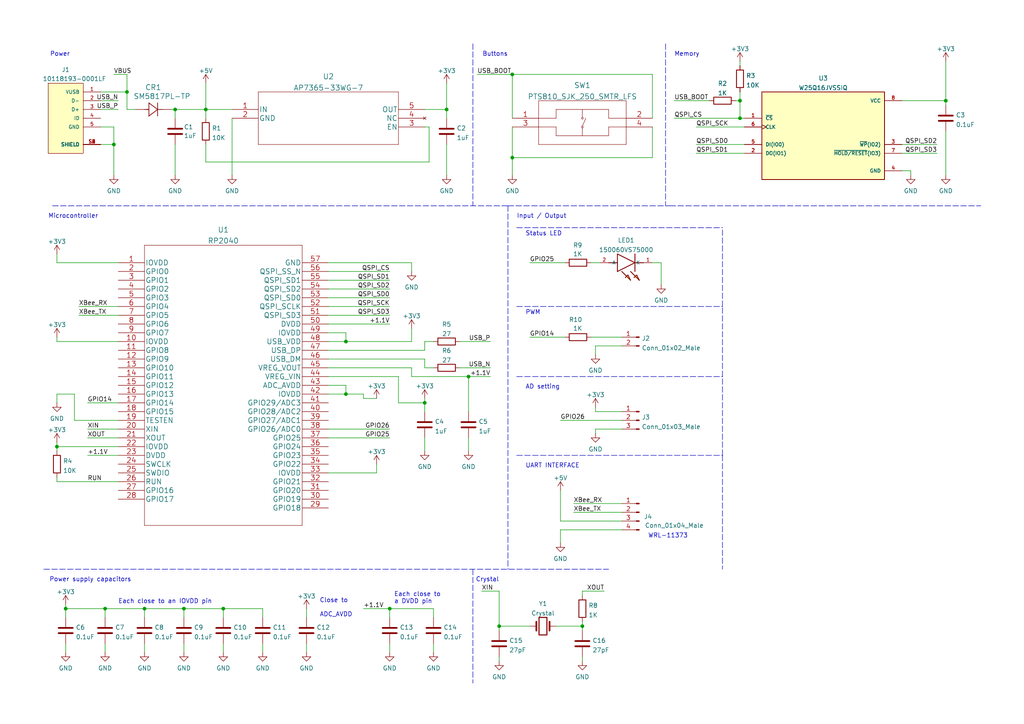
<source format=kicad_sch>
(kicad_sch (version 20211123) (generator eeschema)

  (uuid e63e39d7-6ac0-4ffd-8aa3-1841a4541b55)

  (paper "A4")

  (title_block
    (title "Control unit")
    (date "2022-02-13")
    (rev "Rev: 0.1")
    (comment 2 "Web page: https://www.digitalisaatio.com")
    (comment 3 "Based on: https://youtu.be/kcwvuwetgEQ / S. Hymel")
    (comment 4 "Author: Kimmo Vuori")
  )

  (lib_symbols
    (symbol "10118193-0001LF:10118193-0001LF" (pin_names (offset 1.016)) (in_bom yes) (on_board yes)
      (property "Reference" "J" (id 0) (at -5.08 10.922 0)
        (effects (font (size 1.27 1.27)) (justify left bottom))
      )
      (property "Value" "10118193-0001LF" (id 1) (at -5.08 -12.7 0)
        (effects (font (size 1.27 1.27)) (justify left bottom))
      )
      (property "Footprint" "FCI_10118193-0001LF" (id 2) (at 0 0 0)
        (effects (font (size 1.27 1.27)) (justify left bottom) hide)
      )
      (property "Datasheet" "" (id 3) (at 0 0 0)
        (effects (font (size 1.27 1.27)) (justify left bottom) hide)
      )
      (property "PACKAGE" "None" (id 4) (at 0 0 0)
        (effects (font (size 1.27 1.27)) (justify left bottom) hide)
      )
      (property "MP" "10118193-0001LF" (id 5) (at 0 0 0)
        (effects (font (size 1.27 1.27)) (justify left bottom) hide)
      )
      (property "PRICE" "None" (id 6) (at 0 0 0)
        (effects (font (size 1.27 1.27)) (justify left bottom) hide)
      )
      (property "AVAILABILITY" "Unavailable" (id 7) (at 0 0 0)
        (effects (font (size 1.27 1.27)) (justify left bottom) hide)
      )
      (property "MF" "Amphenol FCI" (id 8) (at 0 0 0)
        (effects (font (size 1.27 1.27)) (justify left bottom) hide)
      )
      (property "DESCRIPTION" "Single Port 5 Contact Shielded SMT MICRO USB B-Type Receptacle" (id 9) (at 0 0 0)
        (effects (font (size 1.27 1.27)) (justify left bottom) hide)
      )
      (property "ki_locked" "" (id 10) (at 0 0 0)
        (effects (font (size 1.27 1.27)))
      )
      (symbol "10118193-0001LF_0_0"
        (rectangle (start -5.08 -10.16) (end 5.08 10.16)
          (stroke (width 0.1524) (type default) (color 0 0 0 0))
          (fill (type background))
        )
        (pin passive line (at -10.16 7.62 0) (length 5.08)
          (name "VUSB" (effects (font (size 1.016 1.016))))
          (number "1" (effects (font (size 1.016 1.016))))
        )
        (pin passive line (at -10.16 5.08 0) (length 5.08)
          (name "D-" (effects (font (size 1.016 1.016))))
          (number "2" (effects (font (size 1.016 1.016))))
        )
        (pin passive line (at -10.16 2.54 0) (length 5.08)
          (name "D+" (effects (font (size 1.016 1.016))))
          (number "3" (effects (font (size 1.016 1.016))))
        )
        (pin passive line (at -10.16 0 0) (length 5.08)
          (name "ID" (effects (font (size 1.016 1.016))))
          (number "4" (effects (font (size 1.016 1.016))))
        )
        (pin passive line (at -10.16 -2.54 0) (length 5.08)
          (name "GND" (effects (font (size 1.016 1.016))))
          (number "5" (effects (font (size 1.016 1.016))))
        )
        (pin passive line (at -10.16 -7.62 0) (length 5.08)
          (name "SHIELD" (effects (font (size 1.016 1.016))))
          (number "S1" (effects (font (size 1.016 1.016))))
        )
        (pin passive line (at -10.16 -7.62 0) (length 5.08)
          (name "SHIELD" (effects (font (size 1.016 1.016))))
          (number "S2" (effects (font (size 1.016 1.016))))
        )
        (pin passive line (at -10.16 -7.62 0) (length 5.08)
          (name "SHIELD" (effects (font (size 1.016 1.016))))
          (number "S3" (effects (font (size 1.016 1.016))))
        )
        (pin passive line (at -10.16 -7.62 0) (length 5.08)
          (name "SHIELD" (effects (font (size 1.016 1.016))))
          (number "S4" (effects (font (size 1.016 1.016))))
        )
        (pin passive line (at -10.16 -7.62 0) (length 5.08)
          (name "SHIELD" (effects (font (size 1.016 1.016))))
          (number "S5" (effects (font (size 1.016 1.016))))
        )
        (pin passive line (at -10.16 -7.62 0) (length 5.08)
          (name "SHIELD" (effects (font (size 1.016 1.016))))
          (number "S6" (effects (font (size 1.016 1.016))))
        )
      )
    )
    (symbol "150060VS75000:150060VS75000" (pin_names (offset 1.016)) (in_bom yes) (on_board yes)
      (property "Reference" "LED" (id 0) (at 12.7 8.89 0)
        (effects (font (size 1.27 1.27)) (justify left bottom))
      )
      (property "Value" "150060VS75000" (id 1) (at 12.7 6.35 0)
        (effects (font (size 1.27 1.27)) (justify left bottom))
      )
      (property "Footprint" "LEDC1608X80N" (id 2) (at 0 0 0)
        (effects (font (size 1.27 1.27)) (justify left bottom) hide)
      )
      (property "Datasheet" "" (id 3) (at 0 0 0)
        (effects (font (size 1.27 1.27)) (justify left bottom) hide)
      )
      (property "MOUSER_PART_NUMBER" "710-150060VS75000" (id 4) (at 0 0 0)
        (effects (font (size 1.27 1.27)) (justify left bottom) hide)
      )
      (property "DESCRIPTION" "LED,Wurth Elektronik,150060VS75000 Wurth Elektronik 150060VS75000, WL-SMCW Series Green LED, 570 nm, 1608 (0603) Clear, Rectangle Lens SMD Package" (id 5) (at 0 0 0)
        (effects (font (size 1.27 1.27)) (justify left bottom) hide)
      )
      (property "MOUSER_PRICE-STOCK" "https://www.mouser.com/Search/Refine.aspx?Keyword=710-150060VS75000" (id 6) (at 0 0 0)
        (effects (font (size 1.27 1.27)) (justify left bottom) hide)
      )
      (property "RS_PART_NUMBER" "8154215P" (id 7) (at 0 0 0)
        (effects (font (size 1.27 1.27)) (justify left bottom) hide)
      )
      (property "HEIGHT" "0.8mm" (id 8) (at 0 0 0)
        (effects (font (size 1.27 1.27)) (justify left bottom) hide)
      )
      (property "RS_PRICE-STOCK" "http://uk.rs-online.com/web/p/products/8154215P" (id 9) (at 0 0 0)
        (effects (font (size 1.27 1.27)) (justify left bottom) hide)
      )
      (property "MANUFACTURER_NAME" "Wurth Elektronik" (id 10) (at 0 0 0)
        (effects (font (size 1.27 1.27)) (justify left bottom) hide)
      )
      (property "MANUFACTURER_PART_NUMBER" "150060VS75000" (id 11) (at 0 0 0)
        (effects (font (size 1.27 1.27)) (justify left bottom) hide)
      )
      (property "ki_locked" "" (id 12) (at 0 0 0)
        (effects (font (size 1.27 1.27)))
      )
      (symbol "150060VS75000_0_0"
        (polyline
          (pts
            (xy 2.54 0)
            (xy 5.08 0)
          )
          (stroke (width 0.254) (type default) (color 0 0 0 0))
          (fill (type none))
        )
        (polyline
          (pts
            (xy 5.08 0)
            (xy 10.16 2.54)
          )
          (stroke (width 0.254) (type default) (color 0 0 0 0))
          (fill (type none))
        )
        (polyline
          (pts
            (xy 5.08 2.54)
            (xy 5.08 -2.54)
          )
          (stroke (width 0.254) (type default) (color 0 0 0 0))
          (fill (type none))
        )
        (polyline
          (pts
            (xy 6.35 2.54)
            (xy 3.81 5.08)
          )
          (stroke (width 0.254) (type default) (color 0 0 0 0))
          (fill (type none))
        )
        (polyline
          (pts
            (xy 8.89 2.54)
            (xy 6.35 5.08)
          )
          (stroke (width 0.254) (type default) (color 0 0 0 0))
          (fill (type none))
        )
        (polyline
          (pts
            (xy 10.16 -2.54)
            (xy 5.08 0)
          )
          (stroke (width 0.254) (type default) (color 0 0 0 0))
          (fill (type none))
        )
        (polyline
          (pts
            (xy 10.16 -2.54)
            (xy 10.16 2.54)
          )
          (stroke (width 0.254) (type default) (color 0 0 0 0))
          (fill (type none))
        )
        (polyline
          (pts
            (xy 10.16 0)
            (xy 12.7 0)
          )
          (stroke (width 0.254) (type default) (color 0 0 0 0))
          (fill (type none))
        )
        (polyline
          (pts
            (xy 5.334 4.318)
            (xy 4.572 3.556)
            (xy 3.81 5.08)
          )
          (stroke (width 0.254) (type default) (color 0 0 0 0))
          (fill (type background))
        )
        (polyline
          (pts
            (xy 7.874 4.318)
            (xy 7.112 3.556)
            (xy 6.35 5.08)
          )
          (stroke (width 0.254) (type default) (color 0 0 0 0))
          (fill (type background))
        )
        (pin bidirectional line (at 0 0 0) (length 2.54)
          (name "K" (effects (font (size 1.016 1.016))))
          (number "1" (effects (font (size 1.016 1.016))))
        )
        (pin bidirectional line (at 15.24 0 180) (length 2.54)
          (name "A" (effects (font (size 1.016 1.016))))
          (number "2" (effects (font (size 1.016 1.016))))
        )
      )
    )
    (symbol "AP7365-33WG-7:AP7365-33WG-7" (pin_names (offset 0.254)) (in_bom yes) (on_board yes)
      (property "Reference" "U" (id 0) (at 27.94 10.16 0)
        (effects (font (size 1.524 1.524)))
      )
      (property "Value" "AP7365-33WG-7" (id 1) (at 27.94 7.62 0)
        (effects (font (size 1.524 1.524)))
      )
      (property "Footprint" "SOT25_DIO" (id 2) (at 27.94 6.096 0)
        (effects (font (size 1.524 1.524)) hide)
      )
      (property "Datasheet" "" (id 3) (at 0 0 0)
        (effects (font (size 1.524 1.524)))
      )
      (property "ki_locked" "" (id 4) (at 0 0 0)
        (effects (font (size 1.27 1.27)))
      )
      (property "ki_fp_filters" "SOT25_DIO SOT25_DIO-M SOT25_DIO-L" (id 5) (at 0 0 0)
        (effects (font (size 1.27 1.27)) hide)
      )
      (symbol "AP7365-33WG-7_1_1"
        (polyline
          (pts
            (xy 7.62 -10.16)
            (xy 48.26 -10.16)
          )
          (stroke (width 0.127) (type default) (color 0 0 0 0))
          (fill (type none))
        )
        (polyline
          (pts
            (xy 7.62 5.08)
            (xy 7.62 -10.16)
          )
          (stroke (width 0.127) (type default) (color 0 0 0 0))
          (fill (type none))
        )
        (polyline
          (pts
            (xy 48.26 -10.16)
            (xy 48.26 5.08)
          )
          (stroke (width 0.127) (type default) (color 0 0 0 0))
          (fill (type none))
        )
        (polyline
          (pts
            (xy 48.26 5.08)
            (xy 7.62 5.08)
          )
          (stroke (width 0.127) (type default) (color 0 0 0 0))
          (fill (type none))
        )
        (pin input line (at 0 0 0) (length 7.62)
          (name "IN" (effects (font (size 1.4986 1.4986))))
          (number "1" (effects (font (size 1.4986 1.4986))))
        )
        (pin power_in line (at 0 -2.54 0) (length 7.62)
          (name "GND" (effects (font (size 1.4986 1.4986))))
          (number "2" (effects (font (size 1.4986 1.4986))))
        )
        (pin input line (at 55.88 -5.08 180) (length 7.62)
          (name "EN" (effects (font (size 1.4986 1.4986))))
          (number "3" (effects (font (size 1.4986 1.4986))))
        )
        (pin no_connect line (at 55.88 -2.54 180) (length 7.62)
          (name "NC" (effects (font (size 1.4986 1.4986))))
          (number "4" (effects (font (size 1.4986 1.4986))))
        )
        (pin output line (at 55.88 0 180) (length 7.62)
          (name "OUT" (effects (font (size 1.4986 1.4986))))
          (number "5" (effects (font (size 1.4986 1.4986))))
        )
      )
    )
    (symbol "Connector:Conn_01x02_Male" (pin_names (offset 1.016) hide) (in_bom yes) (on_board yes)
      (property "Reference" "J" (id 0) (at 0 2.54 0)
        (effects (font (size 1.27 1.27)))
      )
      (property "Value" "Conn_01x02_Male" (id 1) (at 0 -5.08 0)
        (effects (font (size 1.27 1.27)))
      )
      (property "Footprint" "" (id 2) (at 0 0 0)
        (effects (font (size 1.27 1.27)) hide)
      )
      (property "Datasheet" "~" (id 3) (at 0 0 0)
        (effects (font (size 1.27 1.27)) hide)
      )
      (property "ki_keywords" "connector" (id 4) (at 0 0 0)
        (effects (font (size 1.27 1.27)) hide)
      )
      (property "ki_description" "Generic connector, single row, 01x02, script generated (kicad-library-utils/schlib/autogen/connector/)" (id 5) (at 0 0 0)
        (effects (font (size 1.27 1.27)) hide)
      )
      (property "ki_fp_filters" "Connector*:*_1x??_*" (id 6) (at 0 0 0)
        (effects (font (size 1.27 1.27)) hide)
      )
      (symbol "Conn_01x02_Male_1_1"
        (polyline
          (pts
            (xy 1.27 -2.54)
            (xy 0.8636 -2.54)
          )
          (stroke (width 0.1524) (type default) (color 0 0 0 0))
          (fill (type none))
        )
        (polyline
          (pts
            (xy 1.27 0)
            (xy 0.8636 0)
          )
          (stroke (width 0.1524) (type default) (color 0 0 0 0))
          (fill (type none))
        )
        (rectangle (start 0.8636 -2.413) (end 0 -2.667)
          (stroke (width 0.1524) (type default) (color 0 0 0 0))
          (fill (type outline))
        )
        (rectangle (start 0.8636 0.127) (end 0 -0.127)
          (stroke (width 0.1524) (type default) (color 0 0 0 0))
          (fill (type outline))
        )
        (pin passive line (at 5.08 0 180) (length 3.81)
          (name "Pin_1" (effects (font (size 1.27 1.27))))
          (number "1" (effects (font (size 1.27 1.27))))
        )
        (pin passive line (at 5.08 -2.54 180) (length 3.81)
          (name "Pin_2" (effects (font (size 1.27 1.27))))
          (number "2" (effects (font (size 1.27 1.27))))
        )
      )
    )
    (symbol "Connector:Conn_01x03_Male" (pin_names (offset 1.016) hide) (in_bom yes) (on_board yes)
      (property "Reference" "J" (id 0) (at 0 5.08 0)
        (effects (font (size 1.27 1.27)))
      )
      (property "Value" "Conn_01x03_Male" (id 1) (at 0 -5.08 0)
        (effects (font (size 1.27 1.27)))
      )
      (property "Footprint" "" (id 2) (at 0 0 0)
        (effects (font (size 1.27 1.27)) hide)
      )
      (property "Datasheet" "~" (id 3) (at 0 0 0)
        (effects (font (size 1.27 1.27)) hide)
      )
      (property "ki_keywords" "connector" (id 4) (at 0 0 0)
        (effects (font (size 1.27 1.27)) hide)
      )
      (property "ki_description" "Generic connector, single row, 01x03, script generated (kicad-library-utils/schlib/autogen/connector/)" (id 5) (at 0 0 0)
        (effects (font (size 1.27 1.27)) hide)
      )
      (property "ki_fp_filters" "Connector*:*_1x??_*" (id 6) (at 0 0 0)
        (effects (font (size 1.27 1.27)) hide)
      )
      (symbol "Conn_01x03_Male_1_1"
        (polyline
          (pts
            (xy 1.27 -2.54)
            (xy 0.8636 -2.54)
          )
          (stroke (width 0.1524) (type default) (color 0 0 0 0))
          (fill (type none))
        )
        (polyline
          (pts
            (xy 1.27 0)
            (xy 0.8636 0)
          )
          (stroke (width 0.1524) (type default) (color 0 0 0 0))
          (fill (type none))
        )
        (polyline
          (pts
            (xy 1.27 2.54)
            (xy 0.8636 2.54)
          )
          (stroke (width 0.1524) (type default) (color 0 0 0 0))
          (fill (type none))
        )
        (rectangle (start 0.8636 -2.413) (end 0 -2.667)
          (stroke (width 0.1524) (type default) (color 0 0 0 0))
          (fill (type outline))
        )
        (rectangle (start 0.8636 0.127) (end 0 -0.127)
          (stroke (width 0.1524) (type default) (color 0 0 0 0))
          (fill (type outline))
        )
        (rectangle (start 0.8636 2.667) (end 0 2.413)
          (stroke (width 0.1524) (type default) (color 0 0 0 0))
          (fill (type outline))
        )
        (pin passive line (at 5.08 2.54 180) (length 3.81)
          (name "Pin_1" (effects (font (size 1.27 1.27))))
          (number "1" (effects (font (size 1.27 1.27))))
        )
        (pin passive line (at 5.08 0 180) (length 3.81)
          (name "Pin_2" (effects (font (size 1.27 1.27))))
          (number "2" (effects (font (size 1.27 1.27))))
        )
        (pin passive line (at 5.08 -2.54 180) (length 3.81)
          (name "Pin_3" (effects (font (size 1.27 1.27))))
          (number "3" (effects (font (size 1.27 1.27))))
        )
      )
    )
    (symbol "Connector:Conn_01x04_Male" (pin_names (offset 1.016) hide) (in_bom yes) (on_board yes)
      (property "Reference" "J" (id 0) (at 0 5.08 0)
        (effects (font (size 1.27 1.27)))
      )
      (property "Value" "Conn_01x04_Male" (id 1) (at 0 -7.62 0)
        (effects (font (size 1.27 1.27)))
      )
      (property "Footprint" "" (id 2) (at 0 0 0)
        (effects (font (size 1.27 1.27)) hide)
      )
      (property "Datasheet" "~" (id 3) (at 0 0 0)
        (effects (font (size 1.27 1.27)) hide)
      )
      (property "ki_keywords" "connector" (id 4) (at 0 0 0)
        (effects (font (size 1.27 1.27)) hide)
      )
      (property "ki_description" "Generic connector, single row, 01x04, script generated (kicad-library-utils/schlib/autogen/connector/)" (id 5) (at 0 0 0)
        (effects (font (size 1.27 1.27)) hide)
      )
      (property "ki_fp_filters" "Connector*:*_1x??_*" (id 6) (at 0 0 0)
        (effects (font (size 1.27 1.27)) hide)
      )
      (symbol "Conn_01x04_Male_1_1"
        (polyline
          (pts
            (xy 1.27 -5.08)
            (xy 0.8636 -5.08)
          )
          (stroke (width 0.1524) (type default) (color 0 0 0 0))
          (fill (type none))
        )
        (polyline
          (pts
            (xy 1.27 -2.54)
            (xy 0.8636 -2.54)
          )
          (stroke (width 0.1524) (type default) (color 0 0 0 0))
          (fill (type none))
        )
        (polyline
          (pts
            (xy 1.27 0)
            (xy 0.8636 0)
          )
          (stroke (width 0.1524) (type default) (color 0 0 0 0))
          (fill (type none))
        )
        (polyline
          (pts
            (xy 1.27 2.54)
            (xy 0.8636 2.54)
          )
          (stroke (width 0.1524) (type default) (color 0 0 0 0))
          (fill (type none))
        )
        (rectangle (start 0.8636 -4.953) (end 0 -5.207)
          (stroke (width 0.1524) (type default) (color 0 0 0 0))
          (fill (type outline))
        )
        (rectangle (start 0.8636 -2.413) (end 0 -2.667)
          (stroke (width 0.1524) (type default) (color 0 0 0 0))
          (fill (type outline))
        )
        (rectangle (start 0.8636 0.127) (end 0 -0.127)
          (stroke (width 0.1524) (type default) (color 0 0 0 0))
          (fill (type outline))
        )
        (rectangle (start 0.8636 2.667) (end 0 2.413)
          (stroke (width 0.1524) (type default) (color 0 0 0 0))
          (fill (type outline))
        )
        (pin passive line (at 5.08 2.54 180) (length 3.81)
          (name "Pin_1" (effects (font (size 1.27 1.27))))
          (number "1" (effects (font (size 1.27 1.27))))
        )
        (pin passive line (at 5.08 0 180) (length 3.81)
          (name "Pin_2" (effects (font (size 1.27 1.27))))
          (number "2" (effects (font (size 1.27 1.27))))
        )
        (pin passive line (at 5.08 -2.54 180) (length 3.81)
          (name "Pin_3" (effects (font (size 1.27 1.27))))
          (number "3" (effects (font (size 1.27 1.27))))
        )
        (pin passive line (at 5.08 -5.08 180) (length 3.81)
          (name "Pin_4" (effects (font (size 1.27 1.27))))
          (number "4" (effects (font (size 1.27 1.27))))
        )
      )
    )
    (symbol "Device:C" (pin_numbers hide) (pin_names (offset 0.254)) (in_bom yes) (on_board yes)
      (property "Reference" "C" (id 0) (at 0.635 2.54 0)
        (effects (font (size 1.27 1.27)) (justify left))
      )
      (property "Value" "C" (id 1) (at 0.635 -2.54 0)
        (effects (font (size 1.27 1.27)) (justify left))
      )
      (property "Footprint" "" (id 2) (at 0.9652 -3.81 0)
        (effects (font (size 1.27 1.27)) hide)
      )
      (property "Datasheet" "~" (id 3) (at 0 0 0)
        (effects (font (size 1.27 1.27)) hide)
      )
      (property "ki_keywords" "cap capacitor" (id 4) (at 0 0 0)
        (effects (font (size 1.27 1.27)) hide)
      )
      (property "ki_description" "Unpolarized capacitor" (id 5) (at 0 0 0)
        (effects (font (size 1.27 1.27)) hide)
      )
      (property "ki_fp_filters" "C_*" (id 6) (at 0 0 0)
        (effects (font (size 1.27 1.27)) hide)
      )
      (symbol "C_0_1"
        (polyline
          (pts
            (xy -2.032 -0.762)
            (xy 2.032 -0.762)
          )
          (stroke (width 0.508) (type default) (color 0 0 0 0))
          (fill (type none))
        )
        (polyline
          (pts
            (xy -2.032 0.762)
            (xy 2.032 0.762)
          )
          (stroke (width 0.508) (type default) (color 0 0 0 0))
          (fill (type none))
        )
      )
      (symbol "C_1_1"
        (pin passive line (at 0 3.81 270) (length 2.794)
          (name "~" (effects (font (size 1.27 1.27))))
          (number "1" (effects (font (size 1.27 1.27))))
        )
        (pin passive line (at 0 -3.81 90) (length 2.794)
          (name "~" (effects (font (size 1.27 1.27))))
          (number "2" (effects (font (size 1.27 1.27))))
        )
      )
    )
    (symbol "Device:Crystal" (pin_numbers hide) (pin_names (offset 1.016) hide) (in_bom yes) (on_board yes)
      (property "Reference" "Y" (id 0) (at 0 3.81 0)
        (effects (font (size 1.27 1.27)))
      )
      (property "Value" "Crystal" (id 1) (at 0 -3.81 0)
        (effects (font (size 1.27 1.27)))
      )
      (property "Footprint" "" (id 2) (at 0 0 0)
        (effects (font (size 1.27 1.27)) hide)
      )
      (property "Datasheet" "~" (id 3) (at 0 0 0)
        (effects (font (size 1.27 1.27)) hide)
      )
      (property "ki_keywords" "quartz ceramic resonator oscillator" (id 4) (at 0 0 0)
        (effects (font (size 1.27 1.27)) hide)
      )
      (property "ki_description" "Two pin crystal" (id 5) (at 0 0 0)
        (effects (font (size 1.27 1.27)) hide)
      )
      (property "ki_fp_filters" "Crystal*" (id 6) (at 0 0 0)
        (effects (font (size 1.27 1.27)) hide)
      )
      (symbol "Crystal_0_1"
        (rectangle (start -1.143 2.54) (end 1.143 -2.54)
          (stroke (width 0.3048) (type default) (color 0 0 0 0))
          (fill (type none))
        )
        (polyline
          (pts
            (xy -2.54 0)
            (xy -1.905 0)
          )
          (stroke (width 0) (type default) (color 0 0 0 0))
          (fill (type none))
        )
        (polyline
          (pts
            (xy -1.905 -1.27)
            (xy -1.905 1.27)
          )
          (stroke (width 0.508) (type default) (color 0 0 0 0))
          (fill (type none))
        )
        (polyline
          (pts
            (xy 1.905 -1.27)
            (xy 1.905 1.27)
          )
          (stroke (width 0.508) (type default) (color 0 0 0 0))
          (fill (type none))
        )
        (polyline
          (pts
            (xy 2.54 0)
            (xy 1.905 0)
          )
          (stroke (width 0) (type default) (color 0 0 0 0))
          (fill (type none))
        )
      )
      (symbol "Crystal_1_1"
        (pin passive line (at -3.81 0 0) (length 1.27)
          (name "1" (effects (font (size 1.27 1.27))))
          (number "1" (effects (font (size 1.27 1.27))))
        )
        (pin passive line (at 3.81 0 180) (length 1.27)
          (name "2" (effects (font (size 1.27 1.27))))
          (number "2" (effects (font (size 1.27 1.27))))
        )
      )
    )
    (symbol "Device:R" (pin_numbers hide) (pin_names (offset 0)) (in_bom yes) (on_board yes)
      (property "Reference" "R" (id 0) (at 2.032 0 90)
        (effects (font (size 1.27 1.27)))
      )
      (property "Value" "R" (id 1) (at 0 0 90)
        (effects (font (size 1.27 1.27)))
      )
      (property "Footprint" "" (id 2) (at -1.778 0 90)
        (effects (font (size 1.27 1.27)) hide)
      )
      (property "Datasheet" "~" (id 3) (at 0 0 0)
        (effects (font (size 1.27 1.27)) hide)
      )
      (property "ki_keywords" "R res resistor" (id 4) (at 0 0 0)
        (effects (font (size 1.27 1.27)) hide)
      )
      (property "ki_description" "Resistor" (id 5) (at 0 0 0)
        (effects (font (size 1.27 1.27)) hide)
      )
      (property "ki_fp_filters" "R_*" (id 6) (at 0 0 0)
        (effects (font (size 1.27 1.27)) hide)
      )
      (symbol "R_0_1"
        (rectangle (start -1.016 -2.54) (end 1.016 2.54)
          (stroke (width 0.254) (type default) (color 0 0 0 0))
          (fill (type none))
        )
      )
      (symbol "R_1_1"
        (pin passive line (at 0 3.81 270) (length 1.27)
          (name "~" (effects (font (size 1.27 1.27))))
          (number "1" (effects (font (size 1.27 1.27))))
        )
        (pin passive line (at 0 -3.81 90) (length 1.27)
          (name "~" (effects (font (size 1.27 1.27))))
          (number "2" (effects (font (size 1.27 1.27))))
        )
      )
    )
    (symbol "PTS810 SJK 250 SMTR LFS:PTS810_SJK_250_SMTR_LFS" (pin_names (offset 0.254) hide) (in_bom yes) (on_board yes)
      (property "Reference" "SW" (id 0) (at 20.32 10.16 0)
        (effects (font (size 1.524 1.524)))
      )
      (property "Value" "PTS810_SJK_250_SMTR_LFS" (id 1) (at 20.32 7.62 0)
        (effects (font (size 1.524 1.524)))
      )
      (property "Footprint" "PTS810_CNK" (id 2) (at 20.32 6.096 0)
        (effects (font (size 1.524 1.524)) hide)
      )
      (property "Datasheet" "" (id 3) (at 0 0 0)
        (effects (font (size 1.524 1.524)))
      )
      (property "ki_locked" "" (id 4) (at 0 0 0)
        (effects (font (size 1.27 1.27)))
      )
      (property "ki_fp_filters" "PTS810_CNK" (id 5) (at 0 0 0)
        (effects (font (size 1.27 1.27)) hide)
      )
      (symbol "PTS810_SJK_250_SMTR_LFS_1_1"
        (polyline
          (pts
            (xy 7.62 -7.62)
            (xy 33.02 -7.62)
          )
          (stroke (width 0.127) (type default) (color 0 0 0 0))
          (fill (type none))
        )
        (polyline
          (pts
            (xy 7.62 0)
            (xy 12.7 0)
          )
          (stroke (width 0.127) (type default) (color 0 0 0 0))
          (fill (type none))
        )
        (polyline
          (pts
            (xy 7.62 5.08)
            (xy 7.62 -7.62)
          )
          (stroke (width 0.127) (type default) (color 0 0 0 0))
          (fill (type none))
        )
        (polyline
          (pts
            (xy 12.7 -5.08)
            (xy 12.7 -2.54)
          )
          (stroke (width 0.127) (type default) (color 0 0 0 0))
          (fill (type none))
        )
        (polyline
          (pts
            (xy 12.7 -2.54)
            (xy 7.62 -2.54)
          )
          (stroke (width 0.127) (type default) (color 0 0 0 0))
          (fill (type none))
        )
        (polyline
          (pts
            (xy 12.7 0)
            (xy 12.7 2.54)
          )
          (stroke (width 0.127) (type default) (color 0 0 0 0))
          (fill (type none))
        )
        (polyline
          (pts
            (xy 12.7 2.54)
            (xy 27.94 2.54)
          )
          (stroke (width 0.127) (type default) (color 0 0 0 0))
          (fill (type none))
        )
        (polyline
          (pts
            (xy 20.32 -2.794)
            (xy 20.32 -5.08)
          )
          (stroke (width 0.127) (type default) (color 0 0 0 0))
          (fill (type none))
        )
        (polyline
          (pts
            (xy 20.32 2.54)
            (xy 20.32 0.254)
          )
          (stroke (width 0.127) (type default) (color 0 0 0 0))
          (fill (type none))
        )
        (polyline
          (pts
            (xy 21.336 0)
            (xy 20.32 -2.286)
          )
          (stroke (width 0.127) (type default) (color 0 0 0 0))
          (fill (type none))
        )
        (polyline
          (pts
            (xy 27.94 -5.08)
            (xy 12.7 -5.08)
          )
          (stroke (width 0.127) (type default) (color 0 0 0 0))
          (fill (type none))
        )
        (polyline
          (pts
            (xy 27.94 -2.54)
            (xy 27.94 -5.08)
          )
          (stroke (width 0.127) (type default) (color 0 0 0 0))
          (fill (type none))
        )
        (polyline
          (pts
            (xy 27.94 0)
            (xy 33.02 0)
          )
          (stroke (width 0.127) (type default) (color 0 0 0 0))
          (fill (type none))
        )
        (polyline
          (pts
            (xy 27.94 2.54)
            (xy 27.94 0)
          )
          (stroke (width 0.127) (type default) (color 0 0 0 0))
          (fill (type none))
        )
        (polyline
          (pts
            (xy 33.02 -7.62)
            (xy 33.02 5.08)
          )
          (stroke (width 0.127) (type default) (color 0 0 0 0))
          (fill (type none))
        )
        (polyline
          (pts
            (xy 33.02 -2.54)
            (xy 27.94 -2.54)
          )
          (stroke (width 0.127) (type default) (color 0 0 0 0))
          (fill (type none))
        )
        (polyline
          (pts
            (xy 33.02 5.08)
            (xy 7.62 5.08)
          )
          (stroke (width 0.127) (type default) (color 0 0 0 0))
          (fill (type none))
        )
        (arc (start 20.32 -2.794) (mid 20.32 -2.286) (end 20.32 -2.794)
          (stroke (width 0.127) (type default) (color 0 0 0 0))
          (fill (type none))
        )
        (circle (center 20.32 -2.54) (radius 0.254)
          (stroke (width 0.127) (type default) (color 0 0 0 0))
          (fill (type none))
        )
        (arc (start 20.32 -0.254) (mid 20.32 0.254) (end 20.32 -0.254)
          (stroke (width 0.127) (type default) (color 0 0 0 0))
          (fill (type none))
        )
        (circle (center 20.32 0) (radius 0.254)
          (stroke (width 0.127) (type default) (color 0 0 0 0))
          (fill (type none))
        )
        (pin unspecified line (at 0 0 0) (length 7.62)
          (name "1" (effects (font (size 1.4986 1.4986))))
          (number "1" (effects (font (size 1.4986 1.4986))))
        )
        (pin unspecified line (at 40.64 0 180) (length 7.62)
          (name "2" (effects (font (size 1.4986 1.4986))))
          (number "2" (effects (font (size 1.4986 1.4986))))
        )
        (pin unspecified line (at 0 -2.54 0) (length 7.62)
          (name "3" (effects (font (size 1.4986 1.4986))))
          (number "3" (effects (font (size 1.4986 1.4986))))
        )
        (pin unspecified line (at 40.64 -2.54 180) (length 7.62)
          (name "4" (effects (font (size 1.4986 1.4986))))
          (number "4" (effects (font (size 1.4986 1.4986))))
        )
      )
    )
    (symbol "RP2040:RP2040" (pin_names (offset 0.254)) (in_bom yes) (on_board yes)
      (property "Reference" "U" (id 0) (at 30.48 10.16 0)
        (effects (font (size 1.524 1.524)))
      )
      (property "Value" "RP2040" (id 1) (at 30.48 7.62 0)
        (effects (font (size 1.524 1.524)))
      )
      (property "Footprint" "IC57_RP2040" (id 2) (at 30.48 6.096 0)
        (effects (font (size 1.524 1.524)) hide)
      )
      (property "Datasheet" "" (id 3) (at 0 0 0)
        (effects (font (size 1.524 1.524)))
      )
      (property "ki_locked" "" (id 4) (at 0 0 0)
        (effects (font (size 1.27 1.27)))
      )
      (property "ki_fp_filters" "IC57_RP2040 IC57_RP2040-M IC57_RP2040-L" (id 5) (at 0 0 0)
        (effects (font (size 1.27 1.27)) hide)
      )
      (symbol "RP2040_1_1"
        (polyline
          (pts
            (xy 7.62 -76.2)
            (xy 53.34 -76.2)
          )
          (stroke (width 0.127) (type default) (color 0 0 0 0))
          (fill (type none))
        )
        (polyline
          (pts
            (xy 7.62 5.08)
            (xy 7.62 -76.2)
          )
          (stroke (width 0.127) (type default) (color 0 0 0 0))
          (fill (type none))
        )
        (polyline
          (pts
            (xy 53.34 -76.2)
            (xy 53.34 5.08)
          )
          (stroke (width 0.127) (type default) (color 0 0 0 0))
          (fill (type none))
        )
        (polyline
          (pts
            (xy 53.34 5.08)
            (xy 7.62 5.08)
          )
          (stroke (width 0.127) (type default) (color 0 0 0 0))
          (fill (type none))
        )
        (pin power_in line (at 0 0 0) (length 7.62)
          (name "IOVDD" (effects (font (size 1.4986 1.4986))))
          (number "1" (effects (font (size 1.4986 1.4986))))
        )
        (pin power_in line (at 0 -22.86 0) (length 7.62)
          (name "IOVDD" (effects (font (size 1.4986 1.4986))))
          (number "10" (effects (font (size 1.4986 1.4986))))
        )
        (pin bidirectional line (at 0 -25.4 0) (length 7.62)
          (name "GPIO8" (effects (font (size 1.4986 1.4986))))
          (number "11" (effects (font (size 1.4986 1.4986))))
        )
        (pin bidirectional line (at 0 -27.94 0) (length 7.62)
          (name "GPIO9" (effects (font (size 1.4986 1.4986))))
          (number "12" (effects (font (size 1.4986 1.4986))))
        )
        (pin bidirectional line (at 0 -30.48 0) (length 7.62)
          (name "GPIO10" (effects (font (size 1.4986 1.4986))))
          (number "13" (effects (font (size 1.4986 1.4986))))
        )
        (pin bidirectional line (at 0 -33.02 0) (length 7.62)
          (name "GPIO11" (effects (font (size 1.4986 1.4986))))
          (number "14" (effects (font (size 1.4986 1.4986))))
        )
        (pin bidirectional line (at 0 -35.56 0) (length 7.62)
          (name "GPIO12" (effects (font (size 1.4986 1.4986))))
          (number "15" (effects (font (size 1.4986 1.4986))))
        )
        (pin bidirectional line (at 0 -38.1 0) (length 7.62)
          (name "GPIO13" (effects (font (size 1.4986 1.4986))))
          (number "16" (effects (font (size 1.4986 1.4986))))
        )
        (pin bidirectional line (at 0 -40.64 0) (length 7.62)
          (name "GPIO14" (effects (font (size 1.4986 1.4986))))
          (number "17" (effects (font (size 1.4986 1.4986))))
        )
        (pin bidirectional line (at 0 -43.18 0) (length 7.62)
          (name "GPIO15" (effects (font (size 1.4986 1.4986))))
          (number "18" (effects (font (size 1.4986 1.4986))))
        )
        (pin unspecified line (at 0 -45.72 0) (length 7.62)
          (name "TESTEN" (effects (font (size 1.4986 1.4986))))
          (number "19" (effects (font (size 1.4986 1.4986))))
        )
        (pin bidirectional line (at 0 -2.54 0) (length 7.62)
          (name "GPIO0" (effects (font (size 1.4986 1.4986))))
          (number "2" (effects (font (size 1.4986 1.4986))))
        )
        (pin unspecified line (at 0 -48.26 0) (length 7.62)
          (name "XIN" (effects (font (size 1.4986 1.4986))))
          (number "20" (effects (font (size 1.4986 1.4986))))
        )
        (pin output line (at 0 -50.8 0) (length 7.62)
          (name "XOUT" (effects (font (size 1.4986 1.4986))))
          (number "21" (effects (font (size 1.4986 1.4986))))
        )
        (pin power_in line (at 0 -53.34 0) (length 7.62)
          (name "IOVDD" (effects (font (size 1.4986 1.4986))))
          (number "22" (effects (font (size 1.4986 1.4986))))
        )
        (pin power_in line (at 0 -55.88 0) (length 7.62)
          (name "DVDD" (effects (font (size 1.4986 1.4986))))
          (number "23" (effects (font (size 1.4986 1.4986))))
        )
        (pin unspecified line (at 0 -58.42 0) (length 7.62)
          (name "SWCLK" (effects (font (size 1.4986 1.4986))))
          (number "24" (effects (font (size 1.4986 1.4986))))
        )
        (pin unspecified line (at 0 -60.96 0) (length 7.62)
          (name "SWDIO" (effects (font (size 1.4986 1.4986))))
          (number "25" (effects (font (size 1.4986 1.4986))))
        )
        (pin unspecified line (at 0 -63.5 0) (length 7.62)
          (name "RUN" (effects (font (size 1.4986 1.4986))))
          (number "26" (effects (font (size 1.4986 1.4986))))
        )
        (pin bidirectional line (at 0 -66.04 0) (length 7.62)
          (name "GPIO16" (effects (font (size 1.4986 1.4986))))
          (number "27" (effects (font (size 1.4986 1.4986))))
        )
        (pin bidirectional line (at 0 -68.58 0) (length 7.62)
          (name "GPIO17" (effects (font (size 1.4986 1.4986))))
          (number "28" (effects (font (size 1.4986 1.4986))))
        )
        (pin bidirectional line (at 60.96 -71.12 180) (length 7.62)
          (name "GPIO18" (effects (font (size 1.4986 1.4986))))
          (number "29" (effects (font (size 1.4986 1.4986))))
        )
        (pin bidirectional line (at 0 -5.08 0) (length 7.62)
          (name "GPIO1" (effects (font (size 1.4986 1.4986))))
          (number "3" (effects (font (size 1.4986 1.4986))))
        )
        (pin bidirectional line (at 60.96 -68.58 180) (length 7.62)
          (name "GPIO19" (effects (font (size 1.4986 1.4986))))
          (number "30" (effects (font (size 1.4986 1.4986))))
        )
        (pin bidirectional line (at 60.96 -66.04 180) (length 7.62)
          (name "GPIO20" (effects (font (size 1.4986 1.4986))))
          (number "31" (effects (font (size 1.4986 1.4986))))
        )
        (pin bidirectional line (at 60.96 -63.5 180) (length 7.62)
          (name "GPIO21" (effects (font (size 1.4986 1.4986))))
          (number "32" (effects (font (size 1.4986 1.4986))))
        )
        (pin power_in line (at 60.96 -60.96 180) (length 7.62)
          (name "IOVDD" (effects (font (size 1.4986 1.4986))))
          (number "33" (effects (font (size 1.4986 1.4986))))
        )
        (pin bidirectional line (at 60.96 -58.42 180) (length 7.62)
          (name "GPIO22" (effects (font (size 1.4986 1.4986))))
          (number "34" (effects (font (size 1.4986 1.4986))))
        )
        (pin bidirectional line (at 60.96 -55.88 180) (length 7.62)
          (name "GPIO23" (effects (font (size 1.4986 1.4986))))
          (number "35" (effects (font (size 1.4986 1.4986))))
        )
        (pin bidirectional line (at 60.96 -53.34 180) (length 7.62)
          (name "GPIO24" (effects (font (size 1.4986 1.4986))))
          (number "36" (effects (font (size 1.4986 1.4986))))
        )
        (pin bidirectional line (at 60.96 -50.8 180) (length 7.62)
          (name "GPIO25" (effects (font (size 1.4986 1.4986))))
          (number "37" (effects (font (size 1.4986 1.4986))))
        )
        (pin bidirectional line (at 60.96 -48.26 180) (length 7.62)
          (name "GPIO26/ADC0" (effects (font (size 1.4986 1.4986))))
          (number "38" (effects (font (size 1.4986 1.4986))))
        )
        (pin bidirectional line (at 60.96 -45.72 180) (length 7.62)
          (name "GPIO27/ADC1" (effects (font (size 1.4986 1.4986))))
          (number "39" (effects (font (size 1.4986 1.4986))))
        )
        (pin bidirectional line (at 0 -7.62 0) (length 7.62)
          (name "GPIO2" (effects (font (size 1.4986 1.4986))))
          (number "4" (effects (font (size 1.4986 1.4986))))
        )
        (pin bidirectional line (at 60.96 -43.18 180) (length 7.62)
          (name "GPIO28/ADC2" (effects (font (size 1.4986 1.4986))))
          (number "40" (effects (font (size 1.4986 1.4986))))
        )
        (pin bidirectional line (at 60.96 -40.64 180) (length 7.62)
          (name "GPIO29/ADC3" (effects (font (size 1.4986 1.4986))))
          (number "41" (effects (font (size 1.4986 1.4986))))
        )
        (pin power_in line (at 60.96 -38.1 180) (length 7.62)
          (name "IOVDD" (effects (font (size 1.4986 1.4986))))
          (number "42" (effects (font (size 1.4986 1.4986))))
        )
        (pin power_in line (at 60.96 -35.56 180) (length 7.62)
          (name "ADC_AVDD" (effects (font (size 1.4986 1.4986))))
          (number "43" (effects (font (size 1.4986 1.4986))))
        )
        (pin unspecified line (at 60.96 -33.02 180) (length 7.62)
          (name "VREG_VIN" (effects (font (size 1.4986 1.4986))))
          (number "44" (effects (font (size 1.4986 1.4986))))
        )
        (pin output line (at 60.96 -30.48 180) (length 7.62)
          (name "VREG_VOUT" (effects (font (size 1.4986 1.4986))))
          (number "45" (effects (font (size 1.4986 1.4986))))
        )
        (pin unspecified line (at 60.96 -27.94 180) (length 7.62)
          (name "USB_DM" (effects (font (size 1.4986 1.4986))))
          (number "46" (effects (font (size 1.4986 1.4986))))
        )
        (pin unspecified line (at 60.96 -25.4 180) (length 7.62)
          (name "USB_DP" (effects (font (size 1.4986 1.4986))))
          (number "47" (effects (font (size 1.4986 1.4986))))
        )
        (pin power_in line (at 60.96 -22.86 180) (length 7.62)
          (name "USB_VDD" (effects (font (size 1.4986 1.4986))))
          (number "48" (effects (font (size 1.4986 1.4986))))
        )
        (pin power_in line (at 60.96 -20.32 180) (length 7.62)
          (name "IOVDD" (effects (font (size 1.4986 1.4986))))
          (number "49" (effects (font (size 1.4986 1.4986))))
        )
        (pin bidirectional line (at 0 -10.16 0) (length 7.62)
          (name "GPIO3" (effects (font (size 1.4986 1.4986))))
          (number "5" (effects (font (size 1.4986 1.4986))))
        )
        (pin power_in line (at 60.96 -17.78 180) (length 7.62)
          (name "DVDD" (effects (font (size 1.4986 1.4986))))
          (number "50" (effects (font (size 1.4986 1.4986))))
        )
        (pin bidirectional line (at 60.96 -15.24 180) (length 7.62)
          (name "QSPI_SD3" (effects (font (size 1.4986 1.4986))))
          (number "51" (effects (font (size 1.4986 1.4986))))
        )
        (pin unspecified line (at 60.96 -12.7 180) (length 7.62)
          (name "QSPI_SCLK" (effects (font (size 1.4986 1.4986))))
          (number "52" (effects (font (size 1.4986 1.4986))))
        )
        (pin bidirectional line (at 60.96 -10.16 180) (length 7.62)
          (name "QSPI_SD0" (effects (font (size 1.4986 1.4986))))
          (number "53" (effects (font (size 1.4986 1.4986))))
        )
        (pin bidirectional line (at 60.96 -7.62 180) (length 7.62)
          (name "QSPI_SD2" (effects (font (size 1.4986 1.4986))))
          (number "54" (effects (font (size 1.4986 1.4986))))
        )
        (pin bidirectional line (at 60.96 -5.08 180) (length 7.62)
          (name "QSPI_SD1" (effects (font (size 1.4986 1.4986))))
          (number "55" (effects (font (size 1.4986 1.4986))))
        )
        (pin unspecified line (at 60.96 -2.54 180) (length 7.62)
          (name "QSPI_SS_N" (effects (font (size 1.4986 1.4986))))
          (number "56" (effects (font (size 1.4986 1.4986))))
        )
        (pin power_in line (at 60.96 0 180) (length 7.62)
          (name "GND" (effects (font (size 1.4986 1.4986))))
          (number "57" (effects (font (size 1.4986 1.4986))))
        )
        (pin bidirectional line (at 0 -12.7 0) (length 7.62)
          (name "GPIO4" (effects (font (size 1.4986 1.4986))))
          (number "6" (effects (font (size 1.4986 1.4986))))
        )
        (pin bidirectional line (at 0 -15.24 0) (length 7.62)
          (name "GPIO5" (effects (font (size 1.4986 1.4986))))
          (number "7" (effects (font (size 1.4986 1.4986))))
        )
        (pin bidirectional line (at 0 -17.78 0) (length 7.62)
          (name "GPIO6" (effects (font (size 1.4986 1.4986))))
          (number "8" (effects (font (size 1.4986 1.4986))))
        )
        (pin bidirectional line (at 0 -20.32 0) (length 7.62)
          (name "GPIO7" (effects (font (size 1.4986 1.4986))))
          (number "9" (effects (font (size 1.4986 1.4986))))
        )
      )
    )
    (symbol "SM5817PL-TP:SM5817PL-TP" (pin_numbers hide) (pin_names (offset -1.651) hide) (in_bom yes) (on_board yes)
      (property "Reference" "CR" (id 0) (at 5.08 4.445 0)
        (effects (font (size 1.524 1.524)))
      )
      (property "Value" "SM5817PL-TP" (id 1) (at 5.08 -7.62 0)
        (effects (font (size 1.524 1.524)))
      )
      (property "Footprint" "CR_5817PL-TP_MCC" (id 2) (at 5.08 -9.144 0)
        (effects (font (size 1.524 1.524)) hide)
      )
      (property "Datasheet" "" (id 3) (at 0 0 0)
        (effects (font (size 1.524 1.524)))
      )
      (property "ki_locked" "" (id 4) (at 0 0 0)
        (effects (font (size 1.27 1.27)))
      )
      (property "ki_fp_filters" "CR_5817PL-TP_MCC CR_5817PL-TP_MCC-M CR_5817PL-TP_MCC-L" (id 5) (at 0 0 0)
        (effects (font (size 1.27 1.27)) hide)
      )
      (symbol "SM5817PL-TP_1_1"
        (polyline
          (pts
            (xy 2.54 0)
            (xy 3.4798 0)
          )
          (stroke (width 0.2032) (type default) (color 0 0 0 0))
          (fill (type none))
        )
        (polyline
          (pts
            (xy 3.175 0)
            (xy 3.81 0)
          )
          (stroke (width 0.2032) (type default) (color 0 0 0 0))
          (fill (type none))
        )
        (polyline
          (pts
            (xy 3.81 -1.905)
            (xy 6.35 0)
          )
          (stroke (width 0.2032) (type default) (color 0 0 0 0))
          (fill (type none))
        )
        (polyline
          (pts
            (xy 3.81 1.905)
            (xy 3.81 -1.905)
          )
          (stroke (width 0.2032) (type default) (color 0 0 0 0))
          (fill (type none))
        )
        (polyline
          (pts
            (xy 6.35 -1.905)
            (xy 6.35 1.905)
          )
          (stroke (width 0.2032) (type default) (color 0 0 0 0))
          (fill (type none))
        )
        (polyline
          (pts
            (xy 6.35 0)
            (xy 3.81 1.905)
          )
          (stroke (width 0.2032) (type default) (color 0 0 0 0))
          (fill (type none))
        )
        (polyline
          (pts
            (xy 6.35 0)
            (xy 7.62 0)
          )
          (stroke (width 0.2032) (type default) (color 0 0 0 0))
          (fill (type none))
        )
        (pin unspecified line (at 10.16 0 180) (length 2.54)
          (name "1" (effects (font (size 1.4986 1.4986))))
          (number "1" (effects (font (size 1.4986 1.4986))))
        )
        (pin unspecified line (at 0 0 0) (length 2.54)
          (name "2" (effects (font (size 1.4986 1.4986))))
          (number "2" (effects (font (size 1.4986 1.4986))))
        )
      )
    )
    (symbol "W25Q16JVSSIQ:W25Q16JVSSIQ" (pin_names (offset 1.016)) (in_bom yes) (on_board yes)
      (property "Reference" "U" (id 0) (at -17.78 13.335 0)
        (effects (font (size 1.27 1.27)) (justify left bottom))
      )
      (property "Value" "W25Q16JVSSIQ" (id 1) (at -17.78 -15.24 0)
        (effects (font (size 1.27 1.27)) (justify left bottom))
      )
      (property "Footprint" "SOIC127P790X216-8N" (id 2) (at 0 0 0)
        (effects (font (size 1.27 1.27)) (justify left bottom) hide)
      )
      (property "Datasheet" "" (id 3) (at 0 0 0)
        (effects (font (size 1.27 1.27)) (justify left bottom) hide)
      )
      (property "PRICE" "None" (id 4) (at 0 0 0)
        (effects (font (size 1.27 1.27)) (justify left bottom) hide)
      )
      (property "AVAILABILITY" "Unavailable" (id 5) (at 0 0 0)
        (effects (font (size 1.27 1.27)) (justify left bottom) hide)
      )
      (property "MF" "Winbond Electronics" (id 6) (at 0 0 0)
        (effects (font (size 1.27 1.27)) (justify left bottom) hide)
      )
      (property "MP" "W25Q16JVSSIQ" (id 7) (at 0 0 0)
        (effects (font (size 1.27 1.27)) (justify left bottom) hide)
      )
      (property "PACKAGE" "SOIC-8 Winbond" (id 8) (at 0 0 0)
        (effects (font (size 1.27 1.27)) (justify left bottom) hide)
      )
      (property "DESCRIPTION" "3v 16m-Bit Serial Flash Memory With Dual" (id 9) (at 0 0 0)
        (effects (font (size 1.27 1.27)) (justify left bottom) hide)
      )
      (property "ki_locked" "" (id 10) (at 0 0 0)
        (effects (font (size 1.27 1.27)))
      )
      (symbol "W25Q16JVSSIQ_0_0"
        (rectangle (start -17.78 -12.7) (end 17.78 12.7)
          (stroke (width 0.254) (type default) (color 0 0 0 0))
          (fill (type background))
        )
        (pin input line (at -22.86 5.08 0) (length 5.08)
          (name "~{CS}" (effects (font (size 1.016 1.016))))
          (number "1" (effects (font (size 1.016 1.016))))
        )
        (pin bidirectional line (at -22.86 -5.08 0) (length 5.08)
          (name "DO(IO1)" (effects (font (size 1.016 1.016))))
          (number "2" (effects (font (size 1.016 1.016))))
        )
        (pin bidirectional line (at 22.86 -2.54 180) (length 5.08)
          (name "~{WP}(IO2)" (effects (font (size 1.016 1.016))))
          (number "3" (effects (font (size 1.016 1.016))))
        )
        (pin power_in line (at 22.86 -10.16 180) (length 5.08)
          (name "GND" (effects (font (size 1.016 1.016))))
          (number "4" (effects (font (size 1.016 1.016))))
        )
        (pin bidirectional line (at -22.86 -2.54 0) (length 5.08)
          (name "DI(IO0)" (effects (font (size 1.016 1.016))))
          (number "5" (effects (font (size 1.016 1.016))))
        )
        (pin input clock (at -22.86 2.54 0) (length 5.08)
          (name "CLK" (effects (font (size 1.016 1.016))))
          (number "6" (effects (font (size 1.016 1.016))))
        )
        (pin bidirectional line (at 22.86 -5.08 180) (length 5.08)
          (name "~{HOLD/RESET}(IO3)" (effects (font (size 1.016 1.016))))
          (number "7" (effects (font (size 1.016 1.016))))
        )
        (pin power_in line (at 22.86 10.16 180) (length 5.08)
          (name "VCC" (effects (font (size 1.016 1.016))))
          (number "8" (effects (font (size 1.016 1.016))))
        )
      )
    )
    (symbol "power:+3V3" (power) (pin_names (offset 0)) (in_bom yes) (on_board yes)
      (property "Reference" "#PWR" (id 0) (at 0 -3.81 0)
        (effects (font (size 1.27 1.27)) hide)
      )
      (property "Value" "+3V3" (id 1) (at 0 3.556 0)
        (effects (font (size 1.27 1.27)))
      )
      (property "Footprint" "" (id 2) (at 0 0 0)
        (effects (font (size 1.27 1.27)) hide)
      )
      (property "Datasheet" "" (id 3) (at 0 0 0)
        (effects (font (size 1.27 1.27)) hide)
      )
      (property "ki_keywords" "power-flag" (id 4) (at 0 0 0)
        (effects (font (size 1.27 1.27)) hide)
      )
      (property "ki_description" "Power symbol creates a global label with name \"+3V3\"" (id 5) (at 0 0 0)
        (effects (font (size 1.27 1.27)) hide)
      )
      (symbol "+3V3_0_1"
        (polyline
          (pts
            (xy -0.762 1.27)
            (xy 0 2.54)
          )
          (stroke (width 0) (type default) (color 0 0 0 0))
          (fill (type none))
        )
        (polyline
          (pts
            (xy 0 0)
            (xy 0 2.54)
          )
          (stroke (width 0) (type default) (color 0 0 0 0))
          (fill (type none))
        )
        (polyline
          (pts
            (xy 0 2.54)
            (xy 0.762 1.27)
          )
          (stroke (width 0) (type default) (color 0 0 0 0))
          (fill (type none))
        )
      )
      (symbol "+3V3_1_1"
        (pin power_in line (at 0 0 90) (length 0) hide
          (name "+3V3" (effects (font (size 1.27 1.27))))
          (number "1" (effects (font (size 1.27 1.27))))
        )
      )
    )
    (symbol "power:+5V" (power) (pin_names (offset 0)) (in_bom yes) (on_board yes)
      (property "Reference" "#PWR" (id 0) (at 0 -3.81 0)
        (effects (font (size 1.27 1.27)) hide)
      )
      (property "Value" "+5V" (id 1) (at 0 3.556 0)
        (effects (font (size 1.27 1.27)))
      )
      (property "Footprint" "" (id 2) (at 0 0 0)
        (effects (font (size 1.27 1.27)) hide)
      )
      (property "Datasheet" "" (id 3) (at 0 0 0)
        (effects (font (size 1.27 1.27)) hide)
      )
      (property "ki_keywords" "power-flag" (id 4) (at 0 0 0)
        (effects (font (size 1.27 1.27)) hide)
      )
      (property "ki_description" "Power symbol creates a global label with name \"+5V\"" (id 5) (at 0 0 0)
        (effects (font (size 1.27 1.27)) hide)
      )
      (symbol "+5V_0_1"
        (polyline
          (pts
            (xy -0.762 1.27)
            (xy 0 2.54)
          )
          (stroke (width 0) (type default) (color 0 0 0 0))
          (fill (type none))
        )
        (polyline
          (pts
            (xy 0 0)
            (xy 0 2.54)
          )
          (stroke (width 0) (type default) (color 0 0 0 0))
          (fill (type none))
        )
        (polyline
          (pts
            (xy 0 2.54)
            (xy 0.762 1.27)
          )
          (stroke (width 0) (type default) (color 0 0 0 0))
          (fill (type none))
        )
      )
      (symbol "+5V_1_1"
        (pin power_in line (at 0 0 90) (length 0) hide
          (name "+5V" (effects (font (size 1.27 1.27))))
          (number "1" (effects (font (size 1.27 1.27))))
        )
      )
    )
    (symbol "power:GND" (power) (pin_names (offset 0)) (in_bom yes) (on_board yes)
      (property "Reference" "#PWR" (id 0) (at 0 -6.35 0)
        (effects (font (size 1.27 1.27)) hide)
      )
      (property "Value" "GND" (id 1) (at 0 -3.81 0)
        (effects (font (size 1.27 1.27)))
      )
      (property "Footprint" "" (id 2) (at 0 0 0)
        (effects (font (size 1.27 1.27)) hide)
      )
      (property "Datasheet" "" (id 3) (at 0 0 0)
        (effects (font (size 1.27 1.27)) hide)
      )
      (property "ki_keywords" "power-flag" (id 4) (at 0 0 0)
        (effects (font (size 1.27 1.27)) hide)
      )
      (property "ki_description" "Power symbol creates a global label with name \"GND\" , ground" (id 5) (at 0 0 0)
        (effects (font (size 1.27 1.27)) hide)
      )
      (symbol "GND_0_1"
        (polyline
          (pts
            (xy 0 0)
            (xy 0 -1.27)
            (xy 1.27 -1.27)
            (xy 0 -2.54)
            (xy -1.27 -1.27)
            (xy 0 -1.27)
          )
          (stroke (width 0) (type default) (color 0 0 0 0))
          (fill (type none))
        )
      )
      (symbol "GND_1_1"
        (pin power_in line (at 0 0 270) (length 0) hide
          (name "GND" (effects (font (size 1.27 1.27))))
          (number "1" (effects (font (size 1.27 1.27))))
        )
      )
    )
  )

  (junction (at 100.33 114.3) (diameter 0) (color 0 0 0 0)
    (uuid 04f08a54-9b10-49ae-98a2-249e760a6013)
  )
  (junction (at 50.8 31.75) (diameter 0) (color 0 0 0 0)
    (uuid 275fd5a7-f03f-40ec-89f8-b037b788ef96)
  )
  (junction (at 113.03 176.53) (diameter 0) (color 0 0 0 0)
    (uuid 27683f6b-8bd1-4d70-9e46-adbc6f6940eb)
  )
  (junction (at 135.89 109.22) (diameter 0) (color 0 0 0 0)
    (uuid 2b134390-d1d3-47c6-aa0f-3628f3c98038)
  )
  (junction (at 64.77 176.53) (diameter 0) (color 0 0 0 0)
    (uuid 36b5ec93-f87c-4052-a347-cd0030d9a4b7)
  )
  (junction (at 33.02 41.91) (diameter 0) (color 0 0 0 0)
    (uuid 394222b6-0d2c-4949-970a-f8489ae26602)
  )
  (junction (at 274.32 29.21) (diameter 0) (color 0 0 0 0)
    (uuid 3b2259dd-df97-4fab-931b-f63afc110f15)
  )
  (junction (at 16.51 129.54) (diameter 0) (color 0 0 0 0)
    (uuid 3c753cc4-0ac7-4590-8bef-97ac7cff7e4b)
  )
  (junction (at 123.19 116.84) (diameter 0) (color 0 0 0 0)
    (uuid 41a18863-fda7-4bc9-a97d-7da069020fcd)
  )
  (junction (at 100.33 99.06) (diameter 0) (color 0 0 0 0)
    (uuid 4948df42-3163-4c93-b48a-6979b610afe4)
  )
  (junction (at 30.48 176.53) (diameter 0) (color 0 0 0 0)
    (uuid 4993dae9-717d-4939-9d68-1b4403598d21)
  )
  (junction (at 148.59 21.59) (diameter 0) (color 0 0 0 0)
    (uuid 4e373e9a-cd02-47af-a2ba-78a4df2ea60f)
  )
  (junction (at 148.59 45.72) (diameter 0) (color 0 0 0 0)
    (uuid 5d4dea52-a2eb-44ab-8dc5-ed93c62ecf28)
  )
  (junction (at 41.91 176.53) (diameter 0) (color 0 0 0 0)
    (uuid 5eca7521-7854-423b-abae-a750e4898c62)
  )
  (junction (at 36.83 26.67) (diameter 0) (color 0 0 0 0)
    (uuid 6a1ea0a9-689e-4f0a-8d81-6ad3ccc7655c)
  )
  (junction (at 214.63 34.29) (diameter 0) (color 0 0 0 0)
    (uuid 75217696-a73c-442e-838b-f90af213f3d7)
  )
  (junction (at 19.05 176.53) (diameter 0) (color 0 0 0 0)
    (uuid 789564f8-792a-469e-bb6d-07a617d8d7e3)
  )
  (junction (at 129.54 31.75) (diameter 0) (color 0 0 0 0)
    (uuid 84a2409a-e3a5-4bc0-bba6-6eb95dd215f7)
  )
  (junction (at 53.34 176.53) (diameter 0) (color 0 0 0 0)
    (uuid 9fa2efd0-9024-4b19-9a34-981255185679)
  )
  (junction (at 168.91 181.61) (diameter 0) (color 0 0 0 0)
    (uuid a79ae232-a09c-4274-a49e-c76245826e9f)
  )
  (junction (at 144.78 181.61) (diameter 0) (color 0 0 0 0)
    (uuid a7d68a25-59b7-457d-9db7-bc4bb35df9b0)
  )
  (junction (at 214.63 29.21) (diameter 0) (color 0 0 0 0)
    (uuid b6df0158-16d7-4a2a-b915-b36d3075e676)
  )
  (junction (at 59.69 31.75) (diameter 0) (color 0 0 0 0)
    (uuid d6803c3a-8e9e-4f51-be9d-bada3669203b)
  )

  (wire (pts (xy 95.25 127) (xy 113.03 127))
    (stroke (width 0) (type default) (color 0 0 0 0))
    (uuid 02a8d53e-a4c8-4d0d-8e9a-d005d334533e)
  )
  (wire (pts (xy 135.89 109.22) (xy 142.24 109.22))
    (stroke (width 0) (type default) (color 0 0 0 0))
    (uuid 031ce355-c750-4ae9-a8ed-cba1dff19b48)
  )
  (wire (pts (xy 19.05 176.53) (xy 30.48 176.53))
    (stroke (width 0) (type default) (color 0 0 0 0))
    (uuid 039663e4-86c3-4f85-86b0-934c31c3b147)
  )
  (polyline (pts (xy 193.04 12.7) (xy 193.04 59.69))
    (stroke (width 0) (type default) (color 0 0 0 0))
    (uuid 03fa1a6d-6b5e-40a7-9923-b76640ed1c72)
  )

  (wire (pts (xy 135.89 127) (xy 135.89 130.81))
    (stroke (width 0) (type default) (color 0 0 0 0))
    (uuid 058d452c-5a6b-428c-a1a7-994630833a45)
  )
  (wire (pts (xy 88.9 186.69) (xy 88.9 189.23))
    (stroke (width 0) (type default) (color 0 0 0 0))
    (uuid 05d7f5f6-0e70-46e3-ad4a-0c80c086e791)
  )
  (wire (pts (xy 64.77 176.53) (xy 76.2 176.53))
    (stroke (width 0) (type default) (color 0 0 0 0))
    (uuid 062581f2-58b5-4252-871d-19659585e812)
  )
  (wire (pts (xy 191.77 76.2) (xy 191.77 82.55))
    (stroke (width 0) (type default) (color 0 0 0 0))
    (uuid 063f26b0-af11-4f4c-b338-d090fb9e3c5d)
  )
  (wire (pts (xy 144.78 171.45) (xy 144.78 181.61))
    (stroke (width 0) (type default) (color 0 0 0 0))
    (uuid 0776a942-036a-4c96-8e95-13a4e9ceab49)
  )
  (wire (pts (xy 119.38 109.22) (xy 135.89 109.22))
    (stroke (width 0) (type default) (color 0 0 0 0))
    (uuid 088b2b94-8747-4bbd-a16f-c5a7b592edee)
  )
  (polyline (pts (xy 147.32 59.69) (xy 194.31 59.69))
    (stroke (width 0) (type default) (color 0 0 0 0))
    (uuid 0a408f47-4aa6-4069-8ad9-aa8e4cd0d546)
  )

  (wire (pts (xy 59.69 24.13) (xy 59.69 31.75))
    (stroke (width 0) (type default) (color 0 0 0 0))
    (uuid 0a7378ea-e12b-4857-b56b-9e61f08ee402)
  )
  (wire (pts (xy 135.89 109.22) (xy 135.89 119.38))
    (stroke (width 0) (type default) (color 0 0 0 0))
    (uuid 0a9dbaea-dd17-4012-af2b-d50cb83239ee)
  )
  (wire (pts (xy 113.03 176.53) (xy 113.03 179.07))
    (stroke (width 0) (type default) (color 0 0 0 0))
    (uuid 0b9f1851-2728-4e84-9653-47d1bfb07958)
  )
  (wire (pts (xy 195.58 34.29) (xy 214.63 34.29))
    (stroke (width 0) (type default) (color 0 0 0 0))
    (uuid 0c2bcd2d-68a5-4f9f-b8e0-8b97f9a1e6ce)
  )
  (wire (pts (xy 123.19 116.84) (xy 123.19 119.38))
    (stroke (width 0) (type default) (color 0 0 0 0))
    (uuid 0c77879f-a1f7-463e-bbb1-48a6c7603b21)
  )
  (wire (pts (xy 25.4 124.46) (xy 34.29 124.46))
    (stroke (width 0) (type default) (color 0 0 0 0))
    (uuid 0c8fbe8c-c054-4ba4-8799-64db39ecbd6f)
  )
  (wire (pts (xy 274.32 17.78) (xy 274.32 29.21))
    (stroke (width 0) (type default) (color 0 0 0 0))
    (uuid 1167ee7b-d767-47d9-88cf-03a7579b6293)
  )
  (wire (pts (xy 189.23 21.59) (xy 189.23 34.29))
    (stroke (width 0) (type default) (color 0 0 0 0))
    (uuid 131b0284-76fe-4927-8510-63f2ccc2fd60)
  )
  (wire (pts (xy 95.25 76.2) (xy 119.38 76.2))
    (stroke (width 0) (type default) (color 0 0 0 0))
    (uuid 1338deb6-f177-4b87-8038-537c384d23c8)
  )
  (wire (pts (xy 95.25 124.46) (xy 113.03 124.46))
    (stroke (width 0) (type default) (color 0 0 0 0))
    (uuid 137bd265-86f0-4418-b2d3-9606c5d247a9)
  )
  (wire (pts (xy 214.63 34.29) (xy 215.9 34.29))
    (stroke (width 0) (type default) (color 0 0 0 0))
    (uuid 14073428-0700-47c6-a5ea-e76ffccb0be8)
  )
  (wire (pts (xy 29.21 31.75) (xy 34.29 31.75))
    (stroke (width 0) (type default) (color 0 0 0 0))
    (uuid 166e17fb-375d-4392-b2ca-63a1e9c118c3)
  )
  (wire (pts (xy 50.8 31.75) (xy 50.8 34.29))
    (stroke (width 0) (type default) (color 0 0 0 0))
    (uuid 16ab99dc-da74-490a-b427-7c34c70a965c)
  )
  (wire (pts (xy 16.51 129.54) (xy 34.29 129.54))
    (stroke (width 0) (type default) (color 0 0 0 0))
    (uuid 16f34f97-613b-4fe1-9ba0-f729bb743e7a)
  )
  (wire (pts (xy 123.19 104.14) (xy 123.19 106.68))
    (stroke (width 0) (type default) (color 0 0 0 0))
    (uuid 173d9645-0ed8-4947-a95f-3f92348eb4e1)
  )
  (wire (pts (xy 30.48 176.53) (xy 41.91 176.53))
    (stroke (width 0) (type default) (color 0 0 0 0))
    (uuid 177eb918-407a-459d-8787-35f1ed5ae423)
  )
  (polyline (pts (xy 149.86 132.08) (xy 209.55 132.08))
    (stroke (width 0) (type default) (color 0 0 0 0))
    (uuid 17b21d20-64c8-472f-8c8f-00c20b37266b)
  )

  (wire (pts (xy 180.34 100.33) (xy 172.72 100.33))
    (stroke (width 0) (type default) (color 0 0 0 0))
    (uuid 1e5fe8bb-7b6c-49b9-ba9d-7bcb6ca6ec39)
  )
  (wire (pts (xy 29.21 41.91) (xy 33.02 41.91))
    (stroke (width 0) (type default) (color 0 0 0 0))
    (uuid 20ec9836-0a53-4a30-88cd-475094e719a6)
  )
  (wire (pts (xy 95.25 88.9) (xy 113.03 88.9))
    (stroke (width 0) (type default) (color 0 0 0 0))
    (uuid 22ab0498-9205-4a54-a5d9-e03a2e561323)
  )
  (wire (pts (xy 148.59 45.72) (xy 148.59 50.8))
    (stroke (width 0) (type default) (color 0 0 0 0))
    (uuid 23204b83-6e06-498c-a772-fc93c5ef35a2)
  )
  (wire (pts (xy 168.91 171.45) (xy 175.26 171.45))
    (stroke (width 0) (type default) (color 0 0 0 0))
    (uuid 23f25a8c-5d80-46ed-ade2-74ba090f79f3)
  )
  (wire (pts (xy 153.67 76.2) (xy 163.83 76.2))
    (stroke (width 0) (type default) (color 0 0 0 0))
    (uuid 2641408c-cd8b-4c76-9333-d5f79398ebb1)
  )
  (wire (pts (xy 33.02 41.91) (xy 33.02 50.8))
    (stroke (width 0) (type default) (color 0 0 0 0))
    (uuid 270b9148-9c16-4cbb-86aa-8f12ed957fa6)
  )
  (wire (pts (xy 19.05 175.26) (xy 19.05 176.53))
    (stroke (width 0) (type default) (color 0 0 0 0))
    (uuid 27135b30-90dc-4650-8551-263c0b6d790b)
  )
  (wire (pts (xy 261.62 49.53) (xy 264.16 49.53))
    (stroke (width 0) (type default) (color 0 0 0 0))
    (uuid 2e4ba88d-2aa2-49b4-9e04-bf2e8c5fdaf4)
  )
  (wire (pts (xy 25.4 127) (xy 34.29 127))
    (stroke (width 0) (type default) (color 0 0 0 0))
    (uuid 2ea5371d-0757-4bde-90c2-5675a39d9f3e)
  )
  (wire (pts (xy 16.51 114.3) (xy 16.51 116.84))
    (stroke (width 0) (type default) (color 0 0 0 0))
    (uuid 30a750b8-6852-4e9c-a976-e4051c720cf2)
  )
  (polyline (pts (xy 194.31 59.69) (xy 226.06 59.69))
    (stroke (width 0) (type default) (color 0 0 0 0))
    (uuid 319f4e94-8c7a-4cf4-924b-300e1339c0b2)
  )

  (wire (pts (xy 76.2 176.53) (xy 76.2 179.07))
    (stroke (width 0) (type default) (color 0 0 0 0))
    (uuid 327af864-7ee5-4881-b54c-b672e9b5b4a4)
  )
  (wire (pts (xy 148.59 36.83) (xy 148.59 45.72))
    (stroke (width 0) (type default) (color 0 0 0 0))
    (uuid 360b8f86-48d2-4c0c-a87f-8fd29025fd7d)
  )
  (wire (pts (xy 201.93 36.83) (xy 215.9 36.83))
    (stroke (width 0) (type default) (color 0 0 0 0))
    (uuid 37e56f84-c853-4af6-956d-d23c370c299e)
  )
  (wire (pts (xy 201.93 41.91) (xy 215.9 41.91))
    (stroke (width 0) (type default) (color 0 0 0 0))
    (uuid 39c20155-8f0f-4cc1-ac2c-4e79afa858af)
  )
  (wire (pts (xy 148.59 21.59) (xy 189.23 21.59))
    (stroke (width 0) (type default) (color 0 0 0 0))
    (uuid 3a03442f-e5de-4f48-a335-8b1a473007b1)
  )
  (wire (pts (xy 261.62 44.45) (xy 271.78 44.45))
    (stroke (width 0) (type default) (color 0 0 0 0))
    (uuid 3a802922-0cae-47ba-b161-8110fbe12b02)
  )
  (wire (pts (xy 100.33 111.76) (xy 100.33 114.3))
    (stroke (width 0) (type default) (color 0 0 0 0))
    (uuid 3a9b8e27-1299-4d97-a884-8d77fba9f549)
  )
  (wire (pts (xy 195.58 29.21) (xy 205.74 29.21))
    (stroke (width 0) (type default) (color 0 0 0 0))
    (uuid 3b2fbd79-8132-4cb5-8f1d-0417f71dd430)
  )
  (wire (pts (xy 214.63 29.21) (xy 214.63 34.29))
    (stroke (width 0) (type default) (color 0 0 0 0))
    (uuid 3bca0f83-7144-43a5-b1d6-fcb2c0cfa834)
  )
  (wire (pts (xy 214.63 17.78) (xy 214.63 19.05))
    (stroke (width 0) (type default) (color 0 0 0 0))
    (uuid 3da59334-998e-439e-a965-04148d06a174)
  )
  (wire (pts (xy 123.19 115.57) (xy 123.19 116.84))
    (stroke (width 0) (type default) (color 0 0 0 0))
    (uuid 3dfbcda4-88ea-4384-9c4f-7508655790cf)
  )
  (wire (pts (xy 95.25 78.74) (xy 113.03 78.74))
    (stroke (width 0) (type default) (color 0 0 0 0))
    (uuid 3e8bbefe-dfa6-4cec-ac97-e58daad12942)
  )
  (wire (pts (xy 162.56 157.48) (xy 162.56 153.67))
    (stroke (width 0) (type default) (color 0 0 0 0))
    (uuid 3ea25615-4644-43e6-8c39-371c93b83f91)
  )
  (wire (pts (xy 171.45 76.2) (xy 173.99 76.2))
    (stroke (width 0) (type default) (color 0 0 0 0))
    (uuid 3f37309d-ec4b-4d20-b482-48f3f0220f27)
  )
  (wire (pts (xy 172.72 100.33) (xy 172.72 102.87))
    (stroke (width 0) (type default) (color 0 0 0 0))
    (uuid 41ceec01-baf4-44af-be9e-1518ee6b7c2b)
  )
  (wire (pts (xy 261.62 29.21) (xy 274.32 29.21))
    (stroke (width 0) (type default) (color 0 0 0 0))
    (uuid 48f5a644-78ca-4c64-a528-584b4ad647e8)
  )
  (polyline (pts (xy 137.16 165.1) (xy 137.16 198.12))
    (stroke (width 0) (type default) (color 0 0 0 0))
    (uuid 49174e77-f358-4d8e-bb07-c7e2dcf88920)
  )

  (wire (pts (xy 64.77 186.69) (xy 64.77 189.23))
    (stroke (width 0) (type default) (color 0 0 0 0))
    (uuid 49b1161e-cf90-4886-a6e2-7b46e2cdfcb6)
  )
  (wire (pts (xy 161.29 181.61) (xy 168.91 181.61))
    (stroke (width 0) (type default) (color 0 0 0 0))
    (uuid 4d795f17-f459-492c-af36-6738d43c3e7d)
  )
  (wire (pts (xy 95.25 83.82) (xy 113.03 83.82))
    (stroke (width 0) (type default) (color 0 0 0 0))
    (uuid 4fb0a640-7216-4091-a569-02ab9f65648f)
  )
  (wire (pts (xy 95.25 81.28) (xy 113.03 81.28))
    (stroke (width 0) (type default) (color 0 0 0 0))
    (uuid 4fdf8a76-821a-4564-830d-48dd354d0e98)
  )
  (polyline (pts (xy 149.86 66.04) (xy 209.55 66.04))
    (stroke (width 0) (type default) (color 0 0 0 0))
    (uuid 544e74c4-3ec3-4ef2-9ff1-d18c427a83b2)
  )

  (wire (pts (xy 115.57 116.84) (xy 123.19 116.84))
    (stroke (width 0) (type default) (color 0 0 0 0))
    (uuid 5456f383-22af-4720-924b-bc673c7f16e3)
  )
  (wire (pts (xy 34.29 121.92) (xy 21.59 121.92))
    (stroke (width 0) (type default) (color 0 0 0 0))
    (uuid 551e2766-c4c4-4bdc-8601-9b489f5c9a5f)
  )
  (wire (pts (xy 172.72 119.38) (xy 172.72 118.11))
    (stroke (width 0) (type default) (color 0 0 0 0))
    (uuid 562e5717-aa90-48af-92e0-87fac6ed8642)
  )
  (wire (pts (xy 16.51 129.54) (xy 16.51 130.81))
    (stroke (width 0) (type default) (color 0 0 0 0))
    (uuid 56c3b04c-eb63-4fc6-98bc-b6c2ec50945f)
  )
  (wire (pts (xy 95.25 99.06) (xy 100.33 99.06))
    (stroke (width 0) (type default) (color 0 0 0 0))
    (uuid 57473b70-6fff-431f-8058-d73940723de7)
  )
  (polyline (pts (xy 209.55 132.08) (xy 209.55 165.1))
    (stroke (width 0) (type default) (color 0 0 0 0))
    (uuid 5758aa9e-aec4-4b4f-85da-04439735df05)
  )

  (wire (pts (xy 162.56 142.24) (xy 162.56 151.13))
    (stroke (width 0) (type default) (color 0 0 0 0))
    (uuid 58839ec5-5b46-4caf-be8a-fcb25e5c7d97)
  )
  (wire (pts (xy 261.62 41.91) (xy 271.78 41.91))
    (stroke (width 0) (type default) (color 0 0 0 0))
    (uuid 5940bbf8-b401-40d1-8064-73dba388d36f)
  )
  (polyline (pts (xy 209.55 132.08) (xy 209.55 109.22))
    (stroke (width 0) (type default) (color 0 0 0 0))
    (uuid 5a2865a3-13c2-4584-8840-545b61d0ad65)
  )

  (wire (pts (xy 41.91 176.53) (xy 53.34 176.53))
    (stroke (width 0) (type default) (color 0 0 0 0))
    (uuid 5a86857d-bc85-47d2-8474-90add8acd2af)
  )
  (wire (pts (xy 88.9 176.53) (xy 88.9 179.07))
    (stroke (width 0) (type default) (color 0 0 0 0))
    (uuid 5d204075-7795-46d6-b081-d26e41ec3846)
  )
  (wire (pts (xy 16.51 128.27) (xy 16.51 129.54))
    (stroke (width 0) (type default) (color 0 0 0 0))
    (uuid 5dcc37f5-3658-4ad8-9997-22221290e6a5)
  )
  (wire (pts (xy 123.19 31.75) (xy 129.54 31.75))
    (stroke (width 0) (type default) (color 0 0 0 0))
    (uuid 5eb5dfa6-7ce6-48e2-b2b9-aca3f7ef5277)
  )
  (wire (pts (xy 41.91 176.53) (xy 41.91 179.07))
    (stroke (width 0) (type default) (color 0 0 0 0))
    (uuid 5f72d229-e546-4e08-ba6c-fdf4094bb4fc)
  )
  (wire (pts (xy 162.56 151.13) (xy 180.34 151.13))
    (stroke (width 0) (type default) (color 0 0 0 0))
    (uuid 601a896b-d482-4b42-bf2d-5dc999508b24)
  )
  (wire (pts (xy 144.78 190.5) (xy 144.78 191.77))
    (stroke (width 0) (type default) (color 0 0 0 0))
    (uuid 61ced8a0-f0a4-46ef-9b55-e8ab74702a94)
  )
  (wire (pts (xy 16.51 76.2) (xy 34.29 76.2))
    (stroke (width 0) (type default) (color 0 0 0 0))
    (uuid 62931f6c-9ae8-4621-8b9b-825cd7a8f727)
  )
  (wire (pts (xy 124.46 36.83) (xy 124.46 46.99))
    (stroke (width 0) (type default) (color 0 0 0 0))
    (uuid 62f6a690-c3b8-4f30-9d7d-741c217b95e4)
  )
  (wire (pts (xy 59.69 31.75) (xy 59.69 34.29))
    (stroke (width 0) (type default) (color 0 0 0 0))
    (uuid 63f9b73e-58ce-4a2c-b9b2-9dce05f4b818)
  )
  (wire (pts (xy 189.23 76.2) (xy 191.77 76.2))
    (stroke (width 0) (type default) (color 0 0 0 0))
    (uuid 6576842f-9c52-471e-9b78-72c1703ad498)
  )
  (wire (pts (xy 29.21 36.83) (xy 33.02 36.83))
    (stroke (width 0) (type default) (color 0 0 0 0))
    (uuid 65971c2e-a4bd-49e5-bd6b-408a775b025b)
  )
  (wire (pts (xy 129.54 24.13) (xy 129.54 31.75))
    (stroke (width 0) (type default) (color 0 0 0 0))
    (uuid 66ccb23c-46a5-476d-a34b-b8235da77b46)
  )
  (wire (pts (xy 148.59 45.72) (xy 189.23 45.72))
    (stroke (width 0) (type default) (color 0 0 0 0))
    (uuid 67d08014-fec8-4f58-bb44-54e578315f6d)
  )
  (wire (pts (xy 16.51 139.7) (xy 34.29 139.7))
    (stroke (width 0) (type default) (color 0 0 0 0))
    (uuid 6c0f28a7-7a24-4b0c-b34b-08ff121bc172)
  )
  (wire (pts (xy 95.25 101.6) (xy 123.19 101.6))
    (stroke (width 0) (type default) (color 0 0 0 0))
    (uuid 6c492027-16bc-4ae7-bedf-925badff4064)
  )
  (wire (pts (xy 113.03 186.69) (xy 113.03 189.23))
    (stroke (width 0) (type default) (color 0 0 0 0))
    (uuid 6c7fe9b0-93f6-4aec-b14e-87db5cb604b5)
  )
  (wire (pts (xy 201.93 44.45) (xy 215.9 44.45))
    (stroke (width 0) (type default) (color 0 0 0 0))
    (uuid 6d1e573e-e604-4bcf-b090-df4dea32a971)
  )
  (wire (pts (xy 189.23 45.72) (xy 189.23 36.83))
    (stroke (width 0) (type default) (color 0 0 0 0))
    (uuid 6fa698bd-7fbe-4c43-bb06-667e241d3c52)
  )
  (wire (pts (xy 100.33 114.3) (xy 105.41 114.3))
    (stroke (width 0) (type default) (color 0 0 0 0))
    (uuid 6fcdbf33-fd69-4a08-89e6-1035bb200489)
  )
  (polyline (pts (xy 149.86 88.9) (xy 209.55 88.9))
    (stroke (width 0) (type default) (color 0 0 0 0))
    (uuid 700c4b49-b7c2-423c-be8d-a0009bcac55c)
  )

  (wire (pts (xy 95.25 137.16) (xy 109.22 137.16))
    (stroke (width 0) (type default) (color 0 0 0 0))
    (uuid 70aaeb39-f227-4c1a-93de-a27746964a2d)
  )
  (polyline (pts (xy 147.32 59.69) (xy 147.32 165.1))
    (stroke (width 0) (type default) (color 0 0 0 0))
    (uuid 72d4ec6c-8b39-4f7e-bc47-cf8e5dd0e580)
  )

  (wire (pts (xy 274.32 38.1) (xy 274.32 50.8))
    (stroke (width 0) (type default) (color 0 0 0 0))
    (uuid 738023fa-61f6-4e26-a410-a32e91bbb48e)
  )
  (wire (pts (xy 168.91 180.34) (xy 168.91 181.61))
    (stroke (width 0) (type default) (color 0 0 0 0))
    (uuid 74674e2f-8834-4385-b19d-003607169f69)
  )
  (wire (pts (xy 33.02 21.59) (xy 36.83 21.59))
    (stroke (width 0) (type default) (color 0 0 0 0))
    (uuid 77e371f6-e2b7-4b0a-a039-6fb1840529f0)
  )
  (wire (pts (xy 123.19 101.6) (xy 123.19 99.06))
    (stroke (width 0) (type default) (color 0 0 0 0))
    (uuid 7883d758-10a9-4382-ad2a-a85dfa39574c)
  )
  (wire (pts (xy 16.51 99.06) (xy 16.51 97.79))
    (stroke (width 0) (type default) (color 0 0 0 0))
    (uuid 7ab3b1b8-c618-4ea8-b0b6-380cd7f0718c)
  )
  (wire (pts (xy 113.03 176.53) (xy 125.73 176.53))
    (stroke (width 0) (type default) (color 0 0 0 0))
    (uuid 7b2da84c-8b2e-4a2b-9a42-a5ffb341be43)
  )
  (wire (pts (xy 29.21 29.21) (xy 34.29 29.21))
    (stroke (width 0) (type default) (color 0 0 0 0))
    (uuid 7db04f49-ec05-4908-ad6a-c0bfaa2d9d92)
  )
  (wire (pts (xy 214.63 26.67) (xy 214.63 29.21))
    (stroke (width 0) (type default) (color 0 0 0 0))
    (uuid 7f9bab3a-ac0a-4e47-874e-ed6de79b05fb)
  )
  (wire (pts (xy 105.41 176.53) (xy 113.03 176.53))
    (stroke (width 0) (type default) (color 0 0 0 0))
    (uuid 81b93a29-e4ad-45e8-ba81-5a39d2763ecf)
  )
  (wire (pts (xy 53.34 186.69) (xy 53.34 189.23))
    (stroke (width 0) (type default) (color 0 0 0 0))
    (uuid 820f5696-c36a-4f9f-b4f1-ead7412c9872)
  )
  (wire (pts (xy 16.51 138.43) (xy 16.51 139.7))
    (stroke (width 0) (type default) (color 0 0 0 0))
    (uuid 83854e0c-7bbb-48c6-982d-75f6048797fc)
  )
  (wire (pts (xy 162.56 153.67) (xy 180.34 153.67))
    (stroke (width 0) (type default) (color 0 0 0 0))
    (uuid 875b2d9d-6d83-4bd7-bb4a-945ab797eb50)
  )
  (wire (pts (xy 168.91 190.5) (xy 168.91 191.77))
    (stroke (width 0) (type default) (color 0 0 0 0))
    (uuid 876226ba-1241-448a-ae06-0ceedd639586)
  )
  (wire (pts (xy 25.4 132.08) (xy 34.29 132.08))
    (stroke (width 0) (type default) (color 0 0 0 0))
    (uuid 8a30c660-e136-40ce-802a-bb9e4043ef68)
  )
  (polyline (pts (xy 137.16 12.7) (xy 137.16 59.69))
    (stroke (width 0) (type default) (color 0 0 0 0))
    (uuid 8cdc592a-bd06-40dc-9ef6-8bcb1f23b6b2)
  )

  (wire (pts (xy 166.37 146.05) (xy 180.34 146.05))
    (stroke (width 0) (type default) (color 0 0 0 0))
    (uuid 8ce7683e-021b-4f11-bbb0-4cd22ca16d3f)
  )
  (wire (pts (xy 119.38 109.22) (xy 119.38 106.68))
    (stroke (width 0) (type default) (color 0 0 0 0))
    (uuid 8ea023e0-c100-4f0b-986c-336cac5c1e92)
  )
  (wire (pts (xy 19.05 186.69) (xy 19.05 189.23))
    (stroke (width 0) (type default) (color 0 0 0 0))
    (uuid 8f8bdf1b-c9a2-4074-9ada-3e006c3cc55e)
  )
  (wire (pts (xy 49.53 31.75) (xy 50.8 31.75))
    (stroke (width 0) (type default) (color 0 0 0 0))
    (uuid 90429beb-d47b-46be-85d0-8a1d20b6a382)
  )
  (wire (pts (xy 95.25 114.3) (xy 100.33 114.3))
    (stroke (width 0) (type default) (color 0 0 0 0))
    (uuid 913a2f9c-42d5-45e3-84dc-1dc57e259773)
  )
  (wire (pts (xy 53.34 176.53) (xy 64.77 176.53))
    (stroke (width 0) (type default) (color 0 0 0 0))
    (uuid 982e1791-3bd9-4f13-b159-90a021be8078)
  )
  (wire (pts (xy 76.2 186.69) (xy 76.2 189.23))
    (stroke (width 0) (type default) (color 0 0 0 0))
    (uuid 9857383c-83a7-462e-964c-b9e558e90d7d)
  )
  (wire (pts (xy 16.51 73.66) (xy 16.51 76.2))
    (stroke (width 0) (type default) (color 0 0 0 0))
    (uuid 9a325cd1-2db3-49d2-842f-fd0788d27ce9)
  )
  (wire (pts (xy 21.59 114.3) (xy 16.51 114.3))
    (stroke (width 0) (type default) (color 0 0 0 0))
    (uuid 9b009202-4205-4196-87b3-d3ae4de7e128)
  )
  (wire (pts (xy 95.25 93.98) (xy 113.03 93.98))
    (stroke (width 0) (type default) (color 0 0 0 0))
    (uuid 9b87baf1-f7fb-4e95-8a5a-84c5a6590ec5)
  )
  (wire (pts (xy 22.86 91.44) (xy 34.29 91.44))
    (stroke (width 0) (type default) (color 0 0 0 0))
    (uuid 9f1f1a3d-7dcb-4c03-b18c-18cb0dad68b1)
  )
  (wire (pts (xy 36.83 21.59) (xy 36.83 26.67))
    (stroke (width 0) (type default) (color 0 0 0 0))
    (uuid a33f5d00-2db4-48ba-a3d5-4fcc268f2e6b)
  )
  (wire (pts (xy 264.16 49.53) (xy 264.16 50.8))
    (stroke (width 0) (type default) (color 0 0 0 0))
    (uuid a3f86b40-de5d-4a27-bfb7-b14eb44b2831)
  )
  (wire (pts (xy 53.34 176.53) (xy 53.34 179.07))
    (stroke (width 0) (type default) (color 0 0 0 0))
    (uuid a421b315-5a5a-465d-8cd2-4c264a19abd4)
  )
  (wire (pts (xy 129.54 31.75) (xy 129.54 34.29))
    (stroke (width 0) (type default) (color 0 0 0 0))
    (uuid a536a9e5-fc47-4124-a1dd-aa02f15be32b)
  )
  (wire (pts (xy 30.48 186.69) (xy 30.48 189.23))
    (stroke (width 0) (type default) (color 0 0 0 0))
    (uuid a81555fe-ec63-4606-a9b8-1ddb4ce84474)
  )
  (wire (pts (xy 119.38 106.68) (xy 95.25 106.68))
    (stroke (width 0) (type default) (color 0 0 0 0))
    (uuid a81b7198-bfdb-4ac3-9d1f-9a68b3350c2e)
  )
  (wire (pts (xy 153.67 97.79) (xy 163.83 97.79))
    (stroke (width 0) (type default) (color 0 0 0 0))
    (uuid abfe1d0e-5083-4457-afc8-b47cda47006c)
  )
  (wire (pts (xy 22.86 88.9) (xy 34.29 88.9))
    (stroke (width 0) (type default) (color 0 0 0 0))
    (uuid ad158c7a-e2b6-4334-aedb-6c577be3e047)
  )
  (polyline (pts (xy 149.86 109.22) (xy 209.55 109.22))
    (stroke (width 0) (type default) (color 0 0 0 0))
    (uuid afb027c7-790b-4fe9-a4e8-47e9ed66e694)
  )

  (wire (pts (xy 95.25 86.36) (xy 113.03 86.36))
    (stroke (width 0) (type default) (color 0 0 0 0))
    (uuid b248c825-e811-4382-b29e-6662e3453be3)
  )
  (wire (pts (xy 105.41 114.3) (xy 105.41 115.57))
    (stroke (width 0) (type default) (color 0 0 0 0))
    (uuid b2534dbf-3f07-412e-a157-d6f650ef36ef)
  )
  (wire (pts (xy 180.34 119.38) (xy 172.72 119.38))
    (stroke (width 0) (type default) (color 0 0 0 0))
    (uuid b296e100-22be-43af-8772-8ca50750703a)
  )
  (wire (pts (xy 180.34 124.46) (xy 172.72 124.46))
    (stroke (width 0) (type default) (color 0 0 0 0))
    (uuid b2b112e4-be60-49ad-8a21-e68ecc3272de)
  )
  (wire (pts (xy 144.78 181.61) (xy 153.67 181.61))
    (stroke (width 0) (type default) (color 0 0 0 0))
    (uuid b2b29f48-bf2f-4c2d-9617-efa2dd5b6526)
  )
  (wire (pts (xy 171.45 97.79) (xy 180.34 97.79))
    (stroke (width 0) (type default) (color 0 0 0 0))
    (uuid b548fce8-9121-46aa-993a-1da85478bd44)
  )
  (wire (pts (xy 213.36 29.21) (xy 214.63 29.21))
    (stroke (width 0) (type default) (color 0 0 0 0))
    (uuid b984440f-259b-434b-8665-92c5f8e5193f)
  )
  (wire (pts (xy 168.91 181.61) (xy 168.91 182.88))
    (stroke (width 0) (type default) (color 0 0 0 0))
    (uuid bb6cd2f9-bc75-4667-ba4b-f047fbe7c79b)
  )
  (wire (pts (xy 19.05 176.53) (xy 19.05 179.07))
    (stroke (width 0) (type default) (color 0 0 0 0))
    (uuid bc3adeb1-aaae-4e21-8b40-7e404796b488)
  )
  (wire (pts (xy 95.25 109.22) (xy 115.57 109.22))
    (stroke (width 0) (type default) (color 0 0 0 0))
    (uuid bd5c2494-d9a6-44d5-95e2-2dd9df3eefff)
  )
  (wire (pts (xy 95.25 91.44) (xy 113.03 91.44))
    (stroke (width 0) (type default) (color 0 0 0 0))
    (uuid bec83b30-8668-4da9-ae07-6ee7b0a3183b)
  )
  (wire (pts (xy 274.32 29.21) (xy 274.32 30.48))
    (stroke (width 0) (type default) (color 0 0 0 0))
    (uuid c226dc4b-d7ec-4ec0-95ce-b02cbfaf685e)
  )
  (wire (pts (xy 109.22 137.16) (xy 109.22 134.62))
    (stroke (width 0) (type default) (color 0 0 0 0))
    (uuid c2ee5cf6-d4f3-477e-bf3e-a8530ab83cc5)
  )
  (wire (pts (xy 133.35 99.06) (xy 142.24 99.06))
    (stroke (width 0) (type default) (color 0 0 0 0))
    (uuid c3c8a8ea-87e4-4ffd-a897-a530ede87b30)
  )
  (wire (pts (xy 172.72 124.46) (xy 172.72 125.73))
    (stroke (width 0) (type default) (color 0 0 0 0))
    (uuid c3ebe770-d438-417e-8b52-89bed2115324)
  )
  (polyline (pts (xy 209.55 88.9) (xy 209.55 66.04))
    (stroke (width 0) (type default) (color 0 0 0 0))
    (uuid c4a39f25-a7d5-49d8-bc0d-2eb9a3eea6e3)
  )

  (wire (pts (xy 148.59 34.29) (xy 148.59 21.59))
    (stroke (width 0) (type default) (color 0 0 0 0))
    (uuid caca7403-271f-4e0a-a848-0f391c2abf5a)
  )
  (polyline (pts (xy 209.55 109.22) (xy 209.55 88.9))
    (stroke (width 0) (type default) (color 0 0 0 0))
    (uuid ce0bb19f-af12-4af6-9736-ca14d567d3d1)
  )

  (wire (pts (xy 95.25 96.52) (xy 100.33 96.52))
    (stroke (width 0) (type default) (color 0 0 0 0))
    (uuid ce23af36-6dd0-4228-961d-c54b8770069e)
  )
  (polyline (pts (xy 226.06 59.69) (xy 284.48 59.69))
    (stroke (width 0) (type default) (color 0 0 0 0))
    (uuid ce945404-f1bd-47c1-99ac-3fc25c8ace77)
  )

  (wire (pts (xy 125.73 176.53) (xy 125.73 179.07))
    (stroke (width 0) (type default) (color 0 0 0 0))
    (uuid d1276be7-9a41-4100-8060-9b22cbaeade2)
  )
  (wire (pts (xy 95.25 104.14) (xy 123.19 104.14))
    (stroke (width 0) (type default) (color 0 0 0 0))
    (uuid d1f1b96a-35ff-4869-9f64-d99d0d14377d)
  )
  (wire (pts (xy 29.21 26.67) (xy 36.83 26.67))
    (stroke (width 0) (type default) (color 0 0 0 0))
    (uuid d2849fbd-88ce-46e7-bd70-31631e27830a)
  )
  (wire (pts (xy 67.31 34.29) (xy 67.31 50.8))
    (stroke (width 0) (type default) (color 0 0 0 0))
    (uuid d432a9cf-aaa1-4620-8517-572829916268)
  )
  (wire (pts (xy 123.19 106.68) (xy 125.73 106.68))
    (stroke (width 0) (type default) (color 0 0 0 0))
    (uuid d4458789-137e-44d6-90e5-e9af21da9c5e)
  )
  (polyline (pts (xy 12.7 165.1) (xy 176.53 165.1))
    (stroke (width 0) (type default) (color 0 0 0 0))
    (uuid d4560446-c9d9-4a8e-a00c-c2cd011226f3)
  )

  (wire (pts (xy 162.56 121.92) (xy 180.34 121.92))
    (stroke (width 0) (type default) (color 0 0 0 0))
    (uuid d7a39ebd-5671-459e-a3a3-917dbb0d13b1)
  )
  (wire (pts (xy 100.33 96.52) (xy 100.33 99.06))
    (stroke (width 0) (type default) (color 0 0 0 0))
    (uuid d7c1027f-51d7-4344-85c9-97ae4316bd39)
  )
  (wire (pts (xy 105.41 115.57) (xy 109.22 115.57))
    (stroke (width 0) (type default) (color 0 0 0 0))
    (uuid d7db36e9-b53b-49e4-8ccb-8becc40baf92)
  )
  (wire (pts (xy 133.35 106.68) (xy 142.24 106.68))
    (stroke (width 0) (type default) (color 0 0 0 0))
    (uuid d8edec35-985e-4673-b7ac-f1c95dd83e39)
  )
  (wire (pts (xy 138.43 21.59) (xy 148.59 21.59))
    (stroke (width 0) (type default) (color 0 0 0 0))
    (uuid d94abb8d-c5e3-44d8-96bc-b20f307af6d2)
  )
  (wire (pts (xy 36.83 26.67) (xy 36.83 31.75))
    (stroke (width 0) (type default) (color 0 0 0 0))
    (uuid da38b0b8-f09d-4a7b-a178-93fc20ea6316)
  )
  (wire (pts (xy 168.91 171.45) (xy 168.91 172.72))
    (stroke (width 0) (type default) (color 0 0 0 0))
    (uuid da5b797f-fac7-41ee-9d9a-ac641fc7a9b9)
  )
  (polyline (pts (xy 15.24 59.69) (xy 147.32 59.69))
    (stroke (width 0) (type default) (color 0 0 0 0))
    (uuid dbd5d689-b7c1-4f17-80be-bb3d25d4f8da)
  )

  (wire (pts (xy 129.54 41.91) (xy 129.54 50.8))
    (stroke (width 0) (type default) (color 0 0 0 0))
    (uuid dcef47ff-f9b1-4345-9c62-dc063f09a2ff)
  )
  (wire (pts (xy 95.25 111.76) (xy 100.33 111.76))
    (stroke (width 0) (type default) (color 0 0 0 0))
    (uuid dcefec98-50d1-457c-bf40-258170cfe5b1)
  )
  (wire (pts (xy 100.33 99.06) (xy 119.38 99.06))
    (stroke (width 0) (type default) (color 0 0 0 0))
    (uuid de96e94b-236a-444a-a8d5-89469cfee58b)
  )
  (wire (pts (xy 119.38 76.2) (xy 119.38 78.74))
    (stroke (width 0) (type default) (color 0 0 0 0))
    (uuid df9ed4f7-5265-4a52-85f1-39fd3b316140)
  )
  (wire (pts (xy 25.4 116.84) (xy 34.29 116.84))
    (stroke (width 0) (type default) (color 0 0 0 0))
    (uuid e01bec93-9b79-4c89-8d72-7d879a1977ae)
  )
  (wire (pts (xy 59.69 31.75) (xy 67.31 31.75))
    (stroke (width 0) (type default) (color 0 0 0 0))
    (uuid e2ba265f-626e-4e37-90e8-19e6fb721f3a)
  )
  (wire (pts (xy 64.77 176.53) (xy 64.77 179.07))
    (stroke (width 0) (type default) (color 0 0 0 0))
    (uuid e4650090-fa28-4121-a830-5236fe73c3a9)
  )
  (wire (pts (xy 30.48 176.53) (xy 30.48 179.07))
    (stroke (width 0) (type default) (color 0 0 0 0))
    (uuid e6bc5c92-504d-482f-ab80-d81f8c6ce1d8)
  )
  (wire (pts (xy 59.69 41.91) (xy 59.69 46.99))
    (stroke (width 0) (type default) (color 0 0 0 0))
    (uuid e74bebf3-c710-412c-a259-17a1f08d053c)
  )
  (wire (pts (xy 119.38 99.06) (xy 119.38 95.25))
    (stroke (width 0) (type default) (color 0 0 0 0))
    (uuid e7657c74-c4a3-4ab9-bc20-c165bee0f072)
  )
  (wire (pts (xy 34.29 99.06) (xy 16.51 99.06))
    (stroke (width 0) (type default) (color 0 0 0 0))
    (uuid ec037a44-048c-4b19-a876-fa2c3bf60707)
  )
  (wire (pts (xy 166.37 148.59) (xy 180.34 148.59))
    (stroke (width 0) (type default) (color 0 0 0 0))
    (uuid ec4b09e6-23a5-47f2-af99-699247412c21)
  )
  (wire (pts (xy 50.8 41.91) (xy 50.8 50.8))
    (stroke (width 0) (type default) (color 0 0 0 0))
    (uuid ed7667ef-6e73-437e-b4e1-232150de101f)
  )
  (wire (pts (xy 139.7 171.45) (xy 144.78 171.45))
    (stroke (width 0) (type default) (color 0 0 0 0))
    (uuid f0d983a8-a8a7-4cf3-866e-e993ddb2512b)
  )
  (wire (pts (xy 41.91 186.69) (xy 41.91 189.23))
    (stroke (width 0) (type default) (color 0 0 0 0))
    (uuid f20114fb-a3d6-43f0-bd50-7f1699f6a840)
  )
  (wire (pts (xy 123.19 99.06) (xy 125.73 99.06))
    (stroke (width 0) (type default) (color 0 0 0 0))
    (uuid f219f213-4c7f-4159-be1c-8f554ef35bd3)
  )
  (wire (pts (xy 21.59 121.92) (xy 21.59 114.3))
    (stroke (width 0) (type default) (color 0 0 0 0))
    (uuid f2825106-8c4a-4f9d-8d7f-cabec0802380)
  )
  (wire (pts (xy 125.73 186.69) (xy 125.73 189.23))
    (stroke (width 0) (type default) (color 0 0 0 0))
    (uuid f366cf81-8152-4150-a301-c4b098c70428)
  )
  (wire (pts (xy 123.19 36.83) (xy 124.46 36.83))
    (stroke (width 0) (type default) (color 0 0 0 0))
    (uuid f82f173f-193c-4976-8b8a-7936a935a88d)
  )
  (wire (pts (xy 36.83 31.75) (xy 39.37 31.75))
    (stroke (width 0) (type default) (color 0 0 0 0))
    (uuid f8f64ba3-6549-4f9a-90e0-de9116dcda01)
  )
  (wire (pts (xy 59.69 46.99) (xy 124.46 46.99))
    (stroke (width 0) (type default) (color 0 0 0 0))
    (uuid f9b5ac2a-24d5-43c6-9256-7469c9cb8d73)
  )
  (wire (pts (xy 50.8 31.75) (xy 59.69 31.75))
    (stroke (width 0) (type default) (color 0 0 0 0))
    (uuid fa9983cc-fc9d-468b-a1d9-1e8d5be2f3b1)
  )
  (wire (pts (xy 144.78 181.61) (xy 144.78 182.88))
    (stroke (width 0) (type default) (color 0 0 0 0))
    (uuid fb05b2bd-f631-416a-8c24-1fea5325dfee)
  )
  (wire (pts (xy 115.57 109.22) (xy 115.57 116.84))
    (stroke (width 0) (type default) (color 0 0 0 0))
    (uuid fcae1566-cda2-493b-ba79-a512239c6146)
  )
  (wire (pts (xy 123.19 127) (xy 123.19 130.81))
    (stroke (width 0) (type default) (color 0 0 0 0))
    (uuid fd747269-0156-4f7b-96ec-d09d4e5c9de9)
  )
  (wire (pts (xy 33.02 36.83) (xy 33.02 41.91))
    (stroke (width 0) (type default) (color 0 0 0 0))
    (uuid fec7211a-f4c4-44c8-b08c-6f2e25d7b1f5)
  )

  (text "Power supply capacitors\n" (at 38.1 168.91 180)
    (effects (font (size 1.27 1.27)) (justify right bottom))
    (uuid 0374ba80-8015-4b76-a80d-514edc8e2b65)
  )
  (text "Buttons" (at 147.32 16.51 180)
    (effects (font (size 1.27 1.27)) (justify right bottom))
    (uuid 0896a63c-e6e4-41bb-82e5-ec9e2723993a)
  )
  (text "Memory" (at 195.58 16.51 0)
    (effects (font (size 1.27 1.27)) (justify left bottom))
    (uuid 13b1ccdf-ac89-49fe-b754-cdaf070dccdf)
  )
  (text "PWM" (at 152.4 91.44 0)
    (effects (font (size 1.27 1.27)) (justify left bottom))
    (uuid 175e4d9c-542d-4a9c-81a9-c2dcc3b30f79)
  )
  (text "Power" (at 20.32 16.51 180)
    (effects (font (size 1.27 1.27)) (justify right bottom))
    (uuid 2cc59d57-c9d9-4d75-a020-c599f56cc08d)
  )
  (text "Status LED" (at 152.4 68.58 0)
    (effects (font (size 1.27 1.27)) (justify left bottom))
    (uuid 43a5bd49-9da0-4dc6-8831-c4b31f45dae9)
  )
  (text "Each close to an IOVDD pin" (at 34.29 175.26 0)
    (effects (font (size 1.27 1.27)) (justify left bottom))
    (uuid 5490ad72-2a94-452c-97db-1d4c70ecc54b)
  )
  (text "WRL-11373" (at 187.96 156.21 0)
    (effects (font (size 1.27 1.27)) (justify left bottom))
    (uuid 5669f6a3-6dc1-44dc-b7b0-10e2c1853287)
  )
  (text "Input / Output" (at 149.86 63.5 0)
    (effects (font (size 1.27 1.27)) (justify left bottom))
    (uuid 6248ce54-048e-4bd0-a302-1f4c09012938)
  )
  (text "Close to\n\nADC_AVDD" (at 92.71 179.07 0)
    (effects (font (size 1.27 1.27)) (justify left bottom))
    (uuid a0585198-b3cb-425a-8b42-d9fc61356d09)
  )
  (text "Microcontroller\n" (at 13.97 63.5 0)
    (effects (font (size 1.27 1.27)) (justify left bottom))
    (uuid ad6d8407-c722-495b-9274-3c029d398032)
  )
  (text "AD setting" (at 152.4 113.03 0)
    (effects (font (size 1.27 1.27)) (justify left bottom))
    (uuid c7001684-9d5b-4a5f-bc89-8cac3a0504d0)
  )
  (text "Crystal\n" (at 144.78 168.91 180)
    (effects (font (size 1.27 1.27)) (justify right bottom))
    (uuid de495aca-140f-4f02-8fc1-34ac989ab431)
  )
  (text "Each close to\na DVDD pin\n" (at 114.3 175.26 0)
    (effects (font (size 1.27 1.27)) (justify left bottom))
    (uuid ed18ac6d-b7f7-4c3d-8405-812b347c42ed)
  )
  (text "UART INTERFACE" (at 152.4 135.89 0)
    (effects (font (size 1.27 1.27)) (justify left bottom))
    (uuid f853619d-40f6-4e78-ba22-4a54a80c0e30)
  )

  (label "QSPI_SD2" (at 271.78 41.91 180)
    (effects (font (size 1.27 1.27)) (justify right bottom))
    (uuid 1345f499-88a8-4512-a850-d46cbaa14d12)
  )
  (label "QSPI_SD3" (at 271.78 44.45 180)
    (effects (font (size 1.27 1.27)) (justify right bottom))
    (uuid 1b1db794-8f94-4eee-85bd-85da12787ec7)
  )
  (label "QSPI_CS" (at 113.03 78.74 180)
    (effects (font (size 1.27 1.27)) (justify right bottom))
    (uuid 1db7e79e-bb02-46c5-86c6-38f4a343a964)
  )
  (label "QSPI_SCK" (at 113.03 88.9 180)
    (effects (font (size 1.27 1.27)) (justify right bottom))
    (uuid 2207bfa4-61b8-4192-80a1-479eb71f730a)
  )
  (label "QSPI_SD1" (at 201.93 44.45 0)
    (effects (font (size 1.27 1.27)) (justify left bottom))
    (uuid 23421d16-645f-4dad-9cc6-8c391e9a685c)
  )
  (label "GPIO14" (at 153.67 97.79 0)
    (effects (font (size 1.27 1.27)) (justify left bottom))
    (uuid 340a3905-efe2-4e51-bf6e-8e8968408a82)
  )
  (label "GPIO25" (at 113.03 127 180)
    (effects (font (size 1.27 1.27)) (justify right bottom))
    (uuid 3427c520-9c95-4b88-8add-1b14afdb6841)
  )
  (label "QSPI_SD0" (at 113.03 86.36 180)
    (effects (font (size 1.27 1.27)) (justify right bottom))
    (uuid 3eace7dd-920c-497d-b0ef-0222e9e9aaef)
  )
  (label "VBUS" (at 33.02 21.59 0)
    (effects (font (size 1.27 1.27)) (justify left bottom))
    (uuid 41f4397f-ee49-4c5c-b087-c5f3df88d812)
  )
  (label "XIN" (at 25.4 124.46 0)
    (effects (font (size 1.27 1.27)) (justify left bottom))
    (uuid 61202a6d-8934-419b-a947-6d2d59735118)
  )
  (label "XBee_RX" (at 166.37 146.05 0)
    (effects (font (size 1.27 1.27)) (justify left bottom))
    (uuid 67848079-006c-4bcd-a45a-4fd01160b94b)
  )
  (label "QSPI_SD2" (at 113.03 83.82 180)
    (effects (font (size 1.27 1.27)) (justify right bottom))
    (uuid 6ca890b6-f8b7-484d-a7b5-01261612c189)
  )
  (label "+1.1V" (at 142.24 109.22 180)
    (effects (font (size 1.27 1.27)) (justify right bottom))
    (uuid 7115069c-541f-4483-8966-80c6024a7004)
  )
  (label "+1.1V" (at 105.41 176.53 0)
    (effects (font (size 1.27 1.27)) (justify left bottom))
    (uuid 74afc75c-2312-4f90-b59f-b3c4b976cef6)
  )
  (label "XOUT" (at 175.26 171.45 180)
    (effects (font (size 1.27 1.27)) (justify right bottom))
    (uuid 756f7814-7fa0-47ca-8008-c442bbc8a528)
  )
  (label "RUN" (at 25.4 139.7 0)
    (effects (font (size 1.27 1.27)) (justify left bottom))
    (uuid 84764ca5-1713-4c85-b635-b7d367b9f03c)
  )
  (label "XBee_RX" (at 22.86 88.9 0)
    (effects (font (size 1.27 1.27)) (justify left bottom))
    (uuid 84b4707b-ffbc-4353-b922-ae369a65da10)
  )
  (label "USB_N" (at 142.24 106.68 180)
    (effects (font (size 1.27 1.27)) (justify right bottom))
    (uuid 8c87624e-1b20-422d-a015-d1699a112e3f)
  )
  (label "+1.1V" (at 25.4 132.08 0)
    (effects (font (size 1.27 1.27)) (justify left bottom))
    (uuid 8d230546-2b5a-41b0-9e2e-103148d83fbe)
  )
  (label "XOUT" (at 25.4 127 0)
    (effects (font (size 1.27 1.27)) (justify left bottom))
    (uuid 9076fffb-ee07-4fb0-abd3-082cba53513d)
  )
  (label "QSPI_SD3" (at 113.03 91.44 180)
    (effects (font (size 1.27 1.27)) (justify right bottom))
    (uuid 93706de7-8f04-45a0-a4ac-79845f2e2a02)
  )
  (label "QSPI_SD0" (at 201.93 41.91 0)
    (effects (font (size 1.27 1.27)) (justify left bottom))
    (uuid 937944d2-1b93-45ec-9981-11ec2cf82da7)
  )
  (label "QSPI_CS" (at 195.58 34.29 0)
    (effects (font (size 1.27 1.27)) (justify left bottom))
    (uuid 9b96927f-a40f-4b17-b13f-e1789cc3ca75)
  )
  (label "GPIO26" (at 162.56 121.92 0)
    (effects (font (size 1.27 1.27)) (justify left bottom))
    (uuid a6ca1d48-e732-431a-9076-01bdc5a1446d)
  )
  (label "XBee_TX" (at 22.86 91.44 0)
    (effects (font (size 1.27 1.27)) (justify left bottom))
    (uuid cad8fd90-43f3-487f-a19e-9dde95baffba)
  )
  (label "USB_P" (at 34.29 31.75 180)
    (effects (font (size 1.27 1.27)) (justify right bottom))
    (uuid d0dc0fcb-e5b7-40a3-a8f3-0ee9ff27219e)
  )
  (label "USB_BOOT" (at 195.58 29.21 0)
    (effects (font (size 1.27 1.27)) (justify left bottom))
    (uuid d1e54c86-96b5-48a6-93f7-0f48d7d014dd)
  )
  (label "GPIO25" (at 153.67 76.2 0)
    (effects (font (size 1.27 1.27)) (justify left bottom))
    (uuid d3092445-f93a-4c86-aa2c-7e7161238f18)
  )
  (label "XBee_TX" (at 166.37 148.59 0)
    (effects (font (size 1.27 1.27)) (justify left bottom))
    (uuid d5ed4d7e-ab82-4a7c-a211-e37491d24f8c)
  )
  (label "USB_BOOT" (at 138.43 21.59 0)
    (effects (font (size 1.27 1.27)) (justify left bottom))
    (uuid d92c8abf-696e-4e3f-bae3-c195c3c4c49e)
  )
  (label "USB_P" (at 142.24 99.06 180)
    (effects (font (size 1.27 1.27)) (justify right bottom))
    (uuid e0c7c2a9-fbeb-4dba-b0a1-c40c5aeffb3c)
  )
  (label "QSPI_SCK" (at 201.93 36.83 0)
    (effects (font (size 1.27 1.27)) (justify left bottom))
    (uuid eb2acce3-bc1b-41ce-b833-30d6b9db0f88)
  )
  (label "USB_N" (at 34.29 29.21 180)
    (effects (font (size 1.27 1.27)) (justify right bottom))
    (uuid f0d62f6e-9d70-4442-aeec-6041cd2df27f)
  )
  (label "GPIO14" (at 25.4 116.84 0)
    (effects (font (size 1.27 1.27)) (justify left bottom))
    (uuid f1773f42-67b8-4e57-b318-ca76188895f9)
  )
  (label "QSPI_SD1" (at 113.03 81.28 180)
    (effects (font (size 1.27 1.27)) (justify right bottom))
    (uuid f43f057e-ca64-4ff2-a98b-7489a61acb2e)
  )
  (label "+1.1V" (at 113.03 93.98 180)
    (effects (font (size 1.27 1.27)) (justify right bottom))
    (uuid f6d3454d-899c-4533-bee1-9827bc485605)
  )
  (label "XIN" (at 139.7 171.45 0)
    (effects (font (size 1.27 1.27)) (justify left bottom))
    (uuid f9ac7651-e82a-41b7-9a72-d956b84a2b47)
  )
  (label "GPIO26" (at 113.03 124.46 180)
    (effects (font (size 1.27 1.27)) (justify right bottom))
    (uuid fe5fd728-bd00-4d15-89e6-d5d38002dcfa)
  )

  (symbol (lib_id "power:GND") (at 19.05 189.23 0) (unit 1)
    (in_bom yes) (on_board yes) (fields_autoplaced)
    (uuid 08778440-de20-45e3-85ed-19843264986a)
    (property "Reference" "#PWR02" (id 0) (at 19.05 195.58 0)
      (effects (font (size 1.27 1.27)) hide)
    )
    (property "Value" "GND" (id 1) (at 19.05 193.7925 0))
    (property "Footprint" "" (id 2) (at 19.05 189.23 0)
      (effects (font (size 1.27 1.27)) hide)
    )
    (property "Datasheet" "" (id 3) (at 19.05 189.23 0)
      (effects (font (size 1.27 1.27)) hide)
    )
    (pin "1" (uuid c2bfb9a3-efbb-4c6b-9cd6-5796b06ae02d))
  )

  (symbol (lib_id "power:GND") (at 67.31 50.8 0) (unit 1)
    (in_bom yes) (on_board yes) (fields_autoplaced)
    (uuid 0a02fabc-3f9c-4bda-a259-7b0e899aa028)
    (property "Reference" "#PWR014" (id 0) (at 67.31 57.15 0)
      (effects (font (size 1.27 1.27)) hide)
    )
    (property "Value" "GND" (id 1) (at 67.31 55.3625 0))
    (property "Footprint" "" (id 2) (at 67.31 50.8 0)
      (effects (font (size 1.27 1.27)) hide)
    )
    (property "Datasheet" "" (id 3) (at 67.31 50.8 0)
      (effects (font (size 1.27 1.27)) hide)
    )
    (pin "1" (uuid f22aa560-1aca-4b04-90f4-11c5017317d7))
  )

  (symbol (lib_id "power:+5V") (at 59.69 24.13 0) (unit 1)
    (in_bom yes) (on_board yes) (fields_autoplaced)
    (uuid 0a052644-da49-49a3-b449-cacf0e37e840)
    (property "Reference" "#PWR0111" (id 0) (at 59.69 27.94 0)
      (effects (font (size 1.27 1.27)) hide)
    )
    (property "Value" "+5V" (id 1) (at 59.69 20.5255 0))
    (property "Footprint" "" (id 2) (at 59.69 24.13 0)
      (effects (font (size 1.27 1.27)) hide)
    )
    (property "Datasheet" "" (id 3) (at 59.69 24.13 0)
      (effects (font (size 1.27 1.27)) hide)
    )
    (pin "1" (uuid 49e6bb50-3596-4306-8211-4d2d6df8255d))
  )

  (symbol (lib_id "Device:C") (at 123.19 123.19 0) (unit 1)
    (in_bom yes) (on_board yes) (fields_autoplaced)
    (uuid 0b2739f2-491e-4355-ba24-f07f0418295a)
    (property "Reference" "C4" (id 0) (at 126.111 122.2815 0)
      (effects (font (size 1.27 1.27)) (justify left))
    )
    (property "Value" "1uF" (id 1) (at 126.111 125.0566 0)
      (effects (font (size 1.27 1.27)) (justify left))
    )
    (property "Footprint" "Capacitor_SMD:C_0603_1608Metric_Pad1.08x0.95mm_HandSolder" (id 2) (at 124.1552 127 0)
      (effects (font (size 1.27 1.27)) hide)
    )
    (property "Datasheet" "~" (id 3) (at 123.19 123.19 0)
      (effects (font (size 1.27 1.27)) hide)
    )
    (property "Digikey" "311-1445-1-ND" (id 4) (at 123.19 123.19 0)
      (effects (font (size 1.27 1.27)) hide)
    )
    (property "Manufacturer Product Number" "CC0603KRX5R8BB105" (id 5) (at 123.19 123.19 0)
      (effects (font (size 1.27 1.27)) hide)
    )
    (property "Description" "CAP CER 1UF 25V X5R 0603" (id 6) (at 123.19 123.19 0)
      (effects (font (size 1.27 1.27)) hide)
    )
    (pin "1" (uuid addbae7a-7382-4a0c-a8d7-95d5d7723c6e))
    (pin "2" (uuid 78b931da-541d-4f15-8b10-3a48914467ee))
  )

  (symbol (lib_id "Device:C") (at 53.34 182.88 0) (unit 1)
    (in_bom yes) (on_board yes) (fields_autoplaced)
    (uuid 0b75a127-379e-4b6f-8c11-7c9527a5e46c)
    (property "Reference" "C9" (id 0) (at 56.261 181.9715 0)
      (effects (font (size 1.27 1.27)) (justify left))
    )
    (property "Value" "0.1uF" (id 1) (at 56.261 184.7466 0)
      (effects (font (size 1.27 1.27)) (justify left))
    )
    (property "Footprint" "Capacitor_SMD:C_0603_1608Metric_Pad1.08x0.95mm_HandSolder" (id 2) (at 54.3052 186.69 0)
      (effects (font (size 1.27 1.27)) hide)
    )
    (property "Datasheet" "~" (id 3) (at 53.34 182.88 0)
      (effects (font (size 1.27 1.27)) hide)
    )
    (property "Digikey" "587-1245-1-ND" (id 4) (at 53.34 182.88 0)
      (effects (font (size 1.27 1.27)) hide)
    )
    (property "Manufacturer Product Number" "TMK107BJ104KA-T" (id 5) (at 53.34 182.88 0)
      (effects (font (size 1.27 1.27)) hide)
    )
    (property "Description" "CAP CER 0.1UF 25V X5R 0603" (id 6) (at 53.34 182.88 0)
      (effects (font (size 1.27 1.27)) hide)
    )
    (pin "1" (uuid 0e4ee1bb-0c4e-4d20-b2a9-8735d21c5009))
    (pin "2" (uuid ff299382-d3a0-44f2-8eff-e684c6c7355e))
  )

  (symbol (lib_id "power:+3V3") (at 109.22 134.62 0) (unit 1)
    (in_bom yes) (on_board yes) (fields_autoplaced)
    (uuid 0dc696e0-cf6e-4676-a8aa-f4df4c2ca3ef)
    (property "Reference" "#PWR018" (id 0) (at 109.22 138.43 0)
      (effects (font (size 1.27 1.27)) hide)
    )
    (property "Value" "+3V3" (id 1) (at 109.22 131.0155 0))
    (property "Footprint" "" (id 2) (at 109.22 134.62 0)
      (effects (font (size 1.27 1.27)) hide)
    )
    (property "Datasheet" "" (id 3) (at 109.22 134.62 0)
      (effects (font (size 1.27 1.27)) hide)
    )
    (pin "1" (uuid a2174696-4dff-471a-bb9e-12f5bbee5a3c))
  )

  (symbol (lib_id "Device:R") (at 168.91 176.53 0) (unit 1)
    (in_bom yes) (on_board yes) (fields_autoplaced)
    (uuid 167221a2-0a25-4a3c-a570-72d8ed5361e9)
    (property "Reference" "R8" (id 0) (at 170.688 175.6215 0)
      (effects (font (size 1.27 1.27)) (justify left))
    )
    (property "Value" "1K" (id 1) (at 170.688 178.3966 0)
      (effects (font (size 1.27 1.27)) (justify left))
    )
    (property "Footprint" "Resistor_SMD:R_0603_1608Metric_Pad0.98x0.95mm_HandSolder" (id 2) (at 167.132 176.53 90)
      (effects (font (size 1.27 1.27)) hide)
    )
    (property "Datasheet" "~" (id 3) (at 168.91 176.53 0)
      (effects (font (size 1.27 1.27)) hide)
    )
    (property "Digikey" "P20283CT-ND" (id 4) (at 168.91 176.53 0)
      (effects (font (size 1.27 1.27)) hide)
    )
    (property "Manufacturer Product Number" "ERJ-PB3D1001V" (id 5) (at 168.91 176.53 0)
      (effects (font (size 1.27 1.27)) hide)
    )
    (property "Description" "RES SMD 1K OHM 0.5% 1/5W 0603" (id 6) (at 168.91 176.53 0)
      (effects (font (size 1.27 1.27)) hide)
    )
    (pin "1" (uuid caa6201c-f20d-4852-b8c1-c92223a0648d))
    (pin "2" (uuid 413008cb-fb4b-4acd-b086-1d4b980e82b7))
  )

  (symbol (lib_id "power:GND") (at 148.59 50.8 0) (unit 1)
    (in_bom yes) (on_board yes) (fields_autoplaced)
    (uuid 18851432-469c-47e5-b72d-b9967e59f2b1)
    (property "Reference" "#PWR033" (id 0) (at 148.59 57.15 0)
      (effects (font (size 1.27 1.27)) hide)
    )
    (property "Value" "GND" (id 1) (at 148.59 55.3625 0))
    (property "Footprint" "" (id 2) (at 148.59 50.8 0)
      (effects (font (size 1.27 1.27)) hide)
    )
    (property "Datasheet" "" (id 3) (at 148.59 50.8 0)
      (effects (font (size 1.27 1.27)) hide)
    )
    (pin "1" (uuid 0d5de9f4-f8c8-45ba-9645-d96ce1b63819))
  )

  (symbol (lib_id "power:+3V3") (at 119.38 95.25 0) (unit 1)
    (in_bom yes) (on_board yes) (fields_autoplaced)
    (uuid 197213ab-0979-4ab9-b57e-0b0e9eaf136a)
    (property "Reference" "#PWR021" (id 0) (at 119.38 99.06 0)
      (effects (font (size 1.27 1.27)) hide)
    )
    (property "Value" "+3V3" (id 1) (at 119.38 91.6455 0))
    (property "Footprint" "" (id 2) (at 119.38 95.25 0)
      (effects (font (size 1.27 1.27)) hide)
    )
    (property "Datasheet" "" (id 3) (at 119.38 95.25 0)
      (effects (font (size 1.27 1.27)) hide)
    )
    (pin "1" (uuid c4212697-a9fd-4b58-b8ae-184b9e8574ed))
  )

  (symbol (lib_id "PTS810 SJK 250 SMTR LFS:PTS810_SJK_250_SMTR_LFS") (at 148.59 34.29 0) (unit 1)
    (in_bom yes) (on_board yes)
    (uuid 1986b6e5-9d9d-462d-ad2e-57e195e6345b)
    (property "Reference" "SW1" (id 0) (at 168.91 24.7426 0)
      (effects (font (size 1.524 1.524)))
    )
    (property "Value" "PTS810_SJK_250_SMTR_LFS" (id 1) (at 168.91 28.0216 0)
      (effects (font (size 1.524 1.524)))
    )
    (property "Footprint" "PTS810 SJK 250 SMTR LFS:PTS810 SJK 250 SMTR LFS" (id 2) (at 168.91 28.194 0)
      (effects (font (size 1.524 1.524)) hide)
    )
    (property "Datasheet" "" (id 3) (at 148.59 34.29 0)
      (effects (font (size 1.524 1.524)))
    )
    (property "Digikey" "CKN10503CT-ND" (id 4) (at 148.59 34.29 0)
      (effects (font (size 1.27 1.27)) hide)
    )
    (property "Manufacturer Product Number" "PTS810 SJK 250 SMTR LFS" (id 5) (at 148.59 34.29 0)
      (effects (font (size 1.27 1.27)) hide)
    )
    (property "Description" "SWITCH TACTILE SPST-NO 0.05A 16V" (id 6) (at 148.59 34.29 0)
      (effects (font (size 1.27 1.27)) hide)
    )
    (pin "1" (uuid 17451326-42a6-4314-8c49-179a522cd9e0))
    (pin "2" (uuid a7ce9f94-b2a6-4c6e-920a-9bf261300e64))
    (pin "3" (uuid ad8b2e07-5be0-4429-8f3a-0a96babb097b))
    (pin "4" (uuid b99485f4-9b19-4103-890b-760c00005b15))
  )

  (symbol (lib_id "power:+3V3") (at 214.63 17.78 0) (unit 1)
    (in_bom yes) (on_board yes) (fields_autoplaced)
    (uuid 1e6d5f5d-66b6-4d4b-a83b-7150032672b3)
    (property "Reference" "#PWR0104" (id 0) (at 214.63 21.59 0)
      (effects (font (size 1.27 1.27)) hide)
    )
    (property "Value" "+3V3" (id 1) (at 214.63 14.1755 0))
    (property "Footprint" "" (id 2) (at 214.63 17.78 0)
      (effects (font (size 1.27 1.27)) hide)
    )
    (property "Datasheet" "" (id 3) (at 214.63 17.78 0)
      (effects (font (size 1.27 1.27)) hide)
    )
    (pin "1" (uuid 3ece4459-4eb0-494a-a782-3bebe3378d89))
  )

  (symbol (lib_id "Device:R") (at 129.54 106.68 90) (unit 1)
    (in_bom yes) (on_board yes) (fields_autoplaced)
    (uuid 200d3020-8cae-4ab2-9dd9-9256e92e3c56)
    (property "Reference" "R6" (id 0) (at 129.54 101.6975 90))
    (property "Value" "27" (id 1) (at 129.54 104.4726 90))
    (property "Footprint" "Resistor_SMD:R_0603_1608Metric_Pad0.98x0.95mm_HandSolder" (id 2) (at 129.54 108.458 90)
      (effects (font (size 1.27 1.27)) hide)
    )
    (property "Datasheet" "~" (id 3) (at 129.54 106.68 0)
      (effects (font (size 1.27 1.27)) hide)
    )
    (property "Digikey" "311-27.0HRCT-ND" (id 4) (at 129.54 106.68 90)
      (effects (font (size 1.27 1.27)) hide)
    )
    (property "Manufacturer Product Number" "RC0603FR-0727RL" (id 5) (at 129.54 106.68 90)
      (effects (font (size 1.27 1.27)) hide)
    )
    (property "Description" "RES 27 OHM 1% 1/10W 0603" (id 6) (at 129.54 106.68 90)
      (effects (font (size 1.27 1.27)) hide)
    )
    (pin "1" (uuid 6861a329-1ea1-452f-88cd-0f6c2a0ccfd2))
    (pin "2" (uuid 18170854-e613-436f-9dfe-f2d38e5a1872))
  )

  (symbol (lib_id "Device:C") (at 129.54 38.1 0) (unit 1)
    (in_bom yes) (on_board yes) (fields_autoplaced)
    (uuid 203d002b-b29a-420f-b26b-000bbb56c301)
    (property "Reference" "C2" (id 0) (at 132.461 37.1915 0)
      (effects (font (size 1.27 1.27)) (justify left))
    )
    (property "Value" "1uF" (id 1) (at 132.461 39.9666 0)
      (effects (font (size 1.27 1.27)) (justify left))
    )
    (property "Footprint" "Capacitor_SMD:C_0603_1608Metric_Pad1.08x0.95mm_HandSolder" (id 2) (at 130.5052 41.91 0)
      (effects (font (size 1.27 1.27)) hide)
    )
    (property "Datasheet" "~" (id 3) (at 129.54 38.1 0)
      (effects (font (size 1.27 1.27)) hide)
    )
    (property "Digikey" "311-1445-1-ND" (id 4) (at 129.54 38.1 0)
      (effects (font (size 1.27 1.27)) hide)
    )
    (property "Manufacturer Product Number" "CC0603KRX5R8BB105" (id 5) (at 129.54 38.1 0)
      (effects (font (size 1.27 1.27)) hide)
    )
    (property "Description" "CAP CER 1UF 25V X5R 0603" (id 6) (at 129.54 38.1 0)
      (effects (font (size 1.27 1.27)) hide)
    )
    (pin "1" (uuid 366c859d-5d4c-4be3-ac7a-a8f52c98eddf))
    (pin "2" (uuid 7a08ab7a-e0cb-490f-aeba-ff59b496f80f))
  )

  (symbol (lib_id "power:GND") (at 191.77 82.55 0) (unit 1)
    (in_bom yes) (on_board yes) (fields_autoplaced)
    (uuid 22d28cdc-2c10-4a53-8051-b8df0e16af51)
    (property "Reference" "#PWR0106" (id 0) (at 191.77 88.9 0)
      (effects (font (size 1.27 1.27)) hide)
    )
    (property "Value" "GND" (id 1) (at 191.77 87.1125 0))
    (property "Footprint" "" (id 2) (at 191.77 82.55 0)
      (effects (font (size 1.27 1.27)) hide)
    )
    (property "Datasheet" "" (id 3) (at 191.77 82.55 0)
      (effects (font (size 1.27 1.27)) hide)
    )
    (pin "1" (uuid 8b702685-b352-43a9-a3d6-b9cc1033bec8))
  )

  (symbol (lib_id "power:GND") (at 123.19 130.81 0) (unit 1)
    (in_bom yes) (on_board yes) (fields_autoplaced)
    (uuid 2621a25f-3b1e-49eb-ae0f-d1a2f84e7065)
    (property "Reference" "#PWR023" (id 0) (at 123.19 137.16 0)
      (effects (font (size 1.27 1.27)) hide)
    )
    (property "Value" "GND" (id 1) (at 123.19 135.3725 0))
    (property "Footprint" "" (id 2) (at 123.19 130.81 0)
      (effects (font (size 1.27 1.27)) hide)
    )
    (property "Datasheet" "" (id 3) (at 123.19 130.81 0)
      (effects (font (size 1.27 1.27)) hide)
    )
    (pin "1" (uuid 2bf77b99-317f-4e8c-8f41-8c3b099d100a))
  )

  (symbol (lib_id "power:GND") (at 64.77 189.23 0) (unit 1)
    (in_bom yes) (on_board yes) (fields_autoplaced)
    (uuid 2697c35f-d4e6-456b-8a1b-f87c10ba019e)
    (property "Reference" "#PWR012" (id 0) (at 64.77 195.58 0)
      (effects (font (size 1.27 1.27)) hide)
    )
    (property "Value" "GND" (id 1) (at 64.77 193.7925 0))
    (property "Footprint" "" (id 2) (at 64.77 189.23 0)
      (effects (font (size 1.27 1.27)) hide)
    )
    (property "Datasheet" "" (id 3) (at 64.77 189.23 0)
      (effects (font (size 1.27 1.27)) hide)
    )
    (pin "1" (uuid eb9c3576-bbb3-414d-812a-c161b3ca4302))
  )

  (symbol (lib_id "Device:C") (at 135.89 123.19 0) (unit 1)
    (in_bom yes) (on_board yes) (fields_autoplaced)
    (uuid 271b9492-b9b2-4e38-9503-fcba3d36bdee)
    (property "Reference" "C5" (id 0) (at 138.811 122.2815 0)
      (effects (font (size 1.27 1.27)) (justify left))
    )
    (property "Value" "1uF" (id 1) (at 138.811 125.0566 0)
      (effects (font (size 1.27 1.27)) (justify left))
    )
    (property "Footprint" "Capacitor_SMD:C_0603_1608Metric_Pad1.08x0.95mm_HandSolder" (id 2) (at 136.8552 127 0)
      (effects (font (size 1.27 1.27)) hide)
    )
    (property "Datasheet" "~" (id 3) (at 135.89 123.19 0)
      (effects (font (size 1.27 1.27)) hide)
    )
    (property "Digikey" "311-1445-1-ND" (id 4) (at 135.89 123.19 0)
      (effects (font (size 1.27 1.27)) hide)
    )
    (property "Manufacturer Product Number" "CC0603KRX5R8BB105" (id 5) (at 135.89 123.19 0)
      (effects (font (size 1.27 1.27)) hide)
    )
    (property "Description" "CAP CER 1UF 25V X5R 0603" (id 6) (at 135.89 123.19 0)
      (effects (font (size 1.27 1.27)) hide)
    )
    (pin "1" (uuid bf96b245-af9a-4e13-88c2-20ecda3746e8))
    (pin "2" (uuid 203e44f7-dc14-4977-8b6d-b0688e742312))
  )

  (symbol (lib_id "Connector:Conn_01x04_Male") (at 185.42 148.59 0) (mirror y) (unit 1)
    (in_bom yes) (on_board yes)
    (uuid 28a0bdff-c8be-4e20-985b-4448da7d67aa)
    (property "Reference" "J4" (id 0) (at 187.96 149.86 0))
    (property "Value" "Conn_01x04_Male" (id 1) (at 195.58 152.4 0))
    (property "Footprint" "Connector_PinHeader_2.54mm:PinHeader_1x04_P2.54mm_Vertical" (id 2) (at 185.42 148.59 0)
      (effects (font (size 1.27 1.27)) hide)
    )
    (property "Datasheet" "~" (id 3) (at 185.42 148.59 0)
      (effects (font (size 1.27 1.27)) hide)
    )
    (property "Digikey" "2057-PH1-04-UA-ND" (id 4) (at 185.42 148.59 0)
      (effects (font (size 1.27 1.27)) hide)
    )
    (property "Manufacturer Product Number" "PH1-04-UA" (id 5) (at 185.42 148.59 0)
      (effects (font (size 1.27 1.27)) hide)
    )
    (property "Description" "CONN HEADER VERT 4POS 2.54MM" (id 6) (at 185.42 148.59 0)
      (effects (font (size 1.27 1.27)) hide)
    )
    (pin "1" (uuid f174cdf2-3b8b-4f82-96ba-d018983561cc))
    (pin "2" (uuid 68382ae3-bd09-4f32-b933-fb93b362f638))
    (pin "3" (uuid 7d560ad2-03c8-4b1e-94f5-1af3bcfa42cf))
    (pin "4" (uuid 67580e59-f9d5-4c31-8a1c-ea481f467197))
  )

  (symbol (lib_id "SM5817PL-TP:SM5817PL-TP") (at 39.37 31.75 0) (unit 1)
    (in_bom yes) (on_board yes)
    (uuid 2a3cb25c-c380-4727-bd7d-31d9f8c03b19)
    (property "Reference" "CR1" (id 0) (at 44.45 25.3395 0)
      (effects (font (size 1.524 1.524)))
    )
    (property "Value" "SM5817PL-TP" (id 1) (at 46.99 27.94 0)
      (effects (font (size 1.524 1.524)))
    )
    (property "Footprint" "SM5817PL-TP:SM5817PL-TP" (id 2) (at 44.45 40.894 0)
      (effects (font (size 1.524 1.524)) hide)
    )
    (property "Datasheet" "" (id 3) (at 39.37 31.75 0)
      (effects (font (size 1.524 1.524)))
    )
    (property "Digikey" "SM5817PL-TPMSCT-ND" (id 4) (at 39.37 31.75 0)
      (effects (font (size 1.27 1.27)) hide)
    )
    (property "Manufacturer Product Number" "SM5817PL-TP" (id 5) (at 39.37 31.75 0)
      (effects (font (size 1.27 1.27)) hide)
    )
    (property "Description" "DIODE SCHOTTKY 20V 1A SOD123FL" (id 6) (at 39.37 31.75 0)
      (effects (font (size 1.27 1.27)) hide)
    )
    (pin "1" (uuid d30821bd-36f5-4151-a8f8-2b4d7119f9dc))
    (pin "2" (uuid 1f14ebc6-bdef-4560-8009-5c0bd1fddd65))
  )

  (symbol (lib_id "power:GND") (at 162.56 157.48 0) (unit 1)
    (in_bom yes) (on_board yes) (fields_autoplaced)
    (uuid 34522cba-d9b9-455d-aa31-27599c267b55)
    (property "Reference" "#PWR0110" (id 0) (at 162.56 163.83 0)
      (effects (font (size 1.27 1.27)) hide)
    )
    (property "Value" "GND" (id 1) (at 162.56 162.0425 0))
    (property "Footprint" "" (id 2) (at 162.56 157.48 0)
      (effects (font (size 1.27 1.27)) hide)
    )
    (property "Datasheet" "" (id 3) (at 162.56 157.48 0)
      (effects (font (size 1.27 1.27)) hide)
    )
    (pin "1" (uuid 44acc164-799d-4ef3-a742-e464ab5651ba))
  )

  (symbol (lib_id "power:GND") (at 172.72 125.73 0) (unit 1)
    (in_bom yes) (on_board yes) (fields_autoplaced)
    (uuid 36abe7f8-55ba-4909-b719-c65b77f2bfad)
    (property "Reference" "#PWR0107" (id 0) (at 172.72 132.08 0)
      (effects (font (size 1.27 1.27)) hide)
    )
    (property "Value" "GND" (id 1) (at 172.72 130.2925 0))
    (property "Footprint" "" (id 2) (at 172.72 125.73 0)
      (effects (font (size 1.27 1.27)) hide)
    )
    (property "Datasheet" "" (id 3) (at 172.72 125.73 0)
      (effects (font (size 1.27 1.27)) hide)
    )
    (pin "1" (uuid af2a7578-57aa-4584-9fa9-6400c4a821ca))
  )

  (symbol (lib_id "Device:R") (at 129.54 99.06 90) (unit 1)
    (in_bom yes) (on_board yes) (fields_autoplaced)
    (uuid 36ddcc68-9435-4155-89d5-95f2372ba496)
    (property "Reference" "R5" (id 0) (at 129.54 94.0775 90))
    (property "Value" "27" (id 1) (at 129.54 96.8526 90))
    (property "Footprint" "Resistor_SMD:R_0603_1608Metric_Pad0.98x0.95mm_HandSolder" (id 2) (at 129.54 100.838 90)
      (effects (font (size 1.27 1.27)) hide)
    )
    (property "Datasheet" "~" (id 3) (at 129.54 99.06 0)
      (effects (font (size 1.27 1.27)) hide)
    )
    (property "Digikey" "311-27.0HRCT-ND" (id 4) (at 129.54 99.06 90)
      (effects (font (size 1.27 1.27)) hide)
    )
    (property "Manufacturer Product Number" "RC0603FR-0727RL" (id 5) (at 129.54 99.06 90)
      (effects (font (size 1.27 1.27)) hide)
    )
    (property "Description" "RES 27 OHM 1% 1/10W 0603" (id 6) (at 129.54 99.06 90)
      (effects (font (size 1.27 1.27)) hide)
    )
    (pin "1" (uuid f9534b22-3a44-4a53-9bd8-7f2d8428cced))
    (pin "2" (uuid f67f2a47-fe16-4fee-a539-b856c654f1b9))
  )

  (symbol (lib_id "RP2040:RP2040") (at 34.29 76.2 0) (unit 1)
    (in_bom yes) (on_board yes)
    (uuid 3bc3045c-7b3c-42e6-9205-ef22daae75ce)
    (property "Reference" "U1" (id 0) (at 64.77 66.6526 0)
      (effects (font (size 1.524 1.524)))
    )
    (property "Value" "RP2040" (id 1) (at 64.77 69.85 0)
      (effects (font (size 1.524 1.524)))
    )
    (property "Footprint" "RP2040:RP2040" (id 2) (at 64.77 70.104 0)
      (effects (font (size 1.524 1.524)) hide)
    )
    (property "Datasheet" "" (id 3) (at 34.29 76.2 0)
      (effects (font (size 1.524 1.524)))
    )
    (property "Digikey" "2648-SC0914(7)CT-ND" (id 4) (at 34.29 76.2 0)
      (effects (font (size 1.27 1.27)) hide)
    )
    (property "Manufacturer Product Number" "SC0914(7)" (id 5) (at 34.29 76.2 0)
      (effects (font (size 1.27 1.27)) hide)
    )
    (property "Description" "RP2040TR7" (id 6) (at 34.29 76.2 0)
      (effects (font (size 1.27 1.27)) hide)
    )
    (pin "1" (uuid fd3e51a1-abc9-496d-9722-3ff6591550f5))
    (pin "10" (uuid 1bc50707-3412-4266-ac17-66f3dcb409bb))
    (pin "11" (uuid 6ad65558-2245-4be3-9388-75f6da2cca6d))
    (pin "12" (uuid cc2b5581-148a-4b8a-bca2-e7f43094ed6e))
    (pin "13" (uuid 00b59943-f091-4853-85b8-66cb68901332))
    (pin "14" (uuid 627417b9-eef6-4312-9d1f-fb50ba688562))
    (pin "15" (uuid c5f55360-080c-440e-9225-8efc66ec28c3))
    (pin "16" (uuid e0f0f332-8e29-4267-a69e-2ffdf0bddd99))
    (pin "17" (uuid cb84bd47-7054-480b-b9aa-f61d82b365a3))
    (pin "18" (uuid 91e8d38b-110d-415b-a840-2678f676bb0e))
    (pin "19" (uuid 9944695e-acfd-4b7e-8de3-e7f7de0b7f7e))
    (pin "2" (uuid ae75de53-ccb0-4de8-82c4-51f4478192a1))
    (pin "20" (uuid 01383558-bcb7-4576-b5bb-e7f69dafc936))
    (pin "21" (uuid 77a67291-3668-4f83-9bdc-c88b956f0ac5))
    (pin "22" (uuid 05083a69-d419-41c4-80f7-e1a878ccd9c1))
    (pin "23" (uuid a314372a-313e-4afb-995c-53dbda4930d0))
    (pin "24" (uuid c2f03b1b-fb76-40c1-8106-159b4a5670a6))
    (pin "25" (uuid b7226a90-42a2-4c42-945e-3f162ede5c5c))
    (pin "26" (uuid 713af041-21f9-429e-963e-a104381ac5e6))
    (pin "27" (uuid 92e875ab-8092-43aa-b45d-2857ebb6b319))
    (pin "28" (uuid bbc3654f-1b01-4eca-8cc1-4be98b423bfa))
    (pin "29" (uuid 20450b39-d4e4-495b-80cb-0e367b805061))
    (pin "3" (uuid 8be60c6f-cf9b-44fb-9cc5-6eadf9799ef9))
    (pin "30" (uuid 16b18296-3a8b-4c52-a471-bf551016a260))
    (pin "31" (uuid e13d69aa-c18f-43d8-8d0f-5facdbc4e179))
    (pin "32" (uuid 66e67c29-6281-48d4-800d-996043a16a5d))
    (pin "33" (uuid b9acecba-dd0e-4a64-beb9-f72f05926117))
    (pin "34" (uuid 79375a71-3ab3-4de9-a43c-8e75c3938ce4))
    (pin "35" (uuid 6ebad8fa-3daf-4d49-965d-bb3b7c645534))
    (pin "36" (uuid d87bd9c7-c91d-4f3b-8386-d458fd51439c))
    (pin "37" (uuid 694a4d85-c380-40ac-9824-631234c74c62))
    (pin "38" (uuid 8fa6c7cc-5136-446a-b110-d344b8558f7c))
    (pin "39" (uuid 3554ef0a-8ecb-495f-b876-e5e1d7f19935))
    (pin "4" (uuid 4b64de31-ad28-474f-84c6-c433c1108e26))
    (pin "40" (uuid 69a7f67b-812c-4396-bd63-72f8c8abc741))
    (pin "41" (uuid 2c72ac4c-84c3-4eff-875f-732613cafd88))
    (pin "42" (uuid 9fb752e6-9697-4d9a-acae-76a43adfd9d9))
    (pin "43" (uuid cc6a4a85-bf36-4e20-b26a-966fa065df20))
    (pin "44" (uuid cd1e79ef-f82a-4edf-a3ff-07f76edc401c))
    (pin "45" (uuid e972def5-52b6-4578-98ce-14668b9111e1))
    (pin "46" (uuid 4ffbf8d1-3b24-44a6-9388-5ebb23336c71))
    (pin "47" (uuid f06455df-9d2c-4fc7-9b9e-191ae21d1b39))
    (pin "48" (uuid 44153767-4b7d-404c-96c3-8ae87884dc88))
    (pin "49" (uuid 06995da5-5b49-4a6f-9618-1d3b72cd637e))
    (pin "5" (uuid 39616bdc-1516-4561-af3e-a9cb54015474))
    (pin "50" (uuid a75775b8-51ec-41b0-9084-3ca3ac970831))
    (pin "51" (uuid 210fa02a-5322-4a8f-b104-1f7d64e9a1f1))
    (pin "52" (uuid 45bde342-2885-4f06-86c3-25874dde695a))
    (pin "53" (uuid c1c7d31a-60ce-4e2f-bb96-d25e33e63478))
    (pin "54" (uuid f29c9797-eb48-4d12-87bf-a62eddacd618))
    (pin "55" (uuid cd9cbb66-9a72-401c-bb01-f6779ea9d0fd))
    (pin "56" (uuid 8f29e72a-5e0a-49e7-8556-dbfa5af5f571))
    (pin "57" (uuid 42d26698-f283-42e5-86ff-7547c2490d73))
    (pin "6" (uuid 216f6aec-931b-4bd7-81bd-ebd9262d60c6))
    (pin "7" (uuid c1c309e0-230c-4476-b546-689c736337fd))
    (pin "8" (uuid 1456e20d-6f22-4f03-ae63-14b0e6a176cc))
    (pin "9" (uuid 6176fab1-1154-44db-8a34-f7dab2c649e2))
  )

  (symbol (lib_id "power:GND") (at 129.54 50.8 0) (unit 1)
    (in_bom yes) (on_board yes) (fields_autoplaced)
    (uuid 3ed51d9b-1303-47a1-842e-e89548df6800)
    (property "Reference" "#PWR024" (id 0) (at 129.54 57.15 0)
      (effects (font (size 1.27 1.27)) hide)
    )
    (property "Value" "GND" (id 1) (at 129.54 55.3625 0))
    (property "Footprint" "" (id 2) (at 129.54 50.8 0)
      (effects (font (size 1.27 1.27)) hide)
    )
    (property "Datasheet" "" (id 3) (at 129.54 50.8 0)
      (effects (font (size 1.27 1.27)) hide)
    )
    (pin "1" (uuid d84ee3a0-71f0-4485-8c16-6456be56633f))
  )

  (symbol (lib_id "Device:C") (at 125.73 182.88 0) (unit 1)
    (in_bom yes) (on_board yes) (fields_autoplaced)
    (uuid 4b4fa83b-37c9-440b-9712-eede10cf3874)
    (property "Reference" "C14" (id 0) (at 128.651 181.9715 0)
      (effects (font (size 1.27 1.27)) (justify left))
    )
    (property "Value" "0.1uF" (id 1) (at 128.651 184.7466 0)
      (effects (font (size 1.27 1.27)) (justify left))
    )
    (property "Footprint" "Capacitor_SMD:C_0603_1608Metric_Pad1.08x0.95mm_HandSolder" (id 2) (at 126.6952 186.69 0)
      (effects (font (size 1.27 1.27)) hide)
    )
    (property "Datasheet" "~" (id 3) (at 125.73 182.88 0)
      (effects (font (size 1.27 1.27)) hide)
    )
    (property "Digikey" "587-1245-1-ND" (id 4) (at 125.73 182.88 0)
      (effects (font (size 1.27 1.27)) hide)
    )
    (property "Manufacturer Product Number" "TMK107BJ104KA-T" (id 5) (at 125.73 182.88 0)
      (effects (font (size 1.27 1.27)) hide)
    )
    (property "Description" "CAP CER 0.1UF 25V X5R 0603" (id 6) (at 125.73 182.88 0)
      (effects (font (size 1.27 1.27)) hide)
    )
    (pin "1" (uuid ca0552d1-27ef-4a1f-87fe-4dd2cb692566))
    (pin "2" (uuid 3919c882-562b-40b2-94a9-98bf4f1fec04))
  )

  (symbol (lib_id "power:+3V3") (at 16.51 128.27 0) (unit 1)
    (in_bom yes) (on_board yes) (fields_autoplaced)
    (uuid 57d51651-0f23-4467-bcd9-d8ea1022bcd7)
    (property "Reference" "#PWR06" (id 0) (at 16.51 132.08 0)
      (effects (font (size 1.27 1.27)) hide)
    )
    (property "Value" "+3V3" (id 1) (at 16.51 124.6655 0))
    (property "Footprint" "" (id 2) (at 16.51 128.27 0)
      (effects (font (size 1.27 1.27)) hide)
    )
    (property "Datasheet" "" (id 3) (at 16.51 128.27 0)
      (effects (font (size 1.27 1.27)) hide)
    )
    (pin "1" (uuid 83dc2fb5-30d1-4eaa-b30d-4a6320354752))
  )

  (symbol (lib_id "power:GND") (at 135.89 130.81 0) (unit 1)
    (in_bom yes) (on_board yes) (fields_autoplaced)
    (uuid 58febcf0-28fc-4fc7-8d6b-f21b3252496f)
    (property "Reference" "#PWR027" (id 0) (at 135.89 137.16 0)
      (effects (font (size 1.27 1.27)) hide)
    )
    (property "Value" "GND" (id 1) (at 135.89 135.3725 0))
    (property "Footprint" "" (id 2) (at 135.89 130.81 0)
      (effects (font (size 1.27 1.27)) hide)
    )
    (property "Datasheet" "" (id 3) (at 135.89 130.81 0)
      (effects (font (size 1.27 1.27)) hide)
    )
    (pin "1" (uuid 10be76ec-8f30-49d7-9741-361400c2185b))
  )

  (symbol (lib_id "Connector:Conn_01x02_Male") (at 185.42 97.79 0) (mirror y) (unit 1)
    (in_bom yes) (on_board yes) (fields_autoplaced)
    (uuid 64348e1c-c658-4429-9ec2-faabc51dabcd)
    (property "Reference" "J2" (id 0) (at 186.1312 98.1515 0)
      (effects (font (size 1.27 1.27)) (justify right))
    )
    (property "Value" "Conn_01x02_Male" (id 1) (at 186.1312 100.9266 0)
      (effects (font (size 1.27 1.27)) (justify right))
    )
    (property "Footprint" "Connector_PinHeader_2.54mm:PinHeader_1x02_P2.54mm_Vertical" (id 2) (at 185.42 97.79 0)
      (effects (font (size 1.27 1.27)) hide)
    )
    (property "Datasheet" "~" (id 3) (at 185.42 97.79 0)
      (effects (font (size 1.27 1.27)) hide)
    )
    (property "Digikey" "2057-PH1-02-UA-ND" (id 4) (at 185.42 97.79 0)
      (effects (font (size 1.27 1.27)) hide)
    )
    (property "Manufacturer Product Number" "PH1-02-UA" (id 5) (at 185.42 97.79 0)
      (effects (font (size 1.27 1.27)) hide)
    )
    (property "Description" "CONN HEADER VERT 2POS 2.54MM" (id 6) (at 185.42 97.79 0)
      (effects (font (size 1.27 1.27)) hide)
    )
    (pin "1" (uuid fbd3fd71-dbe3-4dd3-9c54-22f75074fe78))
    (pin "2" (uuid 5b88679d-cb4c-4e68-a182-3751faadfe0a))
  )

  (symbol (lib_id "150060VS75000:150060VS75000") (at 189.23 76.2 180) (unit 1)
    (in_bom yes) (on_board yes) (fields_autoplaced)
    (uuid 65cf6503-91f9-4e7e-97a0-72fefa6b188c)
    (property "Reference" "LED1" (id 0) (at 181.61 69.6935 0))
    (property "Value" "150060VS75000" (id 1) (at 181.61 72.4686 0))
    (property "Footprint" "150060VS75000:LEDC1608X80N" (id 2) (at 189.23 76.2 0)
      (effects (font (size 1.27 1.27)) (justify left bottom) hide)
    )
    (property "Datasheet" "" (id 3) (at 189.23 76.2 0)
      (effects (font (size 1.27 1.27)) (justify left bottom) hide)
    )
    (property "Digikey" "732-4980-1-ND" (id 12) (at 189.23 76.2 0)
      (effects (font (size 1.27 1.27)) hide)
    )
    (property "Manufacturer Product Number" "150060VS75000" (id 5) (at 189.23 76.2 0)
      (effects (font (size 1.27 1.27)) hide)
    )
    (property "Description" "LED GREEN CLEAR 0603 SMD" (id 6) (at 189.23 76.2 0)
      (effects (font (size 1.27 1.27)) hide)
    )
    (pin "1" (uuid 2cbc1e92-616e-491a-9377-8845a244bf9c))
    (pin "2" (uuid f9a76da2-bf1d-4e01-8cdf-888f7f979417))
  )

  (symbol (lib_id "power:GND") (at 41.91 189.23 0) (unit 1)
    (in_bom yes) (on_board yes) (fields_autoplaced)
    (uuid 677f46b7-ba59-485e-b2ce-fe5173be7003)
    (property "Reference" "#PWR09" (id 0) (at 41.91 195.58 0)
      (effects (font (size 1.27 1.27)) hide)
    )
    (property "Value" "GND" (id 1) (at 41.91 193.7925 0))
    (property "Footprint" "" (id 2) (at 41.91 189.23 0)
      (effects (font (size 1.27 1.27)) hide)
    )
    (property "Datasheet" "" (id 3) (at 41.91 189.23 0)
      (effects (font (size 1.27 1.27)) hide)
    )
    (pin "1" (uuid e0411c2e-a270-48c4-9af7-e07765978eb3))
  )

  (symbol (lib_id "power:GND") (at 144.78 191.77 0) (unit 1)
    (in_bom yes) (on_board yes) (fields_autoplaced)
    (uuid 6916253f-a2eb-4df3-bd03-9df7cfb99b6a)
    (property "Reference" "#PWR028" (id 0) (at 144.78 198.12 0)
      (effects (font (size 1.27 1.27)) hide)
    )
    (property "Value" "GND" (id 1) (at 144.78 196.3325 0))
    (property "Footprint" "" (id 2) (at 144.78 191.77 0)
      (effects (font (size 1.27 1.27)) hide)
    )
    (property "Datasheet" "" (id 3) (at 144.78 191.77 0)
      (effects (font (size 1.27 1.27)) hide)
    )
    (pin "1" (uuid 6bf3b99a-f494-4353-83cf-6f48903debc3))
  )

  (symbol (lib_id "Device:R") (at 16.51 134.62 0) (unit 1)
    (in_bom yes) (on_board yes) (fields_autoplaced)
    (uuid 692a211f-49f0-4480-b007-060ec64942de)
    (property "Reference" "R4" (id 0) (at 18.288 133.7115 0)
      (effects (font (size 1.27 1.27)) (justify left))
    )
    (property "Value" "10K" (id 1) (at 18.288 136.4866 0)
      (effects (font (size 1.27 1.27)) (justify left))
    )
    (property "Footprint" "Resistor_SMD:R_0603_1608Metric_Pad0.98x0.95mm_HandSolder" (id 2) (at 14.732 134.62 90)
      (effects (font (size 1.27 1.27)) hide)
    )
    (property "Datasheet" "~" (id 3) (at 16.51 134.62 0)
      (effects (font (size 1.27 1.27)) hide)
    )
    (property "Digikey" "13-AC0603DR-0710KLCT-ND" (id 4) (at 16.51 134.62 0)
      (effects (font (size 1.27 1.27)) hide)
    )
    (property "Manufacturer Product Number" "AC0603DR-0710KL" (id 5) (at 16.51 134.62 0)
      (effects (font (size 1.27 1.27)) hide)
    )
    (property "Description" "RES 10 KOHM 0.50% 1/10W 0603" (id 6) (at 16.51 134.62 0)
      (effects (font (size 1.27 1.27)) hide)
    )
    (pin "1" (uuid ba051ced-816e-48fa-840a-1d095af6f42e))
    (pin "2" (uuid 7aaf42d7-f7d9-4cb2-a059-4f3374f4a7b5))
  )

  (symbol (lib_id "power:+3V3") (at 19.05 175.26 0) (unit 1)
    (in_bom yes) (on_board yes) (fields_autoplaced)
    (uuid 6fbb9c61-a4e5-4fc7-a6cf-a8a364e88e45)
    (property "Reference" "#PWR01" (id 0) (at 19.05 179.07 0)
      (effects (font (size 1.27 1.27)) hide)
    )
    (property "Value" "+3V3" (id 1) (at 19.05 171.6555 0))
    (property "Footprint" "" (id 2) (at 19.05 175.26 0)
      (effects (font (size 1.27 1.27)) hide)
    )
    (property "Datasheet" "" (id 3) (at 19.05 175.26 0)
      (effects (font (size 1.27 1.27)) hide)
    )
    (pin "1" (uuid a7936125-d278-4947-9285-9a26a06a17dd))
  )

  (symbol (lib_id "power:GND") (at 50.8 50.8 0) (unit 1)
    (in_bom yes) (on_board yes) (fields_autoplaced)
    (uuid 762cfd54-359a-4300-b46b-2da1ba67a273)
    (property "Reference" "#PWR011" (id 0) (at 50.8 57.15 0)
      (effects (font (size 1.27 1.27)) hide)
    )
    (property "Value" "GND" (id 1) (at 50.8 55.3625 0))
    (property "Footprint" "" (id 2) (at 50.8 50.8 0)
      (effects (font (size 1.27 1.27)) hide)
    )
    (property "Datasheet" "" (id 3) (at 50.8 50.8 0)
      (effects (font (size 1.27 1.27)) hide)
    )
    (pin "1" (uuid df42a643-891a-4c2c-b024-066b1f81090d))
  )

  (symbol (lib_id "power:GND") (at 168.91 191.77 0) (unit 1)
    (in_bom yes) (on_board yes) (fields_autoplaced)
    (uuid 7bfb98dc-7636-4051-849e-d09accc4a7a1)
    (property "Reference" "#PWR030" (id 0) (at 168.91 198.12 0)
      (effects (font (size 1.27 1.27)) hide)
    )
    (property "Value" "GND" (id 1) (at 168.91 196.3325 0))
    (property "Footprint" "" (id 2) (at 168.91 191.77 0)
      (effects (font (size 1.27 1.27)) hide)
    )
    (property "Datasheet" "" (id 3) (at 168.91 191.77 0)
      (effects (font (size 1.27 1.27)) hide)
    )
    (pin "1" (uuid 9f64d710-5d3c-4146-967a-a207f2d65c26))
  )

  (symbol (lib_id "Connector:Conn_01x03_Male") (at 185.42 121.92 0) (mirror y) (unit 1)
    (in_bom yes) (on_board yes) (fields_autoplaced)
    (uuid 7c223d8c-bcbb-4dd2-9a01-b98ba9048cb3)
    (property "Reference" "J3" (id 0) (at 186.1312 121.0115 0)
      (effects (font (size 1.27 1.27)) (justify right))
    )
    (property "Value" "Conn_01x03_Male" (id 1) (at 186.1312 123.7866 0)
      (effects (font (size 1.27 1.27)) (justify right))
    )
    (property "Footprint" "Connector_PinHeader_2.54mm:PinHeader_1x03_P2.54mm_Vertical" (id 2) (at 185.42 121.92 0)
      (effects (font (size 1.27 1.27)) hide)
    )
    (property "Datasheet" "~" (id 3) (at 185.42 121.92 0)
      (effects (font (size 1.27 1.27)) hide)
    )
    (property "Digikey" "2057-PH1-03-UA-ND" (id 4) (at 185.42 121.92 0)
      (effects (font (size 1.27 1.27)) hide)
    )
    (property "Manufacturer Product Number" "PH1-03-UA" (id 5) (at 185.42 121.92 0)
      (effects (font (size 1.27 1.27)) hide)
    )
    (property "Description" "CONN HEADER VERT 3POS 2.54MM" (id 6) (at 185.42 121.92 0)
      (effects (font (size 1.27 1.27)) hide)
    )
    (pin "1" (uuid 3a412b4b-f9f0-469b-9fd2-5d25fee822b4))
    (pin "2" (uuid 85cd3925-bc94-4d03-ad88-3490d3ee7434))
    (pin "3" (uuid 34721811-f46d-45a1-a136-2212f7ec354f))
  )

  (symbol (lib_id "power:GND") (at 274.32 50.8 0) (unit 1)
    (in_bom yes) (on_board yes) (fields_autoplaced)
    (uuid 81e6ec78-259d-4e73-8237-fcb2c8bba769)
    (property "Reference" "#PWR0103" (id 0) (at 274.32 57.15 0)
      (effects (font (size 1.27 1.27)) hide)
    )
    (property "Value" "GND" (id 1) (at 274.32 55.3625 0))
    (property "Footprint" "" (id 2) (at 274.32 50.8 0)
      (effects (font (size 1.27 1.27)) hide)
    )
    (property "Datasheet" "" (id 3) (at 274.32 50.8 0)
      (effects (font (size 1.27 1.27)) hide)
    )
    (pin "1" (uuid 396ec32d-2895-4fbb-ad32-d9da2004930d))
  )

  (symbol (lib_id "power:+5V") (at 162.56 142.24 0) (unit 1)
    (in_bom yes) (on_board yes) (fields_autoplaced)
    (uuid 82ff2319-1c11-400b-a889-a3ceb853d840)
    (property "Reference" "#PWR0109" (id 0) (at 162.56 146.05 0)
      (effects (font (size 1.27 1.27)) hide)
    )
    (property "Value" "+5V" (id 1) (at 162.56 138.6355 0))
    (property "Footprint" "" (id 2) (at 162.56 142.24 0)
      (effects (font (size 1.27 1.27)) hide)
    )
    (property "Datasheet" "" (id 3) (at 162.56 142.24 0)
      (effects (font (size 1.27 1.27)) hide)
    )
    (pin "1" (uuid 7e65e8fd-fc6b-4878-8cf9-8444fe44f3f5))
  )

  (symbol (lib_id "power:+3V3") (at 123.19 115.57 0) (unit 1)
    (in_bom yes) (on_board yes) (fields_autoplaced)
    (uuid 85a0753d-ea28-451b-adbb-315ce65b9109)
    (property "Reference" "#PWR022" (id 0) (at 123.19 119.38 0)
      (effects (font (size 1.27 1.27)) hide)
    )
    (property "Value" "+3V3" (id 1) (at 123.19 111.9655 0))
    (property "Footprint" "" (id 2) (at 123.19 115.57 0)
      (effects (font (size 1.27 1.27)) hide)
    )
    (property "Datasheet" "" (id 3) (at 123.19 115.57 0)
      (effects (font (size 1.27 1.27)) hide)
    )
    (pin "1" (uuid 37cf946d-3462-4fbe-b32c-3ab6b037ae68))
  )

  (symbol (lib_id "power:GND") (at 125.73 189.23 0) (unit 1)
    (in_bom yes) (on_board yes) (fields_autoplaced)
    (uuid 8d1f3a52-9500-4799-bf03-ad55c79639a8)
    (property "Reference" "#PWR025" (id 0) (at 125.73 195.58 0)
      (effects (font (size 1.27 1.27)) hide)
    )
    (property "Value" "GND" (id 1) (at 125.73 193.7925 0))
    (property "Footprint" "" (id 2) (at 125.73 189.23 0)
      (effects (font (size 1.27 1.27)) hide)
    )
    (property "Datasheet" "" (id 3) (at 125.73 189.23 0)
      (effects (font (size 1.27 1.27)) hide)
    )
    (pin "1" (uuid 1ce4ff3e-abe7-4bbe-84df-e0291731a203))
  )

  (symbol (lib_id "Device:C") (at 274.32 34.29 0) (unit 1)
    (in_bom yes) (on_board yes) (fields_autoplaced)
    (uuid 9d52a4e2-2d45-483c-9165-3f456700da47)
    (property "Reference" "C3" (id 0) (at 277.241 33.3815 0)
      (effects (font (size 1.27 1.27)) (justify left))
    )
    (property "Value" "0.1uF" (id 1) (at 277.241 36.1566 0)
      (effects (font (size 1.27 1.27)) (justify left))
    )
    (property "Footprint" "Capacitor_SMD:C_0603_1608Metric_Pad1.08x0.95mm_HandSolder" (id 2) (at 275.2852 38.1 0)
      (effects (font (size 1.27 1.27)) hide)
    )
    (property "Datasheet" "~" (id 3) (at 274.32 34.29 0)
      (effects (font (size 1.27 1.27)) hide)
    )
    (property "Digikey" "587-1245-1-ND" (id 4) (at 274.32 34.29 0)
      (effects (font (size 1.27 1.27)) hide)
    )
    (property "Manufacturer Product Number" "TMK107BJ104KA-T" (id 5) (at 274.32 34.29 0)
      (effects (font (size 1.27 1.27)) hide)
    )
    (property "Description" "CAP CER 0.1UF 25V X5R 0603" (id 6) (at 274.32 34.29 0)
      (effects (font (size 1.27 1.27)) hide)
    )
    (pin "1" (uuid a6ba328d-f594-4db8-bea3-0bc515578910))
    (pin "2" (uuid f5361efb-eb32-467d-bd71-c6d43c02f3e5))
  )

  (symbol (lib_id "power:GND") (at 113.03 189.23 0) (unit 1)
    (in_bom yes) (on_board yes) (fields_autoplaced)
    (uuid 9f32c350-01d2-4d81-947c-0fc70cacbcd0)
    (property "Reference" "#PWR019" (id 0) (at 113.03 195.58 0)
      (effects (font (size 1.27 1.27)) hide)
    )
    (property "Value" "GND" (id 1) (at 113.03 193.7925 0))
    (property "Footprint" "" (id 2) (at 113.03 189.23 0)
      (effects (font (size 1.27 1.27)) hide)
    )
    (property "Datasheet" "" (id 3) (at 113.03 189.23 0)
      (effects (font (size 1.27 1.27)) hide)
    )
    (pin "1" (uuid 6453f8d0-7c9c-487c-a354-b47baec59450))
  )

  (symbol (lib_id "Device:R") (at 167.64 97.79 90) (unit 1)
    (in_bom yes) (on_board yes)
    (uuid a856d9b9-e5d5-43b7-a41a-b19df1f9b921)
    (property "Reference" "R10" (id 0) (at 168.91 92.71 90)
      (effects (font (size 1.27 1.27)) (justify left))
    )
    (property "Value" "1K" (id 1) (at 168.91 95.25 90)
      (effects (font (size 1.27 1.27)) (justify left))
    )
    (property "Footprint" "Resistor_SMD:R_0603_1608Metric_Pad0.98x0.95mm_HandSolder" (id 2) (at 167.64 99.568 90)
      (effects (font (size 1.27 1.27)) hide)
    )
    (property "Datasheet" "~" (id 3) (at 167.64 97.79 0)
      (effects (font (size 1.27 1.27)) hide)
    )
    (property "Digikey" "P20283CT-ND" (id 4) (at 167.64 97.79 90)
      (effects (font (size 1.27 1.27)) hide)
    )
    (property "Manufacturer Product Number" "ERJ-PB3D1001V" (id 5) (at 167.64 97.79 90)
      (effects (font (size 1.27 1.27)) hide)
    )
    (property "Description" "RES SMD 1K OHM 0.5% 1/5W 0603" (id 6) (at 167.64 97.79 90)
      (effects (font (size 1.27 1.27)) hide)
    )
    (pin "1" (uuid 8bff12f7-e357-42aa-b8a8-b9fe5e5f67df))
    (pin "2" (uuid 63267c09-43d1-48e9-a3b0-c9cee75ad0b1))
  )

  (symbol (lib_id "Device:Crystal") (at 157.48 181.61 0) (unit 1)
    (in_bom yes) (on_board yes) (fields_autoplaced)
    (uuid ad2886f0-1d2b-4b87-b518-c04528b6f608)
    (property "Reference" "Y1" (id 0) (at 157.48 175.0781 0))
    (property "Value" "Crystal" (id 1) (at 157.48 177.8532 0))
    (property "Footprint" "ABLS-12:ABLS-12.000MHZ-B4-T" (id 2) (at 157.48 181.61 0)
      (effects (font (size 1.27 1.27)) hide)
    )
    (property "Datasheet" "~" (id 3) (at 157.48 181.61 0)
      (effects (font (size 1.27 1.27)) hide)
    )
    (property "Digikey" "535-10218-1-ND" (id 4) (at 157.48 181.61 0)
      (effects (font (size 1.27 1.27)) hide)
    )
    (property "Manufacturer Product Number" "ABLS-12.000MHZ-B4-T" (id 5) (at 157.48 181.61 0)
      (effects (font (size 1.27 1.27)) hide)
    )
    (property "Description" "CRYSTAL 12.0000MHZ 18PF SMD" (id 6) (at 157.48 181.61 0)
      (effects (font (size 1.27 1.27)) hide)
    )
    (pin "1" (uuid 7d30ff88-f33b-44d6-893e-5f85041940c6))
    (pin "2" (uuid a44ed5b2-1998-4cd4-a242-7a63b9b6ab9d))
  )

  (symbol (lib_id "power:+3V3") (at 274.32 17.78 0) (unit 1)
    (in_bom yes) (on_board yes) (fields_autoplaced)
    (uuid b0dd41cf-5181-4ac1-830f-6d3ca1caf742)
    (property "Reference" "#PWR0101" (id 0) (at 274.32 21.59 0)
      (effects (font (size 1.27 1.27)) hide)
    )
    (property "Value" "+3V3" (id 1) (at 274.32 14.1755 0))
    (property "Footprint" "" (id 2) (at 274.32 17.78 0)
      (effects (font (size 1.27 1.27)) hide)
    )
    (property "Datasheet" "" (id 3) (at 274.32 17.78 0)
      (effects (font (size 1.27 1.27)) hide)
    )
    (pin "1" (uuid e3c9edd4-ba54-4626-891e-c1ae4300d560))
  )

  (symbol (lib_id "10118193-0001LF:10118193-0001LF") (at 19.05 34.29 0) (mirror y) (unit 1)
    (in_bom yes) (on_board yes)
    (uuid b370f7aa-b726-447c-82cc-030a3475663a)
    (property "Reference" "J1" (id 0) (at 19.05 20.2143 0))
    (property "Value" "10118193-0001LF" (id 1) (at 21.59 22.86 0))
    (property "Footprint" "10118193-0001LF:FCI_10118193-0001LF" (id 2) (at 19.05 34.29 0)
      (effects (font (size 1.27 1.27)) (justify left bottom) hide)
    )
    (property "Datasheet" "" (id 3) (at 19.05 34.29 0)
      (effects (font (size 1.27 1.27)) (justify left bottom) hide)
    )
    (property "Digikey" "609-4616-1-ND" (id 10) (at 19.05 34.29 0)
      (effects (font (size 1.27 1.27)) hide)
    )
    (property "Manufacturer Product Number" "10118193-0001LF" (id 5) (at 19.05 34.29 0)
      (effects (font (size 1.27 1.27)) hide)
    )
    (property "Description" "CONN RCPT USB2.0 MICRO B SMD R/A" (id 6) (at 19.05 34.29 0)
      (effects (font (size 1.27 1.27)) hide)
    )
    (pin "1" (uuid ade9b13f-10a7-4e58-b9eb-fd780e3e04e0))
    (pin "2" (uuid 5dd1ed6f-e80d-47be-8702-a9e703e1db54))
    (pin "3" (uuid bceb1129-608f-4425-8e59-69b9c707675b))
    (pin "4" (uuid 24a776d0-ee66-48fc-9188-ddeb4e965818))
    (pin "5" (uuid 35a90539-e5bb-40c4-993f-7f25ce910259))
    (pin "S1" (uuid 602e31fb-95a8-46bf-b52f-ac7ffc6d7e9a))
    (pin "S2" (uuid 64385441-4a87-490e-89ba-1fa52decf1b0))
    (pin "S3" (uuid a0eb3a95-d00a-40f1-b01a-411c730f67bf))
    (pin "S4" (uuid 0212869f-4297-467d-b993-7fd73deb1555))
    (pin "S5" (uuid 9b9d0e36-e02b-452c-80f1-c82232d61368))
    (pin "S6" (uuid 00c427eb-1817-453e-b3d6-281b019f0f64))
  )

  (symbol (lib_id "Device:R") (at 167.64 76.2 90) (unit 1)
    (in_bom yes) (on_board yes)
    (uuid be796a77-d8d3-4b85-b3ad-eb8ef48eeb94)
    (property "Reference" "R9" (id 0) (at 168.91 71.12 90)
      (effects (font (size 1.27 1.27)) (justify left))
    )
    (property "Value" "1K" (id 1) (at 168.91 73.66 90)
      (effects (font (size 1.27 1.27)) (justify left))
    )
    (property "Footprint" "Resistor_SMD:R_0603_1608Metric_Pad0.98x0.95mm_HandSolder" (id 2) (at 167.64 77.978 90)
      (effects (font (size 1.27 1.27)) hide)
    )
    (property "Datasheet" "~" (id 3) (at 167.64 76.2 0)
      (effects (font (size 1.27 1.27)) hide)
    )
    (property "Digikey" "P20283CT-ND" (id 4) (at 167.64 76.2 90)
      (effects (font (size 1.27 1.27)) hide)
    )
    (property "Manufacturer Product Number" "ERJ-PB3D1001V" (id 5) (at 167.64 76.2 90)
      (effects (font (size 1.27 1.27)) hide)
    )
    (property "Description" "RES SMD 1K OHM 0.5% 1/5W 0603" (id 6) (at 167.64 76.2 90)
      (effects (font (size 1.27 1.27)) hide)
    )
    (pin "1" (uuid 1c1f8538-b16a-455b-b1e7-c45f359b1b72))
    (pin "2" (uuid ecc1ee45-3d68-4c59-bd5c-20a824469fa3))
  )

  (symbol (lib_id "Device:C") (at 88.9 182.88 0) (unit 1)
    (in_bom yes) (on_board yes) (fields_autoplaced)
    (uuid bf56d1aa-d2ec-4e88-87d2-d4dd741e0920)
    (property "Reference" "C12" (id 0) (at 91.821 181.9715 0)
      (effects (font (size 1.27 1.27)) (justify left))
    )
    (property "Value" "0.1uF" (id 1) (at 91.821 184.7466 0)
      (effects (font (size 1.27 1.27)) (justify left))
    )
    (property "Footprint" "Capacitor_SMD:C_0603_1608Metric_Pad1.08x0.95mm_HandSolder" (id 2) (at 89.8652 186.69 0)
      (effects (font (size 1.27 1.27)) hide)
    )
    (property "Datasheet" "~" (id 3) (at 88.9 182.88 0)
      (effects (font (size 1.27 1.27)) hide)
    )
    (property "Digikey" "587-1245-1-ND" (id 4) (at 88.9 182.88 0)
      (effects (font (size 1.27 1.27)) hide)
    )
    (property "Manufacturer Product Number" "TMK107BJ104KA-T" (id 5) (at 88.9 182.88 0)
      (effects (font (size 1.27 1.27)) hide)
    )
    (property "Description" "CAP CER 0.1UF 25V X5R 0603" (id 6) (at 88.9 182.88 0)
      (effects (font (size 1.27 1.27)) hide)
    )
    (pin "1" (uuid 5f18bbff-e231-4118-8096-997d5d92fd7c))
    (pin "2" (uuid d0b05daf-aa6a-4150-be18-8ba1b51ffa00))
  )

  (symbol (lib_id "Device:R") (at 209.55 29.21 90) (unit 1)
    (in_bom yes) (on_board yes) (fields_autoplaced)
    (uuid c239392e-5de7-4873-ab3b-3362ae62505d)
    (property "Reference" "R2" (id 0) (at 209.55 24.2275 90))
    (property "Value" "1K" (id 1) (at 209.55 27.0026 90))
    (property "Footprint" "Resistor_SMD:R_0603_1608Metric_Pad0.98x0.95mm_HandSolder" (id 2) (at 209.55 30.988 90)
      (effects (font (size 1.27 1.27)) hide)
    )
    (property "Datasheet" "~" (id 3) (at 209.55 29.21 0)
      (effects (font (size 1.27 1.27)) hide)
    )
    (property "Digikey" "P20283CT-ND" (id 4) (at 209.55 29.21 90)
      (effects (font (size 1.27 1.27)) hide)
    )
    (property "Manufacturer Product Number" "ERJ-PB3D1001V" (id 5) (at 209.55 29.21 90)
      (effects (font (size 1.27 1.27)) hide)
    )
    (property "Description" "RES SMD 1K OHM 0.5% 1/5W 0603" (id 6) (at 209.55 29.21 90)
      (effects (font (size 1.27 1.27)) hide)
    )
    (pin "1" (uuid e0c9e91d-fde7-4ce1-9992-2cd7ba76619b))
    (pin "2" (uuid f43461e0-5fdb-4c0d-a8f0-12f31d377506))
  )

  (symbol (lib_id "power:+3V3") (at 109.22 115.57 0) (unit 1)
    (in_bom yes) (on_board yes) (fields_autoplaced)
    (uuid c5517dfa-f1e8-47fa-ac1a-f3517e73eb9d)
    (property "Reference" "#PWR017" (id 0) (at 109.22 119.38 0)
      (effects (font (size 1.27 1.27)) hide)
    )
    (property "Value" "+3V3" (id 1) (at 109.22 111.9655 0))
    (property "Footprint" "" (id 2) (at 109.22 115.57 0)
      (effects (font (size 1.27 1.27)) hide)
    )
    (property "Datasheet" "" (id 3) (at 109.22 115.57 0)
      (effects (font (size 1.27 1.27)) hide)
    )
    (pin "1" (uuid 03d6178e-12b7-4997-9ba1-a7953a64abe7))
  )

  (symbol (lib_id "Device:C") (at 113.03 182.88 0) (unit 1)
    (in_bom yes) (on_board yes) (fields_autoplaced)
    (uuid c7e9ff71-f726-4f8b-ab30-e045e2a632b8)
    (property "Reference" "C13" (id 0) (at 115.951 181.9715 0)
      (effects (font (size 1.27 1.27)) (justify left))
    )
    (property "Value" "0.1uF" (id 1) (at 115.951 184.7466 0)
      (effects (font (size 1.27 1.27)) (justify left))
    )
    (property "Footprint" "Capacitor_SMD:C_0603_1608Metric_Pad1.08x0.95mm_HandSolder" (id 2) (at 113.9952 186.69 0)
      (effects (font (size 1.27 1.27)) hide)
    )
    (property "Datasheet" "~" (id 3) (at 113.03 182.88 0)
      (effects (font (size 1.27 1.27)) hide)
    )
    (property "Digikey" "587-1245-1-ND" (id 4) (at 113.03 182.88 0)
      (effects (font (size 1.27 1.27)) hide)
    )
    (property "Manufacturer Product Number" "TMK107BJ104KA-T" (id 5) (at 113.03 182.88 0)
      (effects (font (size 1.27 1.27)) hide)
    )
    (property "Description" "CAP CER 0.1UF 25V X5R 0603" (id 6) (at 113.03 182.88 0)
      (effects (font (size 1.27 1.27)) hide)
    )
    (pin "1" (uuid 45a6eaaf-e5e3-47f6-a895-bf1162aae4b7))
    (pin "2" (uuid 14ed7e01-6e45-440f-9767-1244f4193f89))
  )

  (symbol (lib_id "AP7365-33WG-7:AP7365-33WG-7") (at 67.31 31.75 0) (unit 1)
    (in_bom yes) (on_board yes) (fields_autoplaced)
    (uuid c9a137a8-fdb6-4ccf-9510-2b9ba33ab687)
    (property "Reference" "U2" (id 0) (at 95.25 22.2026 0)
      (effects (font (size 1.524 1.524)))
    )
    (property "Value" "AP7365-33WG-7" (id 1) (at 95.25 25.4816 0)
      (effects (font (size 1.524 1.524)))
    )
    (property "Footprint" "AP7365-33WG-7:AP7365-33WG-7" (id 2) (at 95.25 25.654 0)
      (effects (font (size 1.524 1.524)) hide)
    )
    (property "Datasheet" "" (id 3) (at 67.31 31.75 0)
      (effects (font (size 1.524 1.524)) hide)
    )
    (property "Digikey" "AP7365-33WG-7DICT-ND" (id 4) (at 67.31 31.75 0)
      (effects (font (size 1.27 1.27)) hide)
    )
    (property "Manufacturer Product Number" "AP7365-33WG-7" (id 5) (at 67.31 31.75 0)
      (effects (font (size 1.27 1.27)) hide)
    )
    (property "Description" "IC REG LINEAR 3.3V 600MA SOT25" (id 6) (at 67.31 31.75 0)
      (effects (font (size 1.27 1.27)) hide)
    )
    (pin "1" (uuid 8bedc90f-2e25-47f2-b5f9-a6fae8a5730b))
    (pin "2" (uuid 09cda601-b807-43a2-a811-2732edabe3cf))
    (pin "3" (uuid c77c69fc-9353-4256-9287-ec0c0a0e56c8))
    (pin "4" (uuid 1f72aa5b-bae1-43e0-bd05-992168e9b03d))
    (pin "5" (uuid cf158b82-0a65-4829-85af-3138ddc26466))
  )

  (symbol (lib_id "power:+3V3") (at 16.51 73.66 0) (unit 1)
    (in_bom yes) (on_board yes) (fields_autoplaced)
    (uuid cab91aa5-5454-4461-90ad-72ed5eb9d961)
    (property "Reference" "#PWR04" (id 0) (at 16.51 77.47 0)
      (effects (font (size 1.27 1.27)) hide)
    )
    (property "Value" "+3V3" (id 1) (at 16.51 70.0555 0))
    (property "Footprint" "" (id 2) (at 16.51 73.66 0)
      (effects (font (size 1.27 1.27)) hide)
    )
    (property "Datasheet" "" (id 3) (at 16.51 73.66 0)
      (effects (font (size 1.27 1.27)) hide)
    )
    (pin "1" (uuid b94afbab-60a6-4b47-89d1-2b0c5f1efb0f))
  )

  (symbol (lib_id "Device:R") (at 59.69 38.1 0) (unit 1)
    (in_bom yes) (on_board yes) (fields_autoplaced)
    (uuid cb8f5b41-c08c-4925-b5d3-806872e30e03)
    (property "Reference" "R1" (id 0) (at 61.468 37.1915 0)
      (effects (font (size 1.27 1.27)) (justify left))
    )
    (property "Value" "10K" (id 1) (at 61.468 39.9666 0)
      (effects (font (size 1.27 1.27)) (justify left))
    )
    (property "Footprint" "Resistor_SMD:R_0603_1608Metric_Pad0.98x0.95mm_HandSolder" (id 2) (at 57.912 38.1 90)
      (effects (font (size 1.27 1.27)) hide)
    )
    (property "Datasheet" "~" (id 3) (at 59.69 38.1 0)
      (effects (font (size 1.27 1.27)) hide)
    )
    (property "Digikey" "13-AC0603DR-0710KLCT-ND" (id 4) (at 59.69 38.1 0)
      (effects (font (size 1.27 1.27)) hide)
    )
    (property "Manufacturer Product Number" "AC0603DR-0710KL" (id 5) (at 59.69 38.1 0)
      (effects (font (size 1.27 1.27)) hide)
    )
    (property "Description" "RES 10 KOHM 0.50% 1/10W 0603" (id 6) (at 59.69 38.1 0)
      (effects (font (size 1.27 1.27)) hide)
    )
    (pin "1" (uuid d9f13da8-d0c1-4b41-a837-ba542f9e32e1))
    (pin "2" (uuid 29326142-664e-4f6f-a31a-7b78b0b880b1))
  )

  (symbol (lib_id "Device:C") (at 64.77 182.88 0) (unit 1)
    (in_bom yes) (on_board yes) (fields_autoplaced)
    (uuid ccba7823-747e-4db5-b8df-659d699d5e42)
    (property "Reference" "C10" (id 0) (at 67.691 181.9715 0)
      (effects (font (size 1.27 1.27)) (justify left))
    )
    (property "Value" "0.1uF" (id 1) (at 67.691 184.7466 0)
      (effects (font (size 1.27 1.27)) (justify left))
    )
    (property "Footprint" "Capacitor_SMD:C_0603_1608Metric_Pad1.08x0.95mm_HandSolder" (id 2) (at 65.7352 186.69 0)
      (effects (font (size 1.27 1.27)) hide)
    )
    (property "Datasheet" "~" (id 3) (at 64.77 182.88 0)
      (effects (font (size 1.27 1.27)) hide)
    )
    (property "Digikey" "587-1245-1-ND" (id 4) (at 64.77 182.88 0)
      (effects (font (size 1.27 1.27)) hide)
    )
    (property "Manufacturer Product Number" "TMK107BJ104KA-T" (id 5) (at 64.77 182.88 0)
      (effects (font (size 1.27 1.27)) hide)
    )
    (property "Description" "CAP CER 0.1UF 25V X5R 0603" (id 6) (at 64.77 182.88 0)
      (effects (font (size 1.27 1.27)) hide)
    )
    (pin "1" (uuid 5e129a0c-9123-4f75-a71f-2fcbdd235010))
    (pin "2" (uuid 325374b9-2d56-4565-9f46-8b1731c139c8))
  )

  (symbol (lib_id "power:GND") (at 30.48 189.23 0) (unit 1)
    (in_bom yes) (on_board yes) (fields_autoplaced)
    (uuid cce36eb3-607a-4aa7-90de-72265de726d3)
    (property "Reference" "#PWR07" (id 0) (at 30.48 195.58 0)
      (effects (font (size 1.27 1.27)) hide)
    )
    (property "Value" "GND" (id 1) (at 30.48 193.7925 0))
    (property "Footprint" "" (id 2) (at 30.48 189.23 0)
      (effects (font (size 1.27 1.27)) hide)
    )
    (property "Datasheet" "" (id 3) (at 30.48 189.23 0)
      (effects (font (size 1.27 1.27)) hide)
    )
    (pin "1" (uuid 58536d24-45e4-4aa2-8473-a75236df4b1e))
  )

  (symbol (lib_id "W25Q16JVSSIQ:W25Q16JVSSIQ") (at 238.76 39.37 0) (unit 1)
    (in_bom yes) (on_board yes) (fields_autoplaced)
    (uuid cdd41420-b1a2-4655-9318-d2c9119d3af7)
    (property "Reference" "U3" (id 0) (at 238.76 22.7035 0))
    (property "Value" "W25Q16JVSSIQ" (id 1) (at 238.76 25.4786 0))
    (property "Footprint" "W25Q16JVSSIQ:SOIC127P790X216-8N" (id 2) (at 238.76 39.37 0)
      (effects (font (size 1.27 1.27)) (justify left bottom) hide)
    )
    (property "Datasheet" "" (id 3) (at 238.76 39.37 0)
      (effects (font (size 1.27 1.27)) (justify left bottom) hide)
    )
    (property "Digikey" "W25Q16JVSSIQ-ND" (id 10) (at 238.76 39.37 0)
      (effects (font (size 1.27 1.27)) hide)
    )
    (property "Manufacturer Product Number" "W25Q16JVSSIQ" (id 5) (at 238.76 39.37 0)
      (effects (font (size 1.27 1.27)) hide)
    )
    (property "Description" "IC FLASH 16MBIT SPI/QUAD 8SOIC" (id 6) (at 238.76 39.37 0)
      (effects (font (size 1.27 1.27)) hide)
    )
    (pin "1" (uuid e067f754-f4eb-43d5-9b0f-f3e808a7b062))
    (pin "2" (uuid bd4ce23b-8216-496d-a4a9-a7f8b0b50eed))
    (pin "3" (uuid f6509196-ff57-4be8-9b71-b76cf7f97993))
    (pin "4" (uuid 360ad07b-1674-4663-a34f-4503dcbba176))
    (pin "5" (uuid 029b16e6-936b-456d-a68f-fc8e2434630f))
    (pin "6" (uuid cb1c1e61-37aa-46c7-8483-b66f9d6089a8))
    (pin "7" (uuid 1572217a-58a7-48db-b2fd-434c3fb51a68))
    (pin "8" (uuid 7150ded6-f1de-4851-aaad-4c515436075e))
  )

  (symbol (lib_id "power:GND") (at 76.2 189.23 0) (unit 1)
    (in_bom yes) (on_board yes) (fields_autoplaced)
    (uuid cf299076-2e6d-47d7-bb2d-baea337c2c85)
    (property "Reference" "#PWR013" (id 0) (at 76.2 195.58 0)
      (effects (font (size 1.27 1.27)) hide)
    )
    (property "Value" "GND" (id 1) (at 76.2 193.7925 0))
    (property "Footprint" "" (id 2) (at 76.2 189.23 0)
      (effects (font (size 1.27 1.27)) hide)
    )
    (property "Datasheet" "" (id 3) (at 76.2 189.23 0)
      (effects (font (size 1.27 1.27)) hide)
    )
    (pin "1" (uuid 69efeca5-6bab-47de-9352-61cd7d4bb796))
  )

  (symbol (lib_id "Device:C") (at 41.91 182.88 0) (unit 1)
    (in_bom yes) (on_board yes) (fields_autoplaced)
    (uuid d07fbee2-4bb8-4616-b9f5-5b04ac1554ff)
    (property "Reference" "C8" (id 0) (at 44.831 181.9715 0)
      (effects (font (size 1.27 1.27)) (justify left))
    )
    (property "Value" "0.1uF" (id 1) (at 44.831 184.7466 0)
      (effects (font (size 1.27 1.27)) (justify left))
    )
    (property "Footprint" "Capacitor_SMD:C_0603_1608Metric_Pad1.08x0.95mm_HandSolder" (id 2) (at 42.8752 186.69 0)
      (effects (font (size 1.27 1.27)) hide)
    )
    (property "Datasheet" "~" (id 3) (at 41.91 182.88 0)
      (effects (font (size 1.27 1.27)) hide)
    )
    (property "Digikey" "587-1245-1-ND" (id 4) (at 41.91 182.88 0)
      (effects (font (size 1.27 1.27)) hide)
    )
    (property "Manufacturer Product Number" "TMK107BJ104KA-T" (id 5) (at 41.91 182.88 0)
      (effects (font (size 1.27 1.27)) hide)
    )
    (property "Description" "CAP CER 0.1UF 25V X5R 0603" (id 6) (at 41.91 182.88 0)
      (effects (font (size 1.27 1.27)) hide)
    )
    (pin "1" (uuid d246fc00-5f2e-4055-bc63-b23aa6d6540f))
    (pin "2" (uuid b91cc394-4a37-42c7-9b5b-5b6646fc62c6))
  )

  (symbol (lib_id "Device:C") (at 168.91 186.69 0) (unit 1)
    (in_bom yes) (on_board yes) (fields_autoplaced)
    (uuid d291a0d6-d78e-4985-9e47-57b83604f1eb)
    (property "Reference" "C16" (id 0) (at 171.831 185.7815 0)
      (effects (font (size 1.27 1.27)) (justify left))
    )
    (property "Value" "27pF" (id 1) (at 171.831 188.5566 0)
      (effects (font (size 1.27 1.27)) (justify left))
    )
    (property "Footprint" "Capacitor_SMD:C_0603_1608Metric_Pad1.08x0.95mm_HandSolder" (id 2) (at 169.8752 190.5 0)
      (effects (font (size 1.27 1.27)) hide)
    )
    (property "Datasheet" "~" (id 3) (at 168.91 186.69 0)
      (effects (font (size 1.27 1.27)) hide)
    )
    (property "Digikey" "399-C0603C270F3HACAUTOCT-ND" (id 4) (at 168.91 186.69 0)
      (effects (font (size 1.27 1.27)) hide)
    )
    (property "Manufacturer Product Number" "C0603C270F3HACAUTO" (id 5) (at 168.91 186.69 0)
      (effects (font (size 1.27 1.27)) hide)
    )
    (property "Description" "CAP CER 0603 27PF 25V ULTRA STAB" (id 6) (at 168.91 186.69 0)
      (effects (font (size 1.27 1.27)) hide)
    )
    (pin "1" (uuid 120760f8-35a5-4803-8376-9e62bd00ca43))
    (pin "2" (uuid 1be37fb4-b97e-4d2f-a524-8803b0d017bb))
  )

  (symbol (lib_id "Device:C") (at 144.78 186.69 0) (unit 1)
    (in_bom yes) (on_board yes) (fields_autoplaced)
    (uuid d3ffff24-8dc6-462b-8382-3782879382b6)
    (property "Reference" "C15" (id 0) (at 147.701 185.7815 0)
      (effects (font (size 1.27 1.27)) (justify left))
    )
    (property "Value" "27pF" (id 1) (at 147.701 188.5566 0)
      (effects (font (size 1.27 1.27)) (justify left))
    )
    (property "Footprint" "Capacitor_SMD:C_0603_1608Metric_Pad1.08x0.95mm_HandSolder" (id 2) (at 145.7452 190.5 0)
      (effects (font (size 1.27 1.27)) hide)
    )
    (property "Datasheet" "~" (id 3) (at 144.78 186.69 0)
      (effects (font (size 1.27 1.27)) hide)
    )
    (property "Digikey" "399-C0603C270F3HACAUTOCT-ND" (id 4) (at 144.78 186.69 0)
      (effects (font (size 1.27 1.27)) hide)
    )
    (property "Manufacturer Product Number" "C0603C270F3HACAUTO" (id 5) (at 144.78 186.69 0)
      (effects (font (size 1.27 1.27)) hide)
    )
    (property "Description" "CAP CER 0603 27PF 25V ULTRA STAB" (id 6) (at 144.78 186.69 0)
      (effects (font (size 1.27 1.27)) hide)
    )
    (pin "1" (uuid a6ba38e7-09ef-4094-a0c5-8df4e227a750))
    (pin "2" (uuid e75b6570-d6e0-4c43-915c-d30b540fa517))
  )

  (symbol (lib_id "Device:C") (at 50.8 38.1 0) (unit 1)
    (in_bom yes) (on_board yes)
    (uuid d6a00eb5-9ed4-4ef0-bd10-47e70bee182c)
    (property "Reference" "C1" (id 0) (at 53.34 36.83 0)
      (effects (font (size 1.27 1.27)) (justify left))
    )
    (property "Value" "1uF" (id 1) (at 53.34 39.37 0)
      (effects (font (size 1.27 1.27)) (justify left))
    )
    (property "Footprint" "Capacitor_SMD:C_0603_1608Metric_Pad1.08x0.95mm_HandSolder" (id 2) (at 51.7652 41.91 0)
      (effects (font (size 1.27 1.27)) hide)
    )
    (property "Datasheet" "~" (id 3) (at 50.8 38.1 0)
      (effects (font (size 1.27 1.27)) hide)
    )
    (property "Digikey" "311-1445-1-ND" (id 4) (at 50.8 38.1 0)
      (effects (font (size 1.27 1.27)) hide)
    )
    (property "Manufacturer Product Number" "CC0603KRX5R8BB105" (id 5) (at 50.8 38.1 0)
      (effects (font (size 1.27 1.27)) hide)
    )
    (property "Description" "CAP CER 1UF 25V X5R 0603" (id 6) (at 50.8 38.1 0)
      (effects (font (size 1.27 1.27)) hide)
    )
    (pin "1" (uuid 567fe727-34ba-4b7f-9ef9-9a734b42658d))
    (pin "2" (uuid 22405b54-8ab6-4cf0-a822-37e64e21276a))
  )

  (symbol (lib_id "Device:R") (at 214.63 22.86 0) (unit 1)
    (in_bom yes) (on_board yes) (fields_autoplaced)
    (uuid d6f4d607-dc65-4b08-9f7e-a22c7dcfce3f)
    (property "Reference" "R3" (id 0) (at 216.408 21.9515 0)
      (effects (font (size 1.27 1.27)) (justify left))
    )
    (property "Value" "10K" (id 1) (at 216.408 24.7266 0)
      (effects (font (size 1.27 1.27)) (justify left))
    )
    (property "Footprint" "Resistor_SMD:R_0603_1608Metric_Pad0.98x0.95mm_HandSolder" (id 2) (at 212.852 22.86 90)
      (effects (font (size 1.27 1.27)) hide)
    )
    (property "Datasheet" "~" (id 3) (at 214.63 22.86 0)
      (effects (font (size 1.27 1.27)) hide)
    )
    (property "Digikey" "13-AC0603DR-0710KLCT-ND" (id 4) (at 214.63 22.86 0)
      (effects (font (size 1.27 1.27)) hide)
    )
    (property "Manufacturer Product Number" "AC0603DR-0710KL" (id 5) (at 214.63 22.86 0)
      (effects (font (size 1.27 1.27)) hide)
    )
    (property "Description" "RES 10 KOHM 0.50% 1/10W 0603" (id 6) (at 214.63 22.86 0)
      (effects (font (size 1.27 1.27)) hide)
    )
    (pin "1" (uuid 0767066d-42ad-49bd-8ab6-27a91cc3aec6))
    (pin "2" (uuid 9f85baf7-2521-4d65-bbc1-4d5ede25197a))
  )

  (symbol (lib_id "Device:C") (at 19.05 182.88 0) (unit 1)
    (in_bom yes) (on_board yes) (fields_autoplaced)
    (uuid d7987365-2834-4d06-a53b-970470f288d2)
    (property "Reference" "C6" (id 0) (at 21.971 181.9715 0)
      (effects (font (size 1.27 1.27)) (justify left))
    )
    (property "Value" "0.1uF" (id 1) (at 21.971 184.7466 0)
      (effects (font (size 1.27 1.27)) (justify left))
    )
    (property "Footprint" "Capacitor_SMD:C_0603_1608Metric_Pad1.08x0.95mm_HandSolder" (id 2) (at 20.0152 186.69 0)
      (effects (font (size 1.27 1.27)) hide)
    )
    (property "Datasheet" "~" (id 3) (at 19.05 182.88 0)
      (effects (font (size 1.27 1.27)) hide)
    )
    (property "Digikey" "587-1245-1-ND" (id 4) (at 19.05 182.88 0)
      (effects (font (size 1.27 1.27)) hide)
    )
    (property "Manufacturer Product Number" "TMK107BJ104KA-T" (id 5) (at 19.05 182.88 0)
      (effects (font (size 1.27 1.27)) hide)
    )
    (property "Description" "CAP CER 0.1UF 25V X5R 0603" (id 6) (at 19.05 182.88 0)
      (effects (font (size 1.27 1.27)) hide)
    )
    (pin "1" (uuid 10cf177e-36c1-4a68-b424-4e98e6156561))
    (pin "2" (uuid fd3323e8-4b4b-4f82-afc1-b9080d860315))
  )

  (symbol (lib_id "power:+3V3") (at 172.72 118.11 0) (unit 1)
    (in_bom yes) (on_board yes) (fields_autoplaced)
    (uuid d829f4c7-2759-4b8f-aa55-b38fcdd945b1)
    (property "Reference" "#PWR0108" (id 0) (at 172.72 121.92 0)
      (effects (font (size 1.27 1.27)) hide)
    )
    (property "Value" "+3V3" (id 1) (at 172.72 114.5055 0))
    (property "Footprint" "" (id 2) (at 172.72 118.11 0)
      (effects (font (size 1.27 1.27)) hide)
    )
    (property "Datasheet" "" (id 3) (at 172.72 118.11 0)
      (effects (font (size 1.27 1.27)) hide)
    )
    (pin "1" (uuid 3d122bc6-2768-4d74-b468-d9feac176ce6))
  )

  (symbol (lib_id "power:GND") (at 53.34 189.23 0) (unit 1)
    (in_bom yes) (on_board yes) (fields_autoplaced)
    (uuid e189884d-42b8-40ab-9a37-f116b1773d66)
    (property "Reference" "#PWR010" (id 0) (at 53.34 195.58 0)
      (effects (font (size 1.27 1.27)) hide)
    )
    (property "Value" "GND" (id 1) (at 53.34 193.7925 0))
    (property "Footprint" "" (id 2) (at 53.34 189.23 0)
      (effects (font (size 1.27 1.27)) hide)
    )
    (property "Datasheet" "" (id 3) (at 53.34 189.23 0)
      (effects (font (size 1.27 1.27)) hide)
    )
    (pin "1" (uuid 45a095be-4f6f-42ef-a9da-4d0adff01614))
  )

  (symbol (lib_id "power:GND") (at 119.38 78.74 0) (unit 1)
    (in_bom yes) (on_board yes) (fields_autoplaced)
    (uuid e65e5f3f-6e3c-42f6-a133-8a4288f75dca)
    (property "Reference" "#PWR020" (id 0) (at 119.38 85.09 0)
      (effects (font (size 1.27 1.27)) hide)
    )
    (property "Value" "GND" (id 1) (at 119.38 83.3025 0))
    (property "Footprint" "" (id 2) (at 119.38 78.74 0)
      (effects (font (size 1.27 1.27)) hide)
    )
    (property "Datasheet" "" (id 3) (at 119.38 78.74 0)
      (effects (font (size 1.27 1.27)) hide)
    )
    (pin "1" (uuid d3529db1-9482-4748-985c-75a690559081))
  )

  (symbol (lib_id "Device:C") (at 76.2 182.88 0) (unit 1)
    (in_bom yes) (on_board yes) (fields_autoplaced)
    (uuid ea0507e6-818c-4f1e-aaf9-a6e1c42110ec)
    (property "Reference" "C11" (id 0) (at 79.121 181.9715 0)
      (effects (font (size 1.27 1.27)) (justify left))
    )
    (property "Value" "0.1uF" (id 1) (at 79.121 184.7466 0)
      (effects (font (size 1.27 1.27)) (justify left))
    )
    (property "Footprint" "Capacitor_SMD:C_0603_1608Metric_Pad1.08x0.95mm_HandSolder" (id 2) (at 77.1652 186.69 0)
      (effects (font (size 1.27 1.27)) hide)
    )
    (property "Datasheet" "~" (id 3) (at 76.2 182.88 0)
      (effects (font (size 1.27 1.27)) hide)
    )
    (property "Digikey" "587-1245-1-ND" (id 4) (at 76.2 182.88 0)
      (effects (font (size 1.27 1.27)) hide)
    )
    (property "Manufacturer Product Number" "TMK107BJ104KA-T" (id 5) (at 76.2 182.88 0)
      (effects (font (size 1.27 1.27)) hide)
    )
    (property "Description" "CAP CER 0.1UF 25V X5R 0603" (id 6) (at 76.2 182.88 0)
      (effects (font (size 1.27 1.27)) hide)
    )
    (pin "1" (uuid 3e8c1755-53b2-48d4-8826-c2e2b6b77da1))
    (pin "2" (uuid c28e30a6-a197-45de-a1f0-86bfa6a02479))
  )

  (symbol (lib_id "power:GND") (at 33.02 50.8 0) (unit 1)
    (in_bom yes) (on_board yes) (fields_autoplaced)
    (uuid eadfc701-b1f0-4f72-9a98-b5158c55bfe1)
    (property "Reference" "#PWR08" (id 0) (at 33.02 57.15 0)
      (effects (font (size 1.27 1.27)) hide)
    )
    (property "Value" "GND" (id 1) (at 33.02 55.3625 0))
    (property "Footprint" "" (id 2) (at 33.02 50.8 0)
      (effects (font (size 1.27 1.27)) hide)
    )
    (property "Datasheet" "" (id 3) (at 33.02 50.8 0)
      (effects (font (size 1.27 1.27)) hide)
    )
    (pin "1" (uuid 96e5ba63-234d-4b2e-8055-1d40720a4631))
  )

  (symbol (lib_id "power:+3V3") (at 88.9 176.53 0) (unit 1)
    (in_bom yes) (on_board yes) (fields_autoplaced)
    (uuid ee733221-67ff-4bb3-b758-a8b26f24a95c)
    (property "Reference" "#PWR015" (id 0) (at 88.9 180.34 0)
      (effects (font (size 1.27 1.27)) hide)
    )
    (property "Value" "+3V3" (id 1) (at 88.9 172.9255 0))
    (property "Footprint" "" (id 2) (at 88.9 176.53 0)
      (effects (font (size 1.27 1.27)) hide)
    )
    (property "Datasheet" "" (id 3) (at 88.9 176.53 0)
      (effects (font (size 1.27 1.27)) hide)
    )
    (pin "1" (uuid 586ec8ac-984b-45b1-9942-29df4f97f4aa))
  )

  (symbol (lib_id "power:+3V3") (at 16.51 97.79 0) (unit 1)
    (in_bom yes) (on_board yes) (fields_autoplaced)
    (uuid eff66e10-2b69-47e1-af36-6b562e42da95)
    (property "Reference" "#PWR05" (id 0) (at 16.51 101.6 0)
      (effects (font (size 1.27 1.27)) hide)
    )
    (property "Value" "+3V3" (id 1) (at 16.51 94.1855 0))
    (property "Footprint" "" (id 2) (at 16.51 97.79 0)
      (effects (font (size 1.27 1.27)) hide)
    )
    (property "Datasheet" "" (id 3) (at 16.51 97.79 0)
      (effects (font (size 1.27 1.27)) hide)
    )
    (pin "1" (uuid 9e55a47f-3f33-4755-bf83-3f5021345222))
  )

  (symbol (lib_id "power:GND") (at 88.9 189.23 0) (unit 1)
    (in_bom yes) (on_board yes) (fields_autoplaced)
    (uuid f1e6635f-1d74-4f71-b849-1ec3a44acc1b)
    (property "Reference" "#PWR016" (id 0) (at 88.9 195.58 0)
      (effects (font (size 1.27 1.27)) hide)
    )
    (property "Value" "GND" (id 1) (at 88.9 193.7925 0))
    (property "Footprint" "" (id 2) (at 88.9 189.23 0)
      (effects (font (size 1.27 1.27)) hide)
    )
    (property "Datasheet" "" (id 3) (at 88.9 189.23 0)
      (effects (font (size 1.27 1.27)) hide)
    )
    (pin "1" (uuid 01b890b0-96ca-4f1f-9219-403c39d33a9b))
  )

  (symbol (lib_id "Device:C") (at 30.48 182.88 0) (unit 1)
    (in_bom yes) (on_board yes) (fields_autoplaced)
    (uuid f2cd32c2-0e85-46b3-9026-b4c7ff4c333c)
    (property "Reference" "C7" (id 0) (at 33.401 181.9715 0)
      (effects (font (size 1.27 1.27)) (justify left))
    )
    (property "Value" "0.1uF" (id 1) (at 33.401 184.7466 0)
      (effects (font (size 1.27 1.27)) (justify left))
    )
    (property "Footprint" "Capacitor_SMD:C_0603_1608Metric_Pad1.08x0.95mm_HandSolder" (id 2) (at 31.4452 186.69 0)
      (effects (font (size 1.27 1.27)) hide)
    )
    (property "Datasheet" "~" (id 3) (at 30.48 182.88 0)
      (effects (font (size 1.27 1.27)) hide)
    )
    (property "Digikey" "587-1245-1-ND" (id 4) (at 30.48 182.88 0)
      (effects (font (size 1.27 1.27)) hide)
    )
    (property "Manufacturer Product Number" "TMK107BJ104KA-T" (id 5) (at 30.48 182.88 0)
      (effects (font (size 1.27 1.27)) hide)
    )
    (property "Description" "CAP CER 0.1UF 25V X5R 0603" (id 6) (at 30.48 182.88 0)
      (effects (font (size 1.27 1.27)) hide)
    )
    (pin "1" (uuid 1c3ac896-94a2-4e8a-a60a-298a21ac5a9f))
    (pin "2" (uuid 4508f4f3-b3d0-4969-b4e2-4ed2676dc543))
  )

  (symbol (lib_id "power:GND") (at 264.16 50.8 0) (unit 1)
    (in_bom yes) (on_board yes) (fields_autoplaced)
    (uuid f4d38381-77c5-4791-afe2-c02e93ccf205)
    (property "Reference" "#PWR0102" (id 0) (at 264.16 57.15 0)
      (effects (font (size 1.27 1.27)) hide)
    )
    (property "Value" "GND" (id 1) (at 264.16 55.3625 0))
    (property "Footprint" "" (id 2) (at 264.16 50.8 0)
      (effects (font (size 1.27 1.27)) hide)
    )
    (property "Datasheet" "" (id 3) (at 264.16 50.8 0)
      (effects (font (size 1.27 1.27)) hide)
    )
    (pin "1" (uuid c2f35eeb-c21d-412e-a444-890514bee919))
  )

  (symbol (lib_id "power:GND") (at 172.72 102.87 0) (unit 1)
    (in_bom yes) (on_board yes) (fields_autoplaced)
    (uuid f696496d-5377-4f62-9912-040545d8127a)
    (property "Reference" "#PWR0105" (id 0) (at 172.72 109.22 0)
      (effects (font (size 1.27 1.27)) hide)
    )
    (property "Value" "GND" (id 1) (at 172.72 107.4325 0))
    (property "Footprint" "" (id 2) (at 172.72 102.87 0)
      (effects (font (size 1.27 1.27)) hide)
    )
    (property "Datasheet" "" (id 3) (at 172.72 102.87 0)
      (effects (font (size 1.27 1.27)) hide)
    )
    (pin "1" (uuid 4ec2161c-f715-4fae-a861-a594a9a0d922))
  )

  (symbol (lib_id "power:+3V3") (at 129.54 24.13 0) (unit 1)
    (in_bom yes) (on_board yes) (fields_autoplaced)
    (uuid fab36cbe-b9c4-4ebf-9bf0-874e54e9d4ba)
    (property "Reference" "#PWR026" (id 0) (at 129.54 27.94 0)
      (effects (font (size 1.27 1.27)) hide)
    )
    (property "Value" "+3V3" (id 1) (at 129.54 20.5255 0))
    (property "Footprint" "" (id 2) (at 129.54 24.13 0)
      (effects (font (size 1.27 1.27)) hide)
    )
    (property "Datasheet" "" (id 3) (at 129.54 24.13 0)
      (effects (font (size 1.27 1.27)) hide)
    )
    (pin "1" (uuid 131c0717-daf6-467e-b1f5-22e2bd7477c9))
  )

  (symbol (lib_id "power:GND") (at 16.51 116.84 0) (unit 1)
    (in_bom yes) (on_board yes)
    (uuid ffdf89d3-ea31-4b1d-9f2c-61943564970c)
    (property "Reference" "#PWR03" (id 0) (at 16.51 123.19 0)
      (effects (font (size 1.27 1.27)) hide)
    )
    (property "Value" "GND" (id 1) (at 16.51 121.4025 0))
    (property "Footprint" "" (id 2) (at 16.51 116.84 0)
      (effects (font (size 1.27 1.27)) hide)
    )
    (property "Datasheet" "" (id 3) (at 16.51 116.84 0)
      (effects (font (size 1.27 1.27)) hide)
    )
    (pin "1" (uuid 4d49ad1c-42ff-464c-92c7-ff0db82914ec))
  )

  (sheet_instances
    (path "/" (page "1"))
  )

  (symbol_instances
    (path "/6fbb9c61-a4e5-4fc7-a6cf-a8a364e88e45"
      (reference "#PWR01") (unit 1) (value "+3V3") (footprint "")
    )
    (path "/08778440-de20-45e3-85ed-19843264986a"
      (reference "#PWR02") (unit 1) (value "GND") (footprint "")
    )
    (path "/ffdf89d3-ea31-4b1d-9f2c-61943564970c"
      (reference "#PWR03") (unit 1) (value "GND") (footprint "")
    )
    (path "/cab91aa5-5454-4461-90ad-72ed5eb9d961"
      (reference "#PWR04") (unit 1) (value "+3V3") (footprint "")
    )
    (path "/eff66e10-2b69-47e1-af36-6b562e42da95"
      (reference "#PWR05") (unit 1) (value "+3V3") (footprint "")
    )
    (path "/57d51651-0f23-4467-bcd9-d8ea1022bcd7"
      (reference "#PWR06") (unit 1) (value "+3V3") (footprint "")
    )
    (path "/cce36eb3-607a-4aa7-90de-72265de726d3"
      (reference "#PWR07") (unit 1) (value "GND") (footprint "")
    )
    (path "/eadfc701-b1f0-4f72-9a98-b5158c55bfe1"
      (reference "#PWR08") (unit 1) (value "GND") (footprint "")
    )
    (path "/677f46b7-ba59-485e-b2ce-fe5173be7003"
      (reference "#PWR09") (unit 1) (value "GND") (footprint "")
    )
    (path "/e189884d-42b8-40ab-9a37-f116b1773d66"
      (reference "#PWR010") (unit 1) (value "GND") (footprint "")
    )
    (path "/762cfd54-359a-4300-b46b-2da1ba67a273"
      (reference "#PWR011") (unit 1) (value "GND") (footprint "")
    )
    (path "/2697c35f-d4e6-456b-8a1b-f87c10ba019e"
      (reference "#PWR012") (unit 1) (value "GND") (footprint "")
    )
    (path "/cf299076-2e6d-47d7-bb2d-baea337c2c85"
      (reference "#PWR013") (unit 1) (value "GND") (footprint "")
    )
    (path "/0a02fabc-3f9c-4bda-a259-7b0e899aa028"
      (reference "#PWR014") (unit 1) (value "GND") (footprint "")
    )
    (path "/ee733221-67ff-4bb3-b758-a8b26f24a95c"
      (reference "#PWR015") (unit 1) (value "+3V3") (footprint "")
    )
    (path "/f1e6635f-1d74-4f71-b849-1ec3a44acc1b"
      (reference "#PWR016") (unit 1) (value "GND") (footprint "")
    )
    (path "/c5517dfa-f1e8-47fa-ac1a-f3517e73eb9d"
      (reference "#PWR017") (unit 1) (value "+3V3") (footprint "")
    )
    (path "/0dc696e0-cf6e-4676-a8aa-f4df4c2ca3ef"
      (reference "#PWR018") (unit 1) (value "+3V3") (footprint "")
    )
    (path "/9f32c350-01d2-4d81-947c-0fc70cacbcd0"
      (reference "#PWR019") (unit 1) (value "GND") (footprint "")
    )
    (path "/e65e5f3f-6e3c-42f6-a133-8a4288f75dca"
      (reference "#PWR020") (unit 1) (value "GND") (footprint "")
    )
    (path "/197213ab-0979-4ab9-b57e-0b0e9eaf136a"
      (reference "#PWR021") (unit 1) (value "+3V3") (footprint "")
    )
    (path "/85a0753d-ea28-451b-adbb-315ce65b9109"
      (reference "#PWR022") (unit 1) (value "+3V3") (footprint "")
    )
    (path "/2621a25f-3b1e-49eb-ae0f-d1a2f84e7065"
      (reference "#PWR023") (unit 1) (value "GND") (footprint "")
    )
    (path "/3ed51d9b-1303-47a1-842e-e89548df6800"
      (reference "#PWR024") (unit 1) (value "GND") (footprint "")
    )
    (path "/8d1f3a52-9500-4799-bf03-ad55c79639a8"
      (reference "#PWR025") (unit 1) (value "GND") (footprint "")
    )
    (path "/fab36cbe-b9c4-4ebf-9bf0-874e54e9d4ba"
      (reference "#PWR026") (unit 1) (value "+3V3") (footprint "")
    )
    (path "/58febcf0-28fc-4fc7-8d6b-f21b3252496f"
      (reference "#PWR027") (unit 1) (value "GND") (footprint "")
    )
    (path "/6916253f-a2eb-4df3-bd03-9df7cfb99b6a"
      (reference "#PWR028") (unit 1) (value "GND") (footprint "")
    )
    (path "/7bfb98dc-7636-4051-849e-d09accc4a7a1"
      (reference "#PWR030") (unit 1) (value "GND") (footprint "")
    )
    (path "/18851432-469c-47e5-b72d-b9967e59f2b1"
      (reference "#PWR033") (unit 1) (value "GND") (footprint "")
    )
    (path "/b0dd41cf-5181-4ac1-830f-6d3ca1caf742"
      (reference "#PWR0101") (unit 1) (value "+3V3") (footprint "")
    )
    (path "/f4d38381-77c5-4791-afe2-c02e93ccf205"
      (reference "#PWR0102") (unit 1) (value "GND") (footprint "")
    )
    (path "/81e6ec78-259d-4e73-8237-fcb2c8bba769"
      (reference "#PWR0103") (unit 1) (value "GND") (footprint "")
    )
    (path "/1e6d5f5d-66b6-4d4b-a83b-7150032672b3"
      (reference "#PWR0104") (unit 1) (value "+3V3") (footprint "")
    )
    (path "/f696496d-5377-4f62-9912-040545d8127a"
      (reference "#PWR0105") (unit 1) (value "GND") (footprint "")
    )
    (path "/22d28cdc-2c10-4a53-8051-b8df0e16af51"
      (reference "#PWR0106") (unit 1) (value "GND") (footprint "")
    )
    (path "/36abe7f8-55ba-4909-b719-c65b77f2bfad"
      (reference "#PWR0107") (unit 1) (value "GND") (footprint "")
    )
    (path "/d829f4c7-2759-4b8f-aa55-b38fcdd945b1"
      (reference "#PWR0108") (unit 1) (value "+3V3") (footprint "")
    )
    (path "/82ff2319-1c11-400b-a889-a3ceb853d840"
      (reference "#PWR0109") (unit 1) (value "+5V") (footprint "")
    )
    (path "/34522cba-d9b9-455d-aa31-27599c267b55"
      (reference "#PWR0110") (unit 1) (value "GND") (footprint "")
    )
    (path "/0a052644-da49-49a3-b449-cacf0e37e840"
      (reference "#PWR0111") (unit 1) (value "+5V") (footprint "")
    )
    (path "/d6a00eb5-9ed4-4ef0-bd10-47e70bee182c"
      (reference "C1") (unit 1) (value "1uF") (footprint "Capacitor_SMD:C_0603_1608Metric_Pad1.08x0.95mm_HandSolder")
    )
    (path "/203d002b-b29a-420f-b26b-000bbb56c301"
      (reference "C2") (unit 1) (value "1uF") (footprint "Capacitor_SMD:C_0603_1608Metric_Pad1.08x0.95mm_HandSolder")
    )
    (path "/9d52a4e2-2d45-483c-9165-3f456700da47"
      (reference "C3") (unit 1) (value "0.1uF") (footprint "Capacitor_SMD:C_0603_1608Metric_Pad1.08x0.95mm_HandSolder")
    )
    (path "/0b2739f2-491e-4355-ba24-f07f0418295a"
      (reference "C4") (unit 1) (value "1uF") (footprint "Capacitor_SMD:C_0603_1608Metric_Pad1.08x0.95mm_HandSolder")
    )
    (path "/271b9492-b9b2-4e38-9503-fcba3d36bdee"
      (reference "C5") (unit 1) (value "1uF") (footprint "Capacitor_SMD:C_0603_1608Metric_Pad1.08x0.95mm_HandSolder")
    )
    (path "/d7987365-2834-4d06-a53b-970470f288d2"
      (reference "C6") (unit 1) (value "0.1uF") (footprint "Capacitor_SMD:C_0603_1608Metric_Pad1.08x0.95mm_HandSolder")
    )
    (path "/f2cd32c2-0e85-46b3-9026-b4c7ff4c333c"
      (reference "C7") (unit 1) (value "0.1uF") (footprint "Capacitor_SMD:C_0603_1608Metric_Pad1.08x0.95mm_HandSolder")
    )
    (path "/d07fbee2-4bb8-4616-b9f5-5b04ac1554ff"
      (reference "C8") (unit 1) (value "0.1uF") (footprint "Capacitor_SMD:C_0603_1608Metric_Pad1.08x0.95mm_HandSolder")
    )
    (path "/0b75a127-379e-4b6f-8c11-7c9527a5e46c"
      (reference "C9") (unit 1) (value "0.1uF") (footprint "Capacitor_SMD:C_0603_1608Metric_Pad1.08x0.95mm_HandSolder")
    )
    (path "/ccba7823-747e-4db5-b8df-659d699d5e42"
      (reference "C10") (unit 1) (value "0.1uF") (footprint "Capacitor_SMD:C_0603_1608Metric_Pad1.08x0.95mm_HandSolder")
    )
    (path "/ea0507e6-818c-4f1e-aaf9-a6e1c42110ec"
      (reference "C11") (unit 1) (value "0.1uF") (footprint "Capacitor_SMD:C_0603_1608Metric_Pad1.08x0.95mm_HandSolder")
    )
    (path "/bf56d1aa-d2ec-4e88-87d2-d4dd741e0920"
      (reference "C12") (unit 1) (value "0.1uF") (footprint "Capacitor_SMD:C_0603_1608Metric_Pad1.08x0.95mm_HandSolder")
    )
    (path "/c7e9ff71-f726-4f8b-ab30-e045e2a632b8"
      (reference "C13") (unit 1) (value "0.1uF") (footprint "Capacitor_SMD:C_0603_1608Metric_Pad1.08x0.95mm_HandSolder")
    )
    (path "/4b4fa83b-37c9-440b-9712-eede10cf3874"
      (reference "C14") (unit 1) (value "0.1uF") (footprint "Capacitor_SMD:C_0603_1608Metric_Pad1.08x0.95mm_HandSolder")
    )
    (path "/d3ffff24-8dc6-462b-8382-3782879382b6"
      (reference "C15") (unit 1) (value "27pF") (footprint "Capacitor_SMD:C_0603_1608Metric_Pad1.08x0.95mm_HandSolder")
    )
    (path "/d291a0d6-d78e-4985-9e47-57b83604f1eb"
      (reference "C16") (unit 1) (value "27pF") (footprint "Capacitor_SMD:C_0603_1608Metric_Pad1.08x0.95mm_HandSolder")
    )
    (path "/2a3cb25c-c380-4727-bd7d-31d9f8c03b19"
      (reference "CR1") (unit 1) (value "SM5817PL-TP") (footprint "SM5817PL-TP:SM5817PL-TP")
    )
    (path "/b370f7aa-b726-447c-82cc-030a3475663a"
      (reference "J1") (unit 1) (value "10118193-0001LF") (footprint "10118193-0001LF:FCI_10118193-0001LF")
    )
    (path "/64348e1c-c658-4429-9ec2-faabc51dabcd"
      (reference "J2") (unit 1) (value "Conn_01x02_Male") (footprint "Connector_PinHeader_2.54mm:PinHeader_1x02_P2.54mm_Vertical")
    )
    (path "/7c223d8c-bcbb-4dd2-9a01-b98ba9048cb3"
      (reference "J3") (unit 1) (value "Conn_01x03_Male") (footprint "Connector_PinHeader_2.54mm:PinHeader_1x03_P2.54mm_Vertical")
    )
    (path "/28a0bdff-c8be-4e20-985b-4448da7d67aa"
      (reference "J4") (unit 1) (value "Conn_01x04_Male") (footprint "Connector_PinHeader_2.54mm:PinHeader_1x04_P2.54mm_Vertical")
    )
    (path "/65cf6503-91f9-4e7e-97a0-72fefa6b188c"
      (reference "LED1") (unit 1) (value "150060VS75000") (footprint "150060VS75000:LEDC1608X80N")
    )
    (path "/cb8f5b41-c08c-4925-b5d3-806872e30e03"
      (reference "R1") (unit 1) (value "10K") (footprint "Resistor_SMD:R_0603_1608Metric_Pad0.98x0.95mm_HandSolder")
    )
    (path "/c239392e-5de7-4873-ab3b-3362ae62505d"
      (reference "R2") (unit 1) (value "1K") (footprint "Resistor_SMD:R_0603_1608Metric_Pad0.98x0.95mm_HandSolder")
    )
    (path "/d6f4d607-dc65-4b08-9f7e-a22c7dcfce3f"
      (reference "R3") (unit 1) (value "10K") (footprint "Resistor_SMD:R_0603_1608Metric_Pad0.98x0.95mm_HandSolder")
    )
    (path "/692a211f-49f0-4480-b007-060ec64942de"
      (reference "R4") (unit 1) (value "10K") (footprint "Resistor_SMD:R_0603_1608Metric_Pad0.98x0.95mm_HandSolder")
    )
    (path "/36ddcc68-9435-4155-89d5-95f2372ba496"
      (reference "R5") (unit 1) (value "27") (footprint "Resistor_SMD:R_0603_1608Metric_Pad0.98x0.95mm_HandSolder")
    )
    (path "/200d3020-8cae-4ab2-9dd9-9256e92e3c56"
      (reference "R6") (unit 1) (value "27") (footprint "Resistor_SMD:R_0603_1608Metric_Pad0.98x0.95mm_HandSolder")
    )
    (path "/167221a2-0a25-4a3c-a570-72d8ed5361e9"
      (reference "R8") (unit 1) (value "1K") (footprint "Resistor_SMD:R_0603_1608Metric_Pad0.98x0.95mm_HandSolder")
    )
    (path "/be796a77-d8d3-4b85-b3ad-eb8ef48eeb94"
      (reference "R9") (unit 1) (value "1K") (footprint "Resistor_SMD:R_0603_1608Metric_Pad0.98x0.95mm_HandSolder")
    )
    (path "/a856d9b9-e5d5-43b7-a41a-b19df1f9b921"
      (reference "R10") (unit 1) (value "1K") (footprint "Resistor_SMD:R_0603_1608Metric_Pad0.98x0.95mm_HandSolder")
    )
    (path "/1986b6e5-9d9d-462d-ad2e-57e195e6345b"
      (reference "SW1") (unit 1) (value "PTS810_SJK_250_SMTR_LFS") (footprint "PTS810 SJK 250 SMTR LFS:PTS810 SJK 250 SMTR LFS")
    )
    (path "/3bc3045c-7b3c-42e6-9205-ef22daae75ce"
      (reference "U1") (unit 1) (value "RP2040") (footprint "RP2040:RP2040")
    )
    (path "/c9a137a8-fdb6-4ccf-9510-2b9ba33ab687"
      (reference "U2") (unit 1) (value "AP7365-33WG-7") (footprint "AP7365-33WG-7:AP7365-33WG-7")
    )
    (path "/cdd41420-b1a2-4655-9318-d2c9119d3af7"
      (reference "U3") (unit 1) (value "W25Q16JVSSIQ") (footprint "W25Q16JVSSIQ:SOIC127P790X216-8N")
    )
    (path "/ad2886f0-1d2b-4b87-b518-c04528b6f608"
      (reference "Y1") (unit 1) (value "Crystal") (footprint "ABLS-12:ABLS-12.000MHZ-B4-T")
    )
  )
)

</source>
